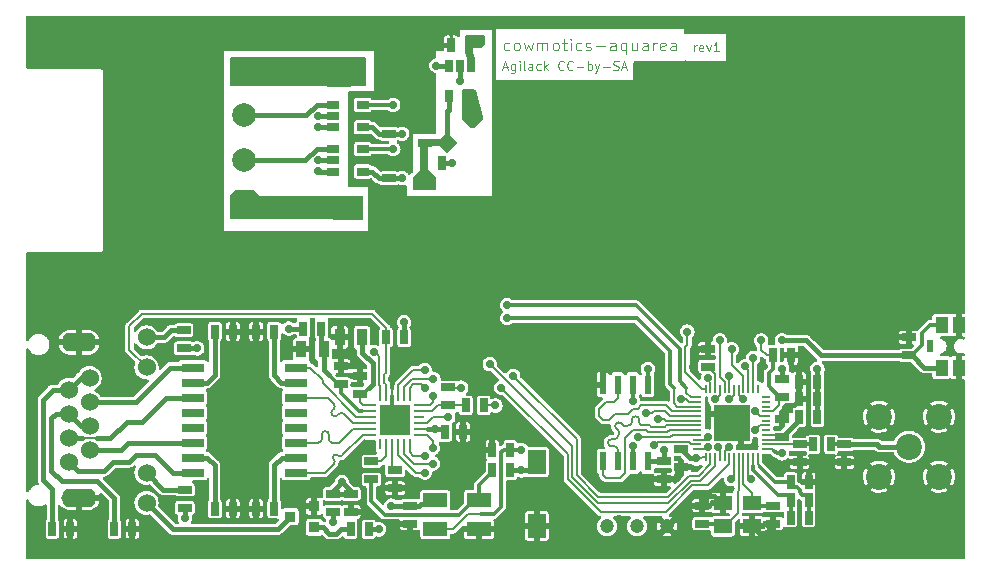
<source format=gbr>
%TF.GenerationSoftware,KiCad,Pcbnew,6.0.0*%
%TF.CreationDate,2022-01-14T21:47:44+01:00*%
%TF.ProjectId,cowmotics-aquarea,636f776d-6f74-4696-9373-2d6171756172,1*%
%TF.SameCoordinates,Original*%
%TF.FileFunction,Copper,L1,Top*%
%TF.FilePolarity,Positive*%
%FSLAX46Y46*%
G04 Gerber Fmt 4.6, Leading zero omitted, Abs format (unit mm)*
G04 Created by KiCad (PCBNEW 6.0.0) date 2022-01-14 21:47:44*
%MOMM*%
%LPD*%
G01*
G04 APERTURE LIST*
G04 Aperture macros list*
%AMRotRect*
0 Rectangle, with rotation*
0 The origin of the aperture is its center*
0 $1 length*
0 $2 width*
0 $3 Rotation angle, in degrees counterclockwise*
0 Add horizontal line*
21,1,$1,$2,0,0,$3*%
G04 Aperture macros list end*
%ADD10C,0.101600*%
%TA.AperFunction,NonConductor*%
%ADD11C,0.101600*%
%TD*%
%TA.AperFunction,SMDPad,CuDef*%
%ADD12R,1.500000X1.200000*%
%TD*%
%TA.AperFunction,SMDPad,CuDef*%
%ADD13R,0.635000X1.143000*%
%TD*%
%TA.AperFunction,SMDPad,CuDef*%
%ADD14C,1.198880*%
%TD*%
%TA.AperFunction,SMDPad,CuDef*%
%ADD15R,1.143000X0.635000*%
%TD*%
%TA.AperFunction,ComponentPad*%
%ADD16R,2.000000X2.000000*%
%TD*%
%TA.AperFunction,ComponentPad*%
%ADD17C,2.000000*%
%TD*%
%TA.AperFunction,SMDPad,CuDef*%
%ADD18R,1.050000X1.400000*%
%TD*%
%TA.AperFunction,SMDPad,CuDef*%
%ADD19R,0.500000X1.100000*%
%TD*%
%TA.AperFunction,SMDPad,CuDef*%
%ADD20R,1.000760X0.701040*%
%TD*%
%TA.AperFunction,SMDPad,CuDef*%
%ADD21R,1.500000X2.000000*%
%TD*%
%TA.AperFunction,SMDPad,CuDef*%
%ADD22R,0.900000X0.279400*%
%TD*%
%TA.AperFunction,SMDPad,CuDef*%
%ADD23R,0.279400X0.900000*%
%TD*%
%TA.AperFunction,SMDPad,CuDef*%
%ADD24R,2.600000X2.600000*%
%TD*%
%TA.AperFunction,SMDPad,CuDef*%
%ADD25RotRect,1.300000X1.300000X315.000000*%
%TD*%
%TA.AperFunction,ComponentPad*%
%ADD26C,2.199640*%
%TD*%
%TA.AperFunction,SMDPad,CuDef*%
%ADD27R,0.914400X0.914400*%
%TD*%
%TA.AperFunction,SMDPad,CuDef*%
%ADD28R,0.550000X1.600000*%
%TD*%
%TA.AperFunction,SMDPad,CuDef*%
%ADD29R,2.500000X2.000000*%
%TD*%
%TA.AperFunction,SMDPad,CuDef*%
%ADD30R,2.000000X2.500000*%
%TD*%
%TA.AperFunction,SMDPad,CuDef*%
%ADD31R,0.889000X1.397000*%
%TD*%
%TA.AperFunction,SMDPad,CuDef*%
%ADD32R,0.750000X0.250000*%
%TD*%
%TA.AperFunction,SMDPad,CuDef*%
%ADD33R,0.250000X0.750000*%
%TD*%
%TA.AperFunction,SMDPad,CuDef*%
%ADD34R,1.500000X1.500000*%
%TD*%
%TA.AperFunction,SMDPad,CuDef*%
%ADD35R,0.701040X1.000760*%
%TD*%
%TA.AperFunction,SMDPad,CuDef*%
%ADD36R,2.000000X1.198880*%
%TD*%
%TA.AperFunction,SMDPad,CuDef*%
%ADD37R,1.899920X0.800100*%
%TD*%
%TA.AperFunction,ComponentPad*%
%ADD38C,1.524000*%
%TD*%
%TA.AperFunction,ComponentPad*%
%ADD39O,3.000000X1.600000*%
%TD*%
%TA.AperFunction,ViaPad*%
%ADD40C,0.711200*%
%TD*%
%TA.AperFunction,Conductor*%
%ADD41C,0.406400*%
%TD*%
%TA.AperFunction,Conductor*%
%ADD42C,0.203200*%
%TD*%
%TA.AperFunction,Conductor*%
%ADD43C,0.304800*%
%TD*%
G04 APERTURE END LIST*
D10*
D11*
X149163000Y-86387000D02*
X149525857Y-86387000D01*
X149090428Y-86604714D02*
X149344428Y-85842714D01*
X149598428Y-86604714D01*
X150179000Y-86096714D02*
X150179000Y-86713571D01*
X150142714Y-86786142D01*
X150106428Y-86822428D01*
X150033857Y-86858714D01*
X149925000Y-86858714D01*
X149852428Y-86822428D01*
X150179000Y-86568428D02*
X150106428Y-86604714D01*
X149961285Y-86604714D01*
X149888714Y-86568428D01*
X149852428Y-86532142D01*
X149816142Y-86459571D01*
X149816142Y-86241857D01*
X149852428Y-86169285D01*
X149888714Y-86133000D01*
X149961285Y-86096714D01*
X150106428Y-86096714D01*
X150179000Y-86133000D01*
X150541857Y-86604714D02*
X150541857Y-86096714D01*
X150541857Y-85842714D02*
X150505571Y-85879000D01*
X150541857Y-85915285D01*
X150578142Y-85879000D01*
X150541857Y-85842714D01*
X150541857Y-85915285D01*
X151013571Y-86604714D02*
X150941000Y-86568428D01*
X150904714Y-86495857D01*
X150904714Y-85842714D01*
X151630428Y-86604714D02*
X151630428Y-86205571D01*
X151594142Y-86133000D01*
X151521571Y-86096714D01*
X151376428Y-86096714D01*
X151303857Y-86133000D01*
X151630428Y-86568428D02*
X151557857Y-86604714D01*
X151376428Y-86604714D01*
X151303857Y-86568428D01*
X151267571Y-86495857D01*
X151267571Y-86423285D01*
X151303857Y-86350714D01*
X151376428Y-86314428D01*
X151557857Y-86314428D01*
X151630428Y-86278142D01*
X152319857Y-86568428D02*
X152247285Y-86604714D01*
X152102142Y-86604714D01*
X152029571Y-86568428D01*
X151993285Y-86532142D01*
X151957000Y-86459571D01*
X151957000Y-86241857D01*
X151993285Y-86169285D01*
X152029571Y-86133000D01*
X152102142Y-86096714D01*
X152247285Y-86096714D01*
X152319857Y-86133000D01*
X152646428Y-86604714D02*
X152646428Y-85842714D01*
X152719000Y-86314428D02*
X152936714Y-86604714D01*
X152936714Y-86096714D02*
X152646428Y-86387000D01*
X154279285Y-86532142D02*
X154243000Y-86568428D01*
X154134142Y-86604714D01*
X154061571Y-86604714D01*
X153952714Y-86568428D01*
X153880142Y-86495857D01*
X153843857Y-86423285D01*
X153807571Y-86278142D01*
X153807571Y-86169285D01*
X153843857Y-86024142D01*
X153880142Y-85951571D01*
X153952714Y-85879000D01*
X154061571Y-85842714D01*
X154134142Y-85842714D01*
X154243000Y-85879000D01*
X154279285Y-85915285D01*
X155041285Y-86532142D02*
X155005000Y-86568428D01*
X154896142Y-86604714D01*
X154823571Y-86604714D01*
X154714714Y-86568428D01*
X154642142Y-86495857D01*
X154605857Y-86423285D01*
X154569571Y-86278142D01*
X154569571Y-86169285D01*
X154605857Y-86024142D01*
X154642142Y-85951571D01*
X154714714Y-85879000D01*
X154823571Y-85842714D01*
X154896142Y-85842714D01*
X155005000Y-85879000D01*
X155041285Y-85915285D01*
X155367857Y-86314428D02*
X155948428Y-86314428D01*
X156311285Y-86604714D02*
X156311285Y-85842714D01*
X156311285Y-86133000D02*
X156383857Y-86096714D01*
X156529000Y-86096714D01*
X156601571Y-86133000D01*
X156637857Y-86169285D01*
X156674142Y-86241857D01*
X156674142Y-86459571D01*
X156637857Y-86532142D01*
X156601571Y-86568428D01*
X156529000Y-86604714D01*
X156383857Y-86604714D01*
X156311285Y-86568428D01*
X156928142Y-86096714D02*
X157109571Y-86604714D01*
X157291000Y-86096714D02*
X157109571Y-86604714D01*
X157037000Y-86786142D01*
X157000714Y-86822428D01*
X156928142Y-86858714D01*
X157581285Y-86314428D02*
X158161857Y-86314428D01*
X158488428Y-86568428D02*
X158597285Y-86604714D01*
X158778714Y-86604714D01*
X158851285Y-86568428D01*
X158887571Y-86532142D01*
X158923857Y-86459571D01*
X158923857Y-86387000D01*
X158887571Y-86314428D01*
X158851285Y-86278142D01*
X158778714Y-86241857D01*
X158633571Y-86205571D01*
X158561000Y-86169285D01*
X158524714Y-86133000D01*
X158488428Y-86060428D01*
X158488428Y-85987857D01*
X158524714Y-85915285D01*
X158561000Y-85879000D01*
X158633571Y-85842714D01*
X158815000Y-85842714D01*
X158923857Y-85879000D01*
X159214142Y-86387000D02*
X159577000Y-86387000D01*
X159141571Y-86604714D02*
X159395571Y-85842714D01*
X159649571Y-86604714D01*
D10*
D11*
X165305857Y-85034714D02*
X165305857Y-84526714D01*
X165305857Y-84671857D02*
X165342142Y-84599285D01*
X165378428Y-84563000D01*
X165451000Y-84526714D01*
X165523571Y-84526714D01*
X166067857Y-84998428D02*
X165995285Y-85034714D01*
X165850142Y-85034714D01*
X165777571Y-84998428D01*
X165741285Y-84925857D01*
X165741285Y-84635571D01*
X165777571Y-84563000D01*
X165850142Y-84526714D01*
X165995285Y-84526714D01*
X166067857Y-84563000D01*
X166104142Y-84635571D01*
X166104142Y-84708142D01*
X165741285Y-84780714D01*
X166358142Y-84526714D02*
X166539571Y-85034714D01*
X166721000Y-84526714D01*
X167410428Y-85034714D02*
X166975000Y-85034714D01*
X167192714Y-85034714D02*
X167192714Y-84272714D01*
X167120142Y-84381571D01*
X167047571Y-84454142D01*
X166975000Y-84490428D01*
D10*
D11*
X149666666Y-84904761D02*
X149571428Y-84952380D01*
X149380952Y-84952380D01*
X149285714Y-84904761D01*
X149238095Y-84857142D01*
X149190476Y-84761904D01*
X149190476Y-84476190D01*
X149238095Y-84380952D01*
X149285714Y-84333333D01*
X149380952Y-84285714D01*
X149571428Y-84285714D01*
X149666666Y-84333333D01*
X150238095Y-84952380D02*
X150142857Y-84904761D01*
X150095238Y-84857142D01*
X150047619Y-84761904D01*
X150047619Y-84476190D01*
X150095238Y-84380952D01*
X150142857Y-84333333D01*
X150238095Y-84285714D01*
X150380952Y-84285714D01*
X150476190Y-84333333D01*
X150523809Y-84380952D01*
X150571428Y-84476190D01*
X150571428Y-84761904D01*
X150523809Y-84857142D01*
X150476190Y-84904761D01*
X150380952Y-84952380D01*
X150238095Y-84952380D01*
X150904761Y-84285714D02*
X151095238Y-84952380D01*
X151285714Y-84476190D01*
X151476190Y-84952380D01*
X151666666Y-84285714D01*
X152047619Y-84952380D02*
X152047619Y-84285714D01*
X152047619Y-84380952D02*
X152095238Y-84333333D01*
X152190476Y-84285714D01*
X152333333Y-84285714D01*
X152428571Y-84333333D01*
X152476190Y-84428571D01*
X152476190Y-84952380D01*
X152476190Y-84428571D02*
X152523809Y-84333333D01*
X152619047Y-84285714D01*
X152761904Y-84285714D01*
X152857142Y-84333333D01*
X152904761Y-84428571D01*
X152904761Y-84952380D01*
X153523809Y-84952380D02*
X153428571Y-84904761D01*
X153380952Y-84857142D01*
X153333333Y-84761904D01*
X153333333Y-84476190D01*
X153380952Y-84380952D01*
X153428571Y-84333333D01*
X153523809Y-84285714D01*
X153666666Y-84285714D01*
X153761904Y-84333333D01*
X153809523Y-84380952D01*
X153857142Y-84476190D01*
X153857142Y-84761904D01*
X153809523Y-84857142D01*
X153761904Y-84904761D01*
X153666666Y-84952380D01*
X153523809Y-84952380D01*
X154142857Y-84285714D02*
X154523809Y-84285714D01*
X154285714Y-83952380D02*
X154285714Y-84809523D01*
X154333333Y-84904761D01*
X154428571Y-84952380D01*
X154523809Y-84952380D01*
X154857142Y-84952380D02*
X154857142Y-84285714D01*
X154857142Y-83952380D02*
X154809523Y-84000000D01*
X154857142Y-84047619D01*
X154904761Y-84000000D01*
X154857142Y-83952380D01*
X154857142Y-84047619D01*
X155761904Y-84904761D02*
X155666666Y-84952380D01*
X155476190Y-84952380D01*
X155380952Y-84904761D01*
X155333333Y-84857142D01*
X155285714Y-84761904D01*
X155285714Y-84476190D01*
X155333333Y-84380952D01*
X155380952Y-84333333D01*
X155476190Y-84285714D01*
X155666666Y-84285714D01*
X155761904Y-84333333D01*
X156142857Y-84904761D02*
X156238095Y-84952380D01*
X156428571Y-84952380D01*
X156523809Y-84904761D01*
X156571428Y-84809523D01*
X156571428Y-84761904D01*
X156523809Y-84666666D01*
X156428571Y-84619047D01*
X156285714Y-84619047D01*
X156190476Y-84571428D01*
X156142857Y-84476190D01*
X156142857Y-84428571D01*
X156190476Y-84333333D01*
X156285714Y-84285714D01*
X156428571Y-84285714D01*
X156523809Y-84333333D01*
X157000000Y-84571428D02*
X157761904Y-84571428D01*
X158666666Y-84952380D02*
X158666666Y-84428571D01*
X158619047Y-84333333D01*
X158523809Y-84285714D01*
X158333333Y-84285714D01*
X158238095Y-84333333D01*
X158666666Y-84904761D02*
X158571428Y-84952380D01*
X158333333Y-84952380D01*
X158238095Y-84904761D01*
X158190476Y-84809523D01*
X158190476Y-84714285D01*
X158238095Y-84619047D01*
X158333333Y-84571428D01*
X158571428Y-84571428D01*
X158666666Y-84523809D01*
X159571428Y-84285714D02*
X159571428Y-85285714D01*
X159571428Y-84904761D02*
X159476190Y-84952380D01*
X159285714Y-84952380D01*
X159190476Y-84904761D01*
X159142857Y-84857142D01*
X159095238Y-84761904D01*
X159095238Y-84476190D01*
X159142857Y-84380952D01*
X159190476Y-84333333D01*
X159285714Y-84285714D01*
X159476190Y-84285714D01*
X159571428Y-84333333D01*
X160476190Y-84285714D02*
X160476190Y-84952380D01*
X160047619Y-84285714D02*
X160047619Y-84809523D01*
X160095238Y-84904761D01*
X160190476Y-84952380D01*
X160333333Y-84952380D01*
X160428571Y-84904761D01*
X160476190Y-84857142D01*
X161380952Y-84952380D02*
X161380952Y-84428571D01*
X161333333Y-84333333D01*
X161238095Y-84285714D01*
X161047619Y-84285714D01*
X160952380Y-84333333D01*
X161380952Y-84904761D02*
X161285714Y-84952380D01*
X161047619Y-84952380D01*
X160952380Y-84904761D01*
X160904761Y-84809523D01*
X160904761Y-84714285D01*
X160952380Y-84619047D01*
X161047619Y-84571428D01*
X161285714Y-84571428D01*
X161380952Y-84523809D01*
X161857142Y-84952380D02*
X161857142Y-84285714D01*
X161857142Y-84476190D02*
X161904761Y-84380952D01*
X161952380Y-84333333D01*
X162047619Y-84285714D01*
X162142857Y-84285714D01*
X162857142Y-84904761D02*
X162761904Y-84952380D01*
X162571428Y-84952380D01*
X162476190Y-84904761D01*
X162428571Y-84809523D01*
X162428571Y-84428571D01*
X162476190Y-84333333D01*
X162571428Y-84285714D01*
X162761904Y-84285714D01*
X162857142Y-84333333D01*
X162904761Y-84428571D01*
X162904761Y-84523809D01*
X162428571Y-84619047D01*
X163761904Y-84952380D02*
X163761904Y-84428571D01*
X163714285Y-84333333D01*
X163619047Y-84285714D01*
X163428571Y-84285714D01*
X163333333Y-84333333D01*
X163761904Y-84904761D02*
X163666666Y-84952380D01*
X163428571Y-84952380D01*
X163333333Y-84904761D01*
X163285714Y-84809523D01*
X163285714Y-84714285D01*
X163333333Y-84619047D01*
X163428571Y-84571428D01*
X163666666Y-84571428D01*
X163761904Y-84523809D01*
D12*
%TO.P,X2,1,1*%
%TO.N,Net-(C12-Pad1)*%
X167750000Y-125250000D03*
%TO.P,X2,2,2*%
%TO.N,GND*%
X170250000Y-125250000D03*
%TO.P,X2,3,3*%
%TO.N,Net-(C11-Pad1)*%
X170250000Y-123250000D03*
%TO.P,X2,4,4*%
%TO.N,GND*%
X167750000Y-123250000D03*
%TD*%
D13*
%TO.P,C22,1*%
%TO.N,Net-(C22-Pad1)*%
X171988000Y-110750000D03*
%TO.P,C22,2*%
%TO.N,GND*%
X173512000Y-110750000D03*
%TD*%
D14*
%TO.P,TP3,1,1*%
%TO.N,U0_RX*%
X157960000Y-125250000D03*
%TD*%
D13*
%TO.P,C2,1*%
%TO.N,Net-(C2-Pad1)*%
X129762000Y-108750000D03*
%TO.P,C2,2*%
%TO.N,GND*%
X128238000Y-108750000D03*
%TD*%
%TO.P,C19,1*%
%TO.N,+3.3V*%
X175762000Y-114500000D03*
%TO.P,C19,2*%
%TO.N,GND*%
X174238000Y-114500000D03*
%TD*%
D15*
%TO.P,R11,1*%
%TO.N,+3.3V*%
X134750000Y-124012000D03*
%TO.P,R11,2*%
%TO.N,ETH_RST*%
X134750000Y-122488000D03*
%TD*%
D16*
%TO.P,J2,1,1*%
%TO.N,+5V*%
X127250000Y-86630000D03*
D17*
%TO.P,J2,2*%
%TO.N,/Aquarea Interface/AQ_TX*%
X127250000Y-90440000D03*
%TO.P,J2,3*%
%TO.N,/Aquarea Interface/AQ_RX*%
X127250000Y-94250000D03*
%TO.P,J2,4*%
%TO.N,+12V*%
X127250000Y-98060000D03*
%TO.P,J2,5*%
%TO.N,GND*%
X127250000Y-101870000D03*
%TD*%
D15*
%TO.P,C8,1*%
%TO.N,+3.3V*%
X141250000Y-123488000D03*
%TO.P,C8,2*%
%TO.N,GND*%
X141250000Y-125012000D03*
%TD*%
%TO.P,C20,1*%
%TO.N,+VMEM*%
X162750000Y-119738000D03*
%TO.P,C20,2*%
%TO.N,GND*%
X162750000Y-121262000D03*
%TD*%
D18*
%TO.P,SW1,1,1*%
%TO.N,BUTTON*%
X186275000Y-108200000D03*
X186275000Y-111800000D03*
%TO.P,SW1,2,2*%
%TO.N,GND*%
X187725000Y-111800000D03*
X187725000Y-108200000D03*
D19*
%TO.P,SW1,SHLD*%
%TO.N,N/C*%
X185300000Y-110000000D03*
%TD*%
D13*
%TO.P,L3,1,1*%
%TO.N,Net-(C16-Pad1)*%
X175388000Y-118300000D03*
%TO.P,L3,2,2*%
%TO.N,Net-(A1-Pad1)*%
X176912000Y-118300000D03*
%TD*%
%TO.P,R3,1*%
%TO.N,Net-(J1-Pad4)*%
X116238000Y-125450000D03*
%TO.P,R3,2*%
%TO.N,GND*%
X117762000Y-125450000D03*
%TD*%
D15*
%TO.P,R5,1*%
%TO.N,Net-(J1-Pad12)*%
X122100000Y-108638000D03*
%TO.P,R5,2*%
%TO.N,+3.3V*%
X122100000Y-110162000D03*
%TD*%
D13*
%TO.P,C31,1*%
%TO.N,+3.3V*%
X142488000Y-94500000D03*
%TO.P,C31,2*%
%TO.N,GND*%
X144012000Y-94500000D03*
%TD*%
D20*
%TO.P,U5,1,VCCA*%
%TO.N,+3.3V*%
X137270000Y-95202500D03*
%TO.P,U5,2*%
%TO.N,GND*%
X137270000Y-94250000D03*
%TO.P,U5,3,A*%
%TO.N,U2_TXD*%
X137270000Y-93297500D03*
%TO.P,U5,4,B*%
%TO.N,/Aquarea Interface/AQ_RX*%
X134730000Y-93297500D03*
%TO.P,U5,5,DIR*%
%TO.N,+3.3V*%
X134730000Y-94250000D03*
%TO.P,U5,6,VCCB*%
%TO.N,+5V*%
X134730000Y-95202500D03*
%TD*%
D13*
%TO.P,R2,1*%
%TO.N,Net-(R2-Pad1)*%
X124738000Y-123750000D03*
%TO.P,R2,2*%
%TO.N,GND*%
X126262000Y-123750000D03*
%TD*%
D15*
%TO.P,C12,1*%
%TO.N,Net-(C12-Pad1)*%
X166000000Y-125012000D03*
%TO.P,C12,2*%
%TO.N,GND*%
X166000000Y-123488000D03*
%TD*%
%TO.P,R19,1*%
%TO.N,GND*%
X166510000Y-110188000D03*
%TO.P,R19,2*%
%TO.N,BOOT2*%
X166510000Y-111712000D03*
%TD*%
D21*
%TO.P,SW2,1,1*%
%TO.N,BOOT0*%
X152000000Y-119800000D03*
%TO.P,SW2,2,2*%
%TO.N,GND*%
X152000000Y-125200000D03*
%TD*%
D20*
%TO.P,U4,1,VCCA*%
%TO.N,+3.3V*%
X137270000Y-91452500D03*
%TO.P,U4,2*%
%TO.N,GND*%
X137270000Y-90500000D03*
%TO.P,U4,3,A*%
%TO.N,U2_RXD*%
X137270000Y-89547500D03*
%TO.P,U4,4,B*%
%TO.N,/Aquarea Interface/AQ_TX*%
X134730000Y-89547500D03*
%TO.P,U4,5,DIR*%
%TO.N,GND*%
X134730000Y-90500000D03*
%TO.P,U4,6,VCCB*%
%TO.N,+5V*%
X134730000Y-91452500D03*
%TD*%
D13*
%TO.P,R16,1*%
%TO.N,Net-(C15-Pad1)*%
X173488000Y-124500000D03*
%TO.P,R16,2*%
%TO.N,Net-(C14-Pad1)*%
X175012000Y-124500000D03*
%TD*%
D22*
%TO.P,U1,1*%
%TO.N,Net-(C3-Pad1)*%
X137950000Y-115000000D03*
%TO.P,U1,2*%
%TO.N,Net-(C5-Pad1)*%
X137950000Y-115500000D03*
%TO.P,U1,3,RX-*%
%TO.N,Net-(T1-Pad8)*%
X137950000Y-116000000D03*
%TO.P,U1,4,RX+*%
%TO.N,Net-(T1-Pad6)*%
X137950000Y-116500000D03*
%TO.P,U1,5,TX-*%
%TO.N,Net-(T1-Pad3)*%
X137950000Y-117000000D03*
%TO.P,U1,6,TX+*%
%TO.N,Net-(T1-Pad1)*%
X137950000Y-117500000D03*
D23*
%TO.P,U1,7,XO*%
%TO.N,unconnected-(U1-Pad7)*%
X138750000Y-118300000D03*
%TO.P,U1,8,XI*%
%TO.N,Net-(R8-Pad2)*%
X139250000Y-118300000D03*
%TO.P,U1,9,REXT*%
%TO.N,Net-(R7-Pad1)*%
X139750000Y-118300000D03*
%TO.P,U1,10,MDIO*%
%TO.N,ETH_MDIO*%
X140250000Y-118300000D03*
%TO.P,U1,11,MDC*%
%TO.N,ETH_MDC*%
X140750000Y-118300000D03*
%TO.P,U1,12,RXD1*%
%TO.N,ETH_RXD1*%
X141250000Y-118300000D03*
D22*
%TO.P,U1,13,RXD0*%
%TO.N,ETH_RXD0*%
X142050000Y-117500000D03*
%TO.P,U1,14*%
%TO.N,+3.3V*%
X142050000Y-117000000D03*
%TO.P,U1,15,CRSDV*%
%TO.N,ETH_CRSDV*%
X142050000Y-116500000D03*
%TO.P,U1,16,REFCLK*%
%TO.N,unconnected-(U1-Pad16)*%
X142050000Y-116000000D03*
%TO.P,U1,17,RXER*%
%TO.N,ETH_RXER*%
X142050000Y-115500000D03*
%TO.P,U1,18,INTR*%
%TO.N,ETH_IRQ*%
X142050000Y-115000000D03*
D23*
%TO.P,U1,19,TXEN*%
%TO.N,ETH_TXEN*%
X141250000Y-114200000D03*
%TO.P,U1,20,TXD0*%
%TO.N,ETH_TXD0*%
X140750000Y-114200000D03*
%TO.P,U1,21,TXD1*%
%TO.N,ETH_TXD1*%
X140250000Y-114200000D03*
%TO.P,U1,22*%
%TO.N,GND*%
X139750000Y-114200000D03*
%TO.P,U1,23,LED0*%
%TO.N,ETH_LED*%
X139250000Y-114200000D03*
%TO.P,U1,24,RST*%
%TO.N,ETH_RST*%
X138750000Y-114200000D03*
D24*
%TO.P,U1,PAD*%
%TO.N,GND*%
X140000000Y-116250000D03*
%TD*%
D13*
%TO.P,C15,1*%
%TO.N,Net-(C15-Pad1)*%
X173488000Y-123000000D03*
%TO.P,C15,2*%
%TO.N,Net-(C14-Pad1)*%
X175012000Y-123000000D03*
%TD*%
D25*
%TO.P,L4,1,1*%
%TO.N,/Aquarea Interface/U6_SW*%
X146560000Y-90690000D03*
%TO.P,L4,2,2*%
%TO.N,+3.3V*%
X144440000Y-92810000D03*
%TD*%
D13*
%TO.P,L1,1,1*%
%TO.N,+3.3V*%
X132238000Y-108500000D03*
%TO.P,L1,2,2*%
%TO.N,Net-(C5-Pad1)*%
X133762000Y-108500000D03*
%TD*%
D14*
%TO.P,TP7,1,1*%
%TO.N,GND*%
X163040000Y-125250000D03*
%TD*%
D13*
%TO.P,R18,1*%
%TO.N,ETH_RXER*%
X145988000Y-115000000D03*
%TO.P,R18,2*%
%TO.N,Net-(R18-Pad2)*%
X147512000Y-115000000D03*
%TD*%
D26*
%TO.P,A1,0*%
%TO.N,GND*%
X180960000Y-115960000D03*
X186040000Y-121040000D03*
X180960000Y-121040000D03*
X186040000Y-115960000D03*
%TO.P,A1,1*%
%TO.N,Net-(A1-Pad1)*%
X183500000Y-118500000D03*
%TD*%
D27*
%TO.P,Q1,1,B*%
%TO.N,Net-(Q1-Pad1)*%
X133156000Y-125319000D03*
%TO.P,Q1,2,E*%
%TO.N,GND*%
X133156000Y-123541000D03*
%TO.P,Q1,3,C*%
%TO.N,Net-(J1-Pad9)*%
X131124000Y-124430000D03*
%TD*%
D15*
%TO.P,C5,1*%
%TO.N,Net-(C5-Pad1)*%
X135400000Y-113212000D03*
%TO.P,C5,2*%
%TO.N,GND*%
X135400000Y-111688000D03*
%TD*%
%TO.P,C27,1*%
%TO.N,+3.3V*%
X139500000Y-95762000D03*
%TO.P,C27,2*%
%TO.N,GND*%
X139500000Y-94238000D03*
%TD*%
D28*
%TO.P,U3,1,CS*%
%TO.N,FL_SCS*%
X161405000Y-113250000D03*
%TO.P,U3,2,IO1_DO*%
%TO.N,FL_D1*%
X160135000Y-113250000D03*
%TO.P,U3,3,IO2_WP*%
%TO.N,FL_D2*%
X158865000Y-113250000D03*
%TO.P,U3,4*%
%TO.N,GND*%
X157595000Y-113250000D03*
%TO.P,U3,5,IO0_DI*%
%TO.N,FL_D0*%
X157595000Y-119750000D03*
%TO.P,U3,6,CLK*%
%TO.N,FL_SCK*%
X158865000Y-119750000D03*
%TO.P,U3,7,IO3_HOLD*%
%TO.N,FL_D3*%
X160135000Y-119750000D03*
%TO.P,U3,8*%
%TO.N,+VMEM*%
X161405000Y-119750000D03*
%TD*%
D13*
%TO.P,C18,1*%
%TO.N,+3.3V*%
X175762000Y-113000000D03*
%TO.P,C18,2*%
%TO.N,GND*%
X174238000Y-113000000D03*
%TD*%
D29*
%TO.P,C28,1*%
%TO.N,+12V*%
X136000000Y-98250000D03*
%TO.P,C28,2*%
%TO.N,GND*%
X136000000Y-102250000D03*
%TD*%
D15*
%TO.P,C3,1*%
%TO.N,Net-(C3-Pad1)*%
X137000000Y-114012000D03*
%TO.P,C3,2*%
%TO.N,GND*%
X137000000Y-112488000D03*
%TD*%
D13*
%TO.P,R1,1*%
%TO.N,Net-(R1-Pad1)*%
X124738000Y-108750000D03*
%TO.P,R1,2*%
%TO.N,GND*%
X126262000Y-108750000D03*
%TD*%
D15*
%TO.P,R8,1*%
%TO.N,CLK_50M*%
X138000000Y-121262000D03*
%TO.P,R8,2*%
%TO.N,Net-(R8-Pad2)*%
X138000000Y-119738000D03*
%TD*%
D13*
%TO.P,C29,1*%
%TO.N,+5V*%
X146262000Y-84500000D03*
%TO.P,C29,2*%
%TO.N,GND*%
X144738000Y-84500000D03*
%TD*%
%TO.P,C14,1*%
%TO.N,Net-(C14-Pad1)*%
X173488000Y-121500000D03*
%TO.P,C14,2*%
%TO.N,GND*%
X175012000Y-121500000D03*
%TD*%
D15*
%TO.P,R7,1*%
%TO.N,Net-(R7-Pad1)*%
X140000000Y-120488000D03*
%TO.P,R7,2*%
%TO.N,GND*%
X140000000Y-122012000D03*
%TD*%
D30*
%TO.P,C25,1*%
%TO.N,+5V*%
X135250000Y-86750000D03*
%TO.P,C25,2*%
%TO.N,GND*%
X139250000Y-86750000D03*
%TD*%
D13*
%TO.P,C1,1*%
%TO.N,Net-(C1-Pad1)*%
X129762000Y-123750000D03*
%TO.P,C1,2*%
%TO.N,GND*%
X128238000Y-123750000D03*
%TD*%
D31*
%TO.P,C6,1*%
%TO.N,Net-(C5-Pad1)*%
X133952500Y-110250000D03*
%TO.P,C6,2*%
%TO.N,GND*%
X132047500Y-110250000D03*
%TD*%
D13*
%TO.P,C9,1*%
%TO.N,+3.3V*%
X144238000Y-117250000D03*
%TO.P,C9,2*%
%TO.N,GND*%
X145762000Y-117250000D03*
%TD*%
D15*
%TO.P,C26,1*%
%TO.N,+3.3V*%
X139500000Y-92012000D03*
%TO.P,C26,2*%
%TO.N,GND*%
X139500000Y-90488000D03*
%TD*%
%TO.P,C11,1*%
%TO.N,Net-(C11-Pad1)*%
X172000000Y-123488000D03*
%TO.P,C11,2*%
%TO.N,GND*%
X172000000Y-125012000D03*
%TD*%
%TO.P,R9,1*%
%TO.N,+3.3V*%
X144500000Y-113488000D03*
%TO.P,R9,2*%
%TO.N,ETH_RXER*%
X144500000Y-115012000D03*
%TD*%
D13*
%TO.P,R12,1*%
%TO.N,RJ45_LED*%
X137762000Y-125500000D03*
%TO.P,R12,2*%
%TO.N,Net-(Q1-Pad1)*%
X136238000Y-125500000D03*
%TD*%
D15*
%TO.P,C23,1*%
%TO.N,BUTTON*%
X183500000Y-110762000D03*
%TO.P,C23,2*%
%TO.N,GND*%
X183500000Y-109238000D03*
%TD*%
D32*
%TO.P,U2,1*%
%TO.N,+3.3V*%
X171400000Y-118700000D03*
%TO.P,U2,2,LNA_IN*%
%TO.N,Net-(C16-Pad1)*%
X171400000Y-118300000D03*
%TO.P,U2,3*%
%TO.N,Net-(C13-Pad1)*%
X171400000Y-117900000D03*
%TO.P,U2,4*%
X171400000Y-117500000D03*
%TO.P,U2,5,SENSOR_VP*%
%TO.N,unconnected-(U2-Pad5)*%
X171400000Y-117100000D03*
%TO.P,U2,6,SENSOR_CP*%
%TO.N,RJ45_LED*%
X171400000Y-116700000D03*
%TO.P,U2,7,SENSOR_CN*%
%TO.N,unconnected-(U2-Pad7)*%
X171400000Y-116300000D03*
%TO.P,U2,8,SENSOR_VN*%
%TO.N,BUTTON*%
X171400000Y-115900000D03*
%TO.P,U2,9,PU*%
%TO.N,Net-(C22-Pad1)*%
X171400000Y-115500000D03*
%TO.P,U2,10,VDET1*%
%TO.N,unconnected-(U2-Pad10)*%
X171400000Y-115100000D03*
%TO.P,U2,11,VDET2*%
%TO.N,unconnected-(U2-Pad11)*%
X171400000Y-114700000D03*
%TO.P,U2,12,XI_32K*%
%TO.N,unconnected-(U2-Pad12)*%
X171400000Y-114300000D03*
D33*
%TO.P,U2,13,XO_32K*%
%TO.N,unconnected-(U2-Pad13)*%
X170700000Y-113600000D03*
%TO.P,U2,14,GPIO25*%
%TO.N,ETH_RXD0*%
X170300000Y-113600000D03*
%TO.P,U2,15,GPIO26*%
%TO.N,ETH_RXD1*%
X169900000Y-113600000D03*
%TO.P,U2,16,GPIO27*%
%TO.N,ETH_CRSDV*%
X169500000Y-113600000D03*
%TO.P,U2,17,MTMS*%
%TO.N,Net-(TP11-Pad1)*%
X169100000Y-113600000D03*
%TO.P,U2,18,MTDI*%
%TO.N,Net-(TP10-Pad1)*%
X168700000Y-113600000D03*
%TO.P,U2,19,VRTC*%
%TO.N,+3.3V*%
X168300000Y-113600000D03*
%TO.P,U2,20,MTCK*%
%TO.N,Net-(R18-Pad2)*%
X167900000Y-113600000D03*
%TO.P,U2,21,MTDO*%
%TO.N,Net-(TP8-Pad1)*%
X167500000Y-113600000D03*
%TO.P,U2,22,GPIO2*%
%TO.N,BOOT2*%
X167100000Y-113600000D03*
%TO.P,U2,23,GPIO0*%
%TO.N,BOOT0*%
X166700000Y-113600000D03*
%TO.P,U2,24,GPIO4*%
%TO.N,ETH_IRQ*%
X166300000Y-113600000D03*
D32*
%TO.P,U2,25,GPIO16*%
%TO.N,U2_RXD*%
X165600000Y-114300000D03*
%TO.P,U2,26,VDD_SDIO*%
%TO.N,+VMEM*%
X165600000Y-114700000D03*
%TO.P,U2,27,GPIO17*%
%TO.N,U2_TXD*%
X165600000Y-115100000D03*
%TO.P,U2,28,SD_DAT2*%
%TO.N,FL_D2*%
X165600000Y-115500000D03*
%TO.P,U2,29,SD_DAT3*%
%TO.N,FL_D3*%
X165600000Y-115900000D03*
%TO.P,U2,30,SD_CMD*%
%TO.N,FL_SCS*%
X165600000Y-116300000D03*
%TO.P,U2,31,SD_CLK*%
%TO.N,FL_SCK*%
X165600000Y-116700000D03*
%TO.P,U2,32,SD_DAT0*%
%TO.N,FL_D0*%
X165600000Y-117100000D03*
%TO.P,U2,33,SD_DAT1*%
%TO.N,FL_D1*%
X165600000Y-117500000D03*
%TO.P,U2,34,GPIO5*%
%TO.N,ETH_MDC*%
X165600000Y-117900000D03*
%TO.P,U2,35,GPIO18*%
%TO.N,CLK50_EN*%
X165600000Y-118300000D03*
%TO.P,U2,36,GPIO23*%
%TO.N,ETH_MDIO*%
X165600000Y-118700000D03*
D33*
%TO.P,U2,37,VCPU*%
%TO.N,+3.3V*%
X166300000Y-119400000D03*
%TO.P,U2,38,GPIO19*%
%TO.N,ETH_TXD0*%
X166700000Y-119400000D03*
%TO.P,U2,39,GPIO22*%
%TO.N,ETH_TXD1*%
X167100000Y-119400000D03*
%TO.P,U2,40,U0_RX*%
%TO.N,U0_RX*%
X167500000Y-119400000D03*
%TO.P,U2,41,U0_TX*%
%TO.N,U0_TX*%
X167900000Y-119400000D03*
%TO.P,U2,42,GPIO21*%
%TO.N,ETH_TXEN*%
X168300000Y-119400000D03*
%TO.P,U2,43*%
%TO.N,+3.3V*%
X168700000Y-119400000D03*
%TO.P,U2,44,XO*%
%TO.N,Net-(C12-Pad1)*%
X169100000Y-119400000D03*
%TO.P,U2,45,XI*%
%TO.N,Net-(C11-Pad1)*%
X169500000Y-119400000D03*
%TO.P,U2,46*%
%TO.N,+3.3V*%
X169900000Y-119400000D03*
%TO.P,U2,47,CAP2*%
%TO.N,Net-(C15-Pad1)*%
X170300000Y-119400000D03*
%TO.P,U2,48,CAP1*%
%TO.N,Net-(C14-Pad1)*%
X170700000Y-119400000D03*
D34*
%TO.P,U2,PAD*%
%TO.N,GND*%
X169250000Y-117250000D03*
X169250000Y-115750000D03*
X167750000Y-115750000D03*
X167750000Y-117250000D03*
%TD*%
D31*
%TO.P,C4,1*%
%TO.N,Net-(C3-Pad1)*%
X137202500Y-109250000D03*
%TO.P,C4,2*%
%TO.N,GND*%
X135297500Y-109250000D03*
%TD*%
D13*
%TO.P,R17,1*%
%TO.N,CLK_50M*%
X148238000Y-120500000D03*
%TO.P,R17,2*%
%TO.N,BOOT0*%
X149762000Y-120500000D03*
%TD*%
%TO.P,R13,1*%
%TO.N,GND*%
X148238000Y-118750000D03*
%TO.P,R13,2*%
%TO.N,CLK50_EN*%
X149762000Y-118750000D03*
%TD*%
D15*
%TO.P,C13,1*%
%TO.N,Net-(C13-Pad1)*%
X172750000Y-117702000D03*
%TO.P,C13,2*%
%TO.N,GND*%
X172750000Y-116178000D03*
%TD*%
D35*
%TO.P,U6,1,VIN*%
%TO.N,+5V*%
X146452500Y-86230000D03*
%TO.P,U6,2*%
%TO.N,GND*%
X145500000Y-86230000D03*
%TO.P,U6,3,EN*%
%TO.N,+5V*%
X144547500Y-86230000D03*
%TO.P,U6,4,FB*%
%TO.N,+3.3V*%
X144547500Y-88770000D03*
%TO.P,U6,5,SW*%
%TO.N,/Aquarea Interface/U6_SW*%
X146452500Y-88770000D03*
%TD*%
D13*
%TO.P,R4,1*%
%TO.N,Net-(J1-Pad7)*%
X110988000Y-125450000D03*
%TO.P,R4,2*%
%TO.N,GND*%
X112512000Y-125450000D03*
%TD*%
%TO.P,R10,1*%
%TO.N,+3.3V*%
X140762000Y-109250000D03*
%TO.P,R10,2*%
%TO.N,ETH_LED*%
X139238000Y-109250000D03*
%TD*%
D15*
%TO.P,C21,1*%
%TO.N,+3.3V*%
X164250000Y-118738000D03*
%TO.P,C21,2*%
%TO.N,GND*%
X164250000Y-120262000D03*
%TD*%
D36*
%TO.P,X1,1,En*%
%TO.N,CLK50_EN*%
X143400000Y-125500000D03*
%TO.P,X1,2*%
%TO.N,GND*%
X147100000Y-125500000D03*
%TO.P,X1,3,Out*%
%TO.N,CLK_50M*%
X147100000Y-123000000D03*
%TO.P,X1,4*%
%TO.N,+3.3V*%
X143400000Y-123000000D03*
%TD*%
D37*
%TO.P,T1,1,TD+*%
%TO.N,Net-(T1-Pad1)*%
X131628960Y-120695000D03*
%TO.P,T1,2,CTD*%
%TO.N,Net-(C1-Pad1)*%
X131628960Y-119425000D03*
%TO.P,T1,3,TD-*%
%TO.N,Net-(T1-Pad3)*%
X131628960Y-118155000D03*
%TO.P,T1,4*%
%TO.N,unconnected-(T1-Pad4)*%
X131628960Y-116885000D03*
%TO.P,T1,5*%
%TO.N,unconnected-(T1-Pad5)*%
X131628960Y-115615000D03*
%TO.P,T1,6,RD+*%
%TO.N,Net-(T1-Pad6)*%
X131628960Y-114345000D03*
%TO.P,T1,7,CRD*%
%TO.N,Net-(C2-Pad1)*%
X131628960Y-113075000D03*
%TO.P,T1,8,RD-*%
%TO.N,Net-(T1-Pad8)*%
X131628960Y-111805000D03*
%TO.P,T1,9,RX-*%
%TO.N,Net-(J1-Pad6)*%
X122871040Y-111805000D03*
%TO.P,T1,10,CRX*%
%TO.N,Net-(R1-Pad1)*%
X122871040Y-113075000D03*
%TO.P,T1,11,RX+*%
%TO.N,Net-(J1-Pad3)*%
X122871040Y-114345000D03*
%TO.P,T1,12*%
%TO.N,unconnected-(T1-Pad12)*%
X122871040Y-115615000D03*
%TO.P,T1,13*%
%TO.N,unconnected-(T1-Pad13)*%
X122871040Y-116885000D03*
%TO.P,T1,14,TX-*%
%TO.N,Net-(J1-Pad2)*%
X122871040Y-118155000D03*
%TO.P,T1,15,CTX*%
%TO.N,Net-(R2-Pad1)*%
X122871040Y-119425000D03*
%TO.P,T1,16,TX+*%
%TO.N,Net-(J1-Pad1)*%
X122871040Y-120695000D03*
%TD*%
D15*
%TO.P,R6,1*%
%TO.N,Net-(J1-Pad10)*%
X122200000Y-122138000D03*
%TO.P,R6,2*%
%TO.N,+3.3V*%
X122200000Y-123662000D03*
%TD*%
%TO.P,C17,1*%
%TO.N,Net-(A1-Pad1)*%
X178050000Y-118298000D03*
%TO.P,C17,2*%
%TO.N,GND*%
X178050000Y-119822000D03*
%TD*%
D13*
%TO.P,L2,1,1*%
%TO.N,+3.3V*%
X175762000Y-116000000D03*
%TO.P,L2,2,2*%
%TO.N,Net-(C13-Pad1)*%
X174238000Y-116000000D03*
%TD*%
D15*
%TO.P,C30,1*%
%TO.N,+3.3V*%
X142500000Y-92762000D03*
%TO.P,C30,2*%
%TO.N,GND*%
X142500000Y-91238000D03*
%TD*%
%TO.P,C7,1*%
%TO.N,ETH_RST*%
X136250000Y-122488000D03*
%TO.P,C7,2*%
%TO.N,GND*%
X136250000Y-124012000D03*
%TD*%
D14*
%TO.P,TP4,1,1*%
%TO.N,U0_TX*%
X160500000Y-125250000D03*
%TD*%
D38*
%TO.P,J1,1*%
%TO.N,Net-(J1-Pad1)*%
X112360000Y-119820000D03*
%TO.P,J1,2*%
%TO.N,Net-(J1-Pad2)*%
X114140000Y-118800000D03*
%TO.P,J1,3*%
%TO.N,Net-(J1-Pad3)*%
X112360000Y-117780000D03*
%TO.P,J1,4*%
%TO.N,Net-(J1-Pad4)*%
X114140000Y-116760000D03*
%TO.P,J1,5*%
X112360000Y-115740000D03*
%TO.P,J1,6*%
%TO.N,Net-(J1-Pad6)*%
X114140000Y-114720000D03*
%TO.P,J1,7*%
%TO.N,Net-(J1-Pad7)*%
X112360000Y-113700000D03*
%TO.P,J1,8*%
X114140000Y-112680000D03*
%TO.P,J1,9*%
%TO.N,Net-(J1-Pad9)*%
X118960000Y-123250000D03*
%TO.P,J1,10*%
%TO.N,Net-(J1-Pad10)*%
X118960000Y-120710000D03*
%TO.P,J1,11*%
%TO.N,ETH_LED*%
X118960000Y-111790000D03*
%TO.P,J1,12*%
%TO.N,Net-(J1-Pad12)*%
X118960000Y-109250000D03*
D39*
%TO.P,J1,SHLD*%
%TO.N,GND*%
X113250000Y-109660000D03*
X113250000Y-122840000D03*
%TD*%
D15*
%TO.P,C16,1*%
%TO.N,Net-(C16-Pad1)*%
X174250000Y-118298000D03*
%TO.P,C16,2*%
%TO.N,GND*%
X174250000Y-119822000D03*
%TD*%
%TO.P,R15,1*%
%TO.N,+3.3V*%
X172770000Y-112738000D03*
%TO.P,R15,2*%
%TO.N,Net-(C22-Pad1)*%
X172770000Y-114262000D03*
%TD*%
D40*
%TO.N,ETH_RST*%
X135500000Y-121500000D03*
X138250000Y-110500000D03*
%TO.N,GND*%
X174240000Y-111900000D03*
X124500000Y-127250000D03*
X116500000Y-101000000D03*
X133150000Y-122500000D03*
X169250000Y-115750000D03*
X114500000Y-127250000D03*
X141150000Y-122010000D03*
X128500000Y-127250000D03*
X187750000Y-97000000D03*
X144500000Y-105000000D03*
X182500000Y-82750000D03*
X134500000Y-105000000D03*
X116500000Y-99000000D03*
X160500000Y-82750000D03*
X136500000Y-127250000D03*
X140000000Y-116250000D03*
X132500000Y-105000000D03*
X154500000Y-127250000D03*
X187750000Y-125000000D03*
X141250000Y-125900000D03*
X144500000Y-82750000D03*
X118500000Y-105000000D03*
X148500000Y-82750000D03*
X158500000Y-82750000D03*
X112500000Y-105000000D03*
X120500000Y-127250000D03*
X148500000Y-105000000D03*
X175850000Y-121500000D03*
X146500000Y-105000000D03*
X159500000Y-121820000D03*
X187750000Y-123000000D03*
X180500000Y-82750000D03*
X166500000Y-82750000D03*
X165250000Y-111750000D03*
X133500000Y-90500000D03*
X135400000Y-107950000D03*
X140750000Y-85850000D03*
X136500000Y-82750000D03*
X116500000Y-93000000D03*
X135400000Y-110750000D03*
X118500000Y-127250000D03*
X128500000Y-105000000D03*
X131000000Y-110250000D03*
X156500000Y-127250000D03*
X187750000Y-107000000D03*
X130500000Y-105000000D03*
X109250000Y-111000000D03*
X120500000Y-82750000D03*
X134500000Y-127250000D03*
X137000000Y-111550000D03*
X118650000Y-125450000D03*
X187750000Y-87000000D03*
X116500000Y-89000000D03*
X167750000Y-115750000D03*
X126500000Y-82750000D03*
X124500000Y-82750000D03*
X112500000Y-127250000D03*
X176500000Y-127250000D03*
X138300000Y-94250000D03*
X162500000Y-82750000D03*
X187750000Y-105000000D03*
X138500000Y-105000000D03*
X150700000Y-121800000D03*
X176950000Y-119820000D03*
X178500000Y-127250000D03*
X116500000Y-97000000D03*
X171010000Y-111700000D03*
X184500000Y-82750000D03*
X172500000Y-127250000D03*
X109250000Y-117000000D03*
X187750000Y-117000000D03*
X144850000Y-94500000D03*
X116500000Y-91000000D03*
X138500000Y-82750000D03*
X146600000Y-117250000D03*
X187750000Y-89000000D03*
X178050000Y-117300000D03*
X142500000Y-82750000D03*
X176150000Y-119400000D03*
X150500000Y-82750000D03*
X118500000Y-82750000D03*
X116500000Y-105000000D03*
X132500000Y-82750000D03*
X109250000Y-121000000D03*
X157600000Y-111900000D03*
X126500000Y-105000000D03*
X166500000Y-127250000D03*
X170500000Y-127250000D03*
X187750000Y-93000000D03*
X164500000Y-127250000D03*
X142500000Y-105000000D03*
X175350000Y-119820000D03*
X169250000Y-117250000D03*
X182500000Y-127250000D03*
X174250000Y-117300000D03*
X187750000Y-121000000D03*
X140500000Y-105000000D03*
X140500000Y-127250000D03*
X130500000Y-82750000D03*
X124500000Y-105000000D03*
X134500000Y-82750000D03*
X130500000Y-127250000D03*
X122500000Y-82750000D03*
X112500000Y-82750000D03*
X172500000Y-82750000D03*
X109250000Y-115000000D03*
X186500000Y-82750000D03*
X170500000Y-82750000D03*
X168500000Y-127250000D03*
X109250000Y-113000000D03*
X116500000Y-103000000D03*
X146500000Y-82750000D03*
X187750000Y-119000000D03*
X178500000Y-82750000D03*
X154500000Y-82750000D03*
X113450000Y-125450000D03*
X109250000Y-119000000D03*
X163900000Y-121120000D03*
X166350000Y-122660000D03*
X139750000Y-112750000D03*
X144500000Y-127250000D03*
X180500000Y-127250000D03*
X162500000Y-127250000D03*
X140750000Y-86750000D03*
X126500000Y-127250000D03*
X174500000Y-82750000D03*
X163040000Y-125250000D03*
X142500000Y-127250000D03*
X187750000Y-85000000D03*
X116500000Y-127250000D03*
X176150000Y-117150000D03*
X176500000Y-82750000D03*
X186500000Y-127250000D03*
X184500000Y-127250000D03*
X156610000Y-117250000D03*
X116500000Y-95000000D03*
X156500000Y-82750000D03*
X120500000Y-105000000D03*
X146500000Y-127250000D03*
X132500000Y-127250000D03*
X171650000Y-125850000D03*
X122500000Y-105000000D03*
X187750000Y-115000000D03*
X143900000Y-84500000D03*
X110500000Y-82750000D03*
X138500000Y-127250000D03*
X145500000Y-87500000D03*
X187750000Y-95000000D03*
X167750000Y-117250000D03*
X152500000Y-82750000D03*
X114500000Y-82750000D03*
X142500000Y-90400000D03*
X116500000Y-85000000D03*
X122500000Y-127250000D03*
X159000000Y-124630000D03*
X158500000Y-127250000D03*
X183500000Y-108400000D03*
X114500000Y-105000000D03*
X187750000Y-103000000D03*
X110500000Y-105000000D03*
X168500000Y-82750000D03*
X187750000Y-113000000D03*
X140500000Y-82750000D03*
X164500000Y-82750000D03*
X116500000Y-87000000D03*
X109250000Y-107000000D03*
X187750000Y-101000000D03*
X162750000Y-122100000D03*
X128500000Y-82750000D03*
X137400000Y-124010000D03*
X187750000Y-99000000D03*
X127250000Y-108750000D03*
X136500000Y-105000000D03*
X138300000Y-90500000D03*
X187750000Y-91000000D03*
X140750000Y-87650000D03*
X127250000Y-123750000D03*
X152500000Y-127250000D03*
X116500000Y-82750000D03*
X174500000Y-127250000D03*
X109250000Y-125000000D03*
X150500000Y-127250000D03*
X173120000Y-115240000D03*
X148500000Y-127250000D03*
X160500000Y-127250000D03*
X110500000Y-127250000D03*
%TO.N,ETH_RXD1*%
X169600000Y-111700000D03*
X142510000Y-119250000D03*
%TO.N,ETH_RXD0*%
X170300000Y-111000000D03*
X143210000Y-118600000D03*
%TO.N,ETH_CRSDV*%
X168500000Y-110250000D03*
X144500000Y-116000000D03*
%TO.N,ETH_IRQ*%
X164750000Y-108750000D03*
X143250000Y-114250000D03*
%TO.N,ETH_TXEN*%
X142500000Y-113500000D03*
X149000000Y-113500000D03*
%TO.N,ETH_TXD0*%
X150000000Y-112500000D03*
X143250000Y-112750000D03*
%TO.N,ETH_TXD1*%
X142500000Y-112000000D03*
X148020000Y-111500000D03*
%TO.N,ETH_MDIO*%
X142510000Y-120690000D03*
X166480000Y-118510000D03*
%TO.N,ETH_MDC*%
X166482029Y-117646900D03*
X143210000Y-119930000D03*
%TO.N,+3.3V*%
X168450000Y-121250000D03*
X142490000Y-95760000D03*
X140760000Y-107950000D03*
X139690000Y-123480000D03*
X143080000Y-96350000D03*
X170130000Y-121250000D03*
X134750000Y-124900000D03*
X172770000Y-111900000D03*
X123250000Y-110170000D03*
X175760000Y-111900000D03*
X141900000Y-96350000D03*
X140600000Y-92010000D03*
X133500000Y-94250000D03*
X165500000Y-119500000D03*
X168300000Y-112500000D03*
X143350000Y-117000000D03*
X172750000Y-119060000D03*
X131000000Y-108500000D03*
X145600000Y-113500000D03*
X122200000Y-124550000D03*
X140600000Y-95760000D03*
%TO.N,RJ45_LED*%
X138650000Y-125500000D03*
X170510000Y-117100000D03*
%TO.N,Net-(C22-Pad1)*%
X171000000Y-109500000D03*
%TO.N,Net-(R18-Pad2)*%
X167500000Y-109500000D03*
X148500000Y-115010000D03*
%TO.N,Net-(TP8-Pad1)*%
X167100000Y-114494898D03*
%TO.N,Net-(TP10-Pad1)*%
X168300000Y-114490000D03*
%TO.N,BUTTON*%
X170510000Y-115510000D03*
X172750000Y-109500000D03*
%TO.N,U2_RXD*%
X149500000Y-106500000D03*
X139850000Y-89550000D03*
%TO.N,+VMEM*%
X164250000Y-114500000D03*
X162750000Y-118820000D03*
%TO.N,U2_TXD*%
X149500000Y-107600000D03*
X139850000Y-93290000D03*
%TO.N,FL_D3*%
X160130000Y-118450000D03*
X161250000Y-115660000D03*
%TO.N,FL_SCS*%
X161400000Y-111900000D03*
X162250000Y-116150000D03*
%TO.N,FL_D1*%
X160130000Y-114600000D03*
X160600699Y-117709100D03*
%TO.N,U0_RX*%
X157960000Y-125250000D03*
X167350000Y-118510000D03*
%TO.N,U0_TX*%
X160500000Y-125250000D03*
X168250000Y-118510000D03*
%TO.N,BOOT0*%
X150700000Y-120500000D03*
X166500000Y-112690000D03*
%TO.N,Net-(TP11-Pad1)*%
X169500000Y-114490000D03*
%TO.N,CLK50_EN*%
X150700000Y-118750000D03*
X161950000Y-118370000D03*
%TO.N,+5V*%
X133500000Y-91450000D03*
X133500000Y-95200000D03*
X147250000Y-84000000D03*
X137000000Y-86750000D03*
X143500000Y-86230000D03*
X137000000Y-85850000D03*
X137000000Y-87650000D03*
%TD*%
D41*
%TO.N,Net-(J1-Pad1)*%
X118080000Y-119230000D02*
X119710000Y-119230000D01*
X117500000Y-119810000D02*
X118080000Y-119230000D01*
X116100000Y-119810000D02*
X117500000Y-119810000D01*
X112360000Y-119820000D02*
X113121999Y-120581999D01*
X119710000Y-119230000D02*
X121175000Y-120695000D01*
X121175000Y-120695000D02*
X122871040Y-120695000D01*
X115328001Y-120581999D02*
X116100000Y-119810000D01*
X113121999Y-120581999D02*
X115328001Y-120581999D01*
%TO.N,Net-(J1-Pad2)*%
X116780000Y-118800000D02*
X117425000Y-118155000D01*
X114140000Y-118800000D02*
X116780000Y-118800000D01*
X117425000Y-118155000D02*
X122871040Y-118155000D01*
%TO.N,Net-(J1-Pad3)*%
X117300000Y-116370000D02*
X118560000Y-116370000D01*
X115890000Y-117780000D02*
X117300000Y-116370000D01*
X118560000Y-116370000D02*
X120585000Y-114345000D01*
X120585000Y-114345000D02*
X122871040Y-114345000D01*
D42*
X113500000Y-117780000D02*
X114800000Y-117780000D01*
D41*
X114800000Y-117780000D02*
X115890000Y-117780000D01*
X112360000Y-117780000D02*
X113500000Y-117780000D01*
%TO.N,Net-(J1-Pad4)*%
X116238000Y-125450000D02*
X116238000Y-122858000D01*
X111282370Y-115740000D02*
X110910000Y-116112370D01*
X110910000Y-120550000D02*
X111760000Y-121400000D01*
X116238000Y-122858000D02*
X114780000Y-121400000D01*
X114140000Y-116760000D02*
X113380000Y-116760000D01*
X111760000Y-121400000D02*
X114780000Y-121400000D01*
X113380000Y-116760000D02*
X112360000Y-115740000D01*
X112360000Y-115740000D02*
X111282370Y-115740000D01*
X110910000Y-116112370D02*
X110910000Y-120550000D01*
%TO.N,Net-(J1-Pad6)*%
X122871040Y-111805000D02*
X120975000Y-111805000D01*
X114140000Y-114720000D02*
X118060000Y-114720000D01*
X120975000Y-111805000D02*
X118060000Y-114720000D01*
%TO.N,Net-(J1-Pad9)*%
X131120000Y-124430000D02*
X130050000Y-125500000D01*
X131124000Y-124430000D02*
X131120000Y-124430000D01*
X121210000Y-125500000D02*
X118960000Y-123250000D01*
X130050000Y-125500000D02*
X121210000Y-125500000D01*
%TO.N,Net-(J1-Pad10)*%
X120388000Y-122138000D02*
X118960000Y-120710000D01*
X122200000Y-122138000D02*
X120388000Y-122138000D01*
D42*
%TO.N,ETH_RST*%
X138750000Y-113400000D02*
X138750000Y-114200000D01*
X138610000Y-113260000D02*
X138750000Y-113400000D01*
D41*
X136250000Y-122488000D02*
X136250000Y-122250000D01*
X134750000Y-122488000D02*
X134750000Y-122250000D01*
X134750000Y-122250000D02*
X135500000Y-121500000D01*
X136250000Y-122250000D02*
X135500000Y-121500000D01*
X134750000Y-122488000D02*
X136250000Y-122488000D01*
D42*
X138250000Y-110500000D02*
X138610000Y-110860000D01*
X138610000Y-110860000D02*
X138610000Y-113260000D01*
%TO.N,ETH_LED*%
X139093289Y-112366711D02*
X139093289Y-113073289D01*
X139093289Y-113073289D02*
X139250000Y-113230000D01*
X118560000Y-107250000D02*
X117510000Y-108300000D01*
X138050000Y-107250000D02*
X118560000Y-107250000D01*
X139238000Y-109250000D02*
X139238000Y-112222000D01*
X117510000Y-110340000D02*
X118960000Y-111790000D01*
X139238000Y-109250000D02*
X139238000Y-108438000D01*
X139238000Y-108438000D02*
X138050000Y-107250000D01*
X117510000Y-108300000D02*
X117510000Y-110340000D01*
X139238000Y-112222000D02*
X139093289Y-112366711D01*
X139250000Y-113230000D02*
X139250000Y-114200000D01*
D41*
%TO.N,GND*%
X177450000Y-117150000D02*
X177600000Y-117300000D01*
X180500000Y-127250000D02*
X182500000Y-127250000D01*
X136500000Y-127250000D02*
X134500000Y-127250000D01*
X187750000Y-99000000D02*
X187750000Y-97000000D01*
X174880000Y-117300000D02*
X175030000Y-117150000D01*
X134500000Y-105000000D02*
X136500000Y-105000000D01*
X152000000Y-125200000D02*
X152000000Y-126750000D01*
X177600000Y-117300000D02*
X178050000Y-117300000D01*
X176952000Y-119822000D02*
X176950000Y-119820000D01*
X187750000Y-91000000D02*
X187750000Y-89000000D01*
X171650000Y-125850000D02*
X171650000Y-125362000D01*
X160058000Y-121262000D02*
X159500000Y-121820000D01*
X166350000Y-123138000D02*
X166000000Y-123488000D01*
X174250000Y-117300000D02*
X174880000Y-117300000D01*
X147100000Y-127250000D02*
X148500000Y-127250000D01*
X146600000Y-117250000D02*
X147250000Y-117900000D01*
X137000000Y-112488000D02*
X137000000Y-111550000D01*
X156610000Y-112350000D02*
X157060000Y-111900000D01*
X150500000Y-82750000D02*
X152500000Y-82750000D01*
X114500000Y-127250000D02*
X112500000Y-127250000D01*
X116500000Y-99000000D02*
X116500000Y-97000000D01*
X139488000Y-94250000D02*
X139500000Y-94238000D01*
X187750000Y-108062500D02*
X187612500Y-108200000D01*
X148500000Y-82750000D02*
X146500000Y-82750000D01*
X132500000Y-82750000D02*
X130500000Y-82750000D01*
X147100000Y-125500000D02*
X147100000Y-127250000D01*
X165250000Y-110640000D02*
X165702000Y-110188000D01*
X162750000Y-121262000D02*
X163378000Y-121262000D01*
X162750000Y-121262000D02*
X160058000Y-121262000D01*
X145762000Y-117250000D02*
X146600000Y-117250000D01*
X152500000Y-127250000D02*
X154500000Y-127250000D01*
X133156000Y-123541000D02*
X133156000Y-122506000D01*
X176150000Y-117150000D02*
X177450000Y-117150000D01*
X145500000Y-86230000D02*
X145500000Y-87500000D01*
X124500000Y-127250000D02*
X122500000Y-127250000D01*
X163900000Y-121120000D02*
X163900000Y-120612000D01*
X182500000Y-82750000D02*
X184500000Y-82750000D01*
X135400000Y-109147500D02*
X135400000Y-107950000D01*
X174500000Y-82750000D02*
X176500000Y-82750000D01*
X134730000Y-90500000D02*
X133500000Y-90500000D01*
X112512000Y-125450000D02*
X113450000Y-125450000D01*
X158500000Y-82750000D02*
X160500000Y-82750000D01*
D43*
X139750000Y-114200000D02*
X139750000Y-116000000D01*
D41*
X157060000Y-111900000D02*
X157600000Y-111900000D01*
X178050000Y-119822000D02*
X176952000Y-119822000D01*
X176950000Y-119820000D02*
X176570000Y-119820000D01*
X114500000Y-105000000D02*
X116500000Y-105000000D01*
X173425389Y-114934611D02*
X173803389Y-114934611D01*
X156500000Y-127250000D02*
X158500000Y-127250000D01*
X187750000Y-87000000D02*
X187750000Y-85000000D01*
X187750000Y-103000000D02*
X187750000Y-101000000D01*
X130500000Y-105000000D02*
X132500000Y-105000000D01*
X140750000Y-86750000D02*
X140750000Y-85850000D01*
X128500000Y-82750000D02*
X126500000Y-82750000D01*
X173512000Y-111562000D02*
X173850000Y-111900000D01*
X124500000Y-82750000D02*
X122500000Y-82750000D01*
X168500000Y-127250000D02*
X170500000Y-127250000D01*
X109250000Y-121000000D02*
X109250000Y-119000000D01*
X183500000Y-109238000D02*
X183500000Y-108400000D01*
X135400000Y-111688000D02*
X135400000Y-110750000D01*
X128238000Y-123750000D02*
X127250000Y-123750000D01*
X162500000Y-82750000D02*
X164500000Y-82750000D01*
X170850000Y-125850000D02*
X170250000Y-125250000D01*
X159500000Y-121820000D02*
X157700000Y-121820000D01*
X167750000Y-123250000D02*
X167600000Y-123250000D01*
X157595000Y-111905000D02*
X157600000Y-111900000D01*
X141250000Y-125012000D02*
X141250000Y-125900000D01*
X144738000Y-84500000D02*
X143900000Y-84500000D01*
X187210000Y-122460000D02*
X187210000Y-122210000D01*
X140750000Y-86750000D02*
X140750000Y-87650000D01*
X122500000Y-105000000D02*
X124500000Y-105000000D01*
X136500000Y-82750000D02*
X134500000Y-82750000D01*
X147250000Y-117900000D02*
X147250000Y-118320000D01*
X175030000Y-117150000D02*
X176150000Y-117150000D01*
X165250000Y-111750000D02*
X165250000Y-110640000D01*
X128500000Y-127250000D02*
X126500000Y-127250000D01*
X132047500Y-110250000D02*
X131000000Y-110250000D01*
X167010000Y-122660000D02*
X166350000Y-122660000D01*
X162750000Y-121262000D02*
X162750000Y-122100000D01*
X142500000Y-91238000D02*
X142500000Y-90400000D01*
D43*
X139750000Y-113130000D02*
X139750000Y-113540000D01*
D41*
X163520000Y-121120000D02*
X163900000Y-121120000D01*
X174238000Y-114500000D02*
X174238000Y-113000000D01*
X133156000Y-122506000D02*
X133150000Y-122500000D01*
D43*
X110500000Y-105000000D02*
X112500000Y-105000000D01*
D41*
X120500000Y-127250000D02*
X118500000Y-127250000D01*
X139750000Y-112750000D02*
X139750000Y-113130000D01*
D42*
X139750000Y-113540000D02*
X139750000Y-114200000D01*
D41*
X144500000Y-82750000D02*
X142500000Y-82750000D01*
X154500000Y-82750000D02*
X156500000Y-82750000D01*
X109250000Y-117000000D02*
X109250000Y-115000000D01*
X126262000Y-123750000D02*
X127250000Y-123750000D01*
X167600000Y-123250000D02*
X167010000Y-122660000D01*
X173120000Y-115860000D02*
X173120000Y-115240000D01*
X187750000Y-121000000D02*
X187750000Y-119000000D01*
X144500000Y-127250000D02*
X142500000Y-127250000D01*
X157595000Y-113250000D02*
X157595000Y-111905000D01*
X156610000Y-120730000D02*
X156610000Y-117250000D01*
X175012000Y-121500000D02*
X175850000Y-121500000D01*
X187210000Y-122210000D02*
X186040000Y-121040000D01*
X138500000Y-105000000D02*
X140500000Y-105000000D01*
X139250000Y-86750000D02*
X140750000Y-86750000D01*
X116500000Y-82750000D02*
X114500000Y-82750000D01*
X148500000Y-127250000D02*
X150500000Y-127250000D01*
X172802000Y-116178000D02*
X173120000Y-115860000D01*
X165702000Y-110188000D02*
X166510000Y-110188000D01*
X136250000Y-124012000D02*
X137398000Y-124012000D01*
X116500000Y-95000000D02*
X116500000Y-93000000D01*
X173803389Y-114934611D02*
X174238000Y-114500000D01*
X175348000Y-119822000D02*
X175350000Y-119820000D01*
X135297500Y-109250000D02*
X135400000Y-109147500D01*
X166500000Y-82750000D02*
X168500000Y-82750000D01*
X126500000Y-105000000D02*
X128500000Y-105000000D01*
D43*
X146500000Y-105000000D02*
X148500000Y-105000000D01*
D41*
X127250000Y-101870000D02*
X135620000Y-101870000D01*
X187750000Y-107000000D02*
X187750000Y-108062500D01*
X187750000Y-111937500D02*
X187612500Y-111800000D01*
X120500000Y-82750000D02*
X118500000Y-82750000D01*
X140000000Y-122012000D02*
X141148000Y-122012000D01*
X137270000Y-94250000D02*
X138300000Y-94250000D01*
X117762000Y-125450000D02*
X118650000Y-125450000D01*
X109250000Y-113000000D02*
X109250000Y-111000000D01*
D43*
X142500000Y-105000000D02*
X144500000Y-105000000D01*
D41*
X187750000Y-113000000D02*
X187750000Y-111937500D01*
D43*
X137270000Y-90500000D02*
X138300000Y-90500000D01*
D41*
X174240000Y-111900000D02*
X174238000Y-111902000D01*
X176500000Y-127250000D02*
X178500000Y-127250000D01*
X156610000Y-117250000D02*
X156610000Y-112350000D01*
X137398000Y-124012000D02*
X137400000Y-124010000D01*
X172750000Y-116178000D02*
X172802000Y-116178000D01*
X127250000Y-108750000D02*
X128238000Y-108750000D01*
X187750000Y-117000000D02*
X187750000Y-115000000D01*
X172500000Y-127250000D02*
X174500000Y-127250000D01*
X173850000Y-111900000D02*
X174240000Y-111900000D01*
X118500000Y-105000000D02*
X120500000Y-105000000D01*
X127250000Y-108750000D02*
X126262000Y-108750000D01*
X147680000Y-118750000D02*
X148238000Y-118750000D01*
X140500000Y-127250000D02*
X138500000Y-127250000D01*
X112500000Y-82750000D02*
X110500000Y-82750000D01*
X184500000Y-127250000D02*
X186500000Y-127250000D01*
X116500000Y-87000000D02*
X116500000Y-85000000D01*
X135620000Y-101870000D02*
X136000000Y-102250000D01*
X176570000Y-119820000D02*
X176150000Y-119400000D01*
X187750000Y-95000000D02*
X187750000Y-93000000D01*
X147250000Y-118320000D02*
X147680000Y-118750000D01*
X116500000Y-103000000D02*
X116500000Y-101000000D01*
X170500000Y-82750000D02*
X172500000Y-82750000D01*
X140500000Y-82750000D02*
X138500000Y-82750000D01*
X173512000Y-110750000D02*
X173512000Y-111562000D01*
X160500000Y-127250000D02*
X162500000Y-127250000D01*
X164500000Y-127250000D02*
X166500000Y-127250000D01*
X139488000Y-90500000D02*
X139500000Y-90488000D01*
X152000000Y-126750000D02*
X152500000Y-127250000D01*
D43*
X139750000Y-116000000D02*
X140000000Y-116250000D01*
D41*
X174238000Y-111902000D02*
X174238000Y-113000000D01*
X166350000Y-123138000D02*
X166350000Y-122660000D01*
X175350000Y-119820000D02*
X175730000Y-119820000D01*
X138300000Y-94250000D02*
X139488000Y-94250000D01*
X163900000Y-120612000D02*
X164250000Y-120262000D01*
X132500000Y-127250000D02*
X130500000Y-127250000D01*
X147100000Y-127250000D02*
X146500000Y-127250000D01*
X171650000Y-125850000D02*
X170850000Y-125850000D01*
X163378000Y-121262000D02*
X163520000Y-121120000D01*
X174250000Y-119822000D02*
X175348000Y-119822000D01*
X144012000Y-94500000D02*
X144850000Y-94500000D01*
X138300000Y-90500000D02*
X139488000Y-90500000D01*
X178500000Y-82750000D02*
X180500000Y-82750000D01*
X175730000Y-119820000D02*
X176150000Y-119400000D01*
X171650000Y-125362000D02*
X172000000Y-125012000D01*
X173120000Y-115240000D02*
X173425389Y-114934611D01*
D42*
X141148000Y-122012000D02*
X141150000Y-122010000D01*
D41*
X157700000Y-121820000D02*
X156610000Y-120730000D01*
X116500000Y-91000000D02*
X116500000Y-89000000D01*
X187750000Y-123000000D02*
X187210000Y-122460000D01*
D42*
%TO.N,Net-(T1-Pad1)*%
X134065000Y-120695000D02*
X131628960Y-120695000D01*
X135166446Y-119240000D02*
X135154159Y-119227713D01*
X134800605Y-119581266D02*
X134812891Y-119593552D01*
X134812893Y-119947106D02*
X134065000Y-120695000D01*
X134812891Y-119947106D02*
X134812893Y-119947106D01*
X137260000Y-117500000D02*
X135520000Y-119240000D01*
X134800605Y-119581265D02*
X134800605Y-119581266D01*
X137950000Y-117500000D02*
X137260000Y-117500000D01*
X134800605Y-119581265D02*
G75*
G02*
X134800605Y-119227713I176776J176776D01*
G01*
X134812891Y-119947106D02*
G75*
G03*
X134812891Y-119593552I-176778J176777D01*
G01*
X134800605Y-119227713D02*
G75*
G02*
X135154159Y-119227713I176777J-176778D01*
G01*
X135166446Y-119240000D02*
G75*
G03*
X135520000Y-119240000I176777J176778D01*
G01*
%TO.N,Net-(T1-Pad3)*%
X136440000Y-117000000D02*
X135285000Y-118155000D01*
X133495000Y-118155000D02*
X133445000Y-118155000D01*
X137950000Y-117000000D02*
X136440000Y-117000000D01*
X135285000Y-118155000D02*
X134695000Y-118155000D01*
X133445000Y-118155000D02*
X131628960Y-118155000D01*
X133795000Y-117472204D02*
X133795000Y-117855000D01*
X134395000Y-117855000D02*
X134395000Y-117472204D01*
X134095000Y-117172204D02*
G75*
G02*
X134395000Y-117472204I0J-300000D01*
G01*
X133495000Y-118155000D02*
G75*
G03*
X133795000Y-117855000I0J300000D01*
G01*
X134395000Y-117855000D02*
G75*
G03*
X134695000Y-118155000I300000J0D01*
G01*
X133795000Y-117472204D02*
G75*
G02*
X134095000Y-117172204I300000J0D01*
G01*
%TO.N,Net-(T1-Pad6)*%
X134285000Y-114345000D02*
X131628960Y-114345000D01*
X134811471Y-114871471D02*
X134285000Y-114345000D01*
X135235734Y-115719999D02*
X135111505Y-115844229D01*
X134687240Y-115419964D02*
X134687240Y-115419963D01*
X135235735Y-115719999D02*
X135235734Y-115719999D01*
X134687240Y-115419963D02*
X134811470Y-115295734D01*
X136440000Y-116500000D02*
X135660000Y-115720000D01*
X134811470Y-114871470D02*
X134811471Y-114871471D01*
X137950000Y-116500000D02*
X136440000Y-116500000D01*
X135235735Y-115719999D02*
G75*
G02*
X135660000Y-115720000I212132J-212128D01*
G01*
X134687242Y-115844228D02*
G75*
G03*
X135111504Y-115844228I212131J212131D01*
G01*
X134687240Y-115419964D02*
G75*
G03*
X134687241Y-115844229I212128J-212132D01*
G01*
X134811469Y-114871471D02*
G75*
G02*
X134811469Y-115295733I-212131J-212131D01*
G01*
%TO.N,Net-(T1-Pad8)*%
X137950000Y-116000000D02*
X136730000Y-116000000D01*
X133870000Y-112850000D02*
X132825000Y-111805000D01*
X133870000Y-113140000D02*
X133870000Y-112850000D01*
X132825000Y-111805000D02*
X131628960Y-111805000D01*
X136730000Y-116000000D02*
X133870000Y-113140000D01*
D41*
%TO.N,Net-(R1-Pad1)*%
X124738000Y-112452000D02*
X124738000Y-108750000D01*
X124115000Y-113075000D02*
X124738000Y-112452000D01*
X122871040Y-113075000D02*
X124115000Y-113075000D01*
%TO.N,Net-(R2-Pad1)*%
X124738000Y-120058000D02*
X124738000Y-123750000D01*
X122871040Y-119425000D02*
X124105000Y-119425000D01*
X124105000Y-119425000D02*
X124738000Y-120058000D01*
%TO.N,Net-(C1-Pad1)*%
X130395000Y-119425000D02*
X129762000Y-120058000D01*
X131628960Y-119425000D02*
X130395000Y-119425000D01*
X129762000Y-120058000D02*
X129762000Y-123750000D01*
%TO.N,Net-(C2-Pad1)*%
X130385000Y-113075000D02*
X129762000Y-112452000D01*
X129762000Y-112452000D02*
X129762000Y-108750000D01*
X131628960Y-113075000D02*
X130385000Y-113075000D01*
%TO.N,Net-(C3-Pad1)*%
X138100000Y-113170000D02*
X138100000Y-111450000D01*
D42*
X137250000Y-115000000D02*
X137000000Y-114750000D01*
D41*
X138100000Y-111450000D02*
X137202500Y-110552500D01*
D42*
X137950000Y-115000000D02*
X137250000Y-115000000D01*
D43*
X137770000Y-113500000D02*
X137258000Y-114012000D01*
D42*
X137000000Y-114750000D02*
X137000000Y-114012000D01*
D41*
X137202500Y-110552500D02*
X137202500Y-109250000D01*
X137770000Y-113500000D02*
X138100000Y-113170000D01*
D43*
X137258000Y-114012000D02*
X137000000Y-114012000D01*
D41*
%TO.N,Net-(J1-Pad7)*%
X113380000Y-112680000D02*
X112360000Y-113700000D01*
X110190000Y-114520000D02*
X111010000Y-113700000D01*
X111010000Y-113700000D02*
X112360000Y-113700000D01*
X110190000Y-121290000D02*
X110190000Y-114520000D01*
X110988000Y-125450000D02*
X110988000Y-122088000D01*
X114140000Y-112680000D02*
X113380000Y-112680000D01*
X110988000Y-122088000D02*
X110190000Y-121290000D01*
%TO.N,Net-(J1-Pad12)*%
X120430000Y-109250000D02*
X121042000Y-108638000D01*
X118960000Y-109250000D02*
X120430000Y-109250000D01*
X121042000Y-108638000D02*
X122100000Y-108638000D01*
D42*
%TO.N,Net-(R8-Pad2)*%
X139250000Y-118300000D02*
X139250000Y-119300000D01*
X139250000Y-119300000D02*
X138812000Y-119738000D01*
X138812000Y-119738000D02*
X138000000Y-119738000D01*
%TO.N,Net-(R7-Pad1)*%
X139750000Y-120238000D02*
X140000000Y-120488000D01*
X139750000Y-118300000D02*
X139750000Y-120238000D01*
%TO.N,ETH_RXER*%
X145976000Y-115012000D02*
X145988000Y-115000000D01*
X144500000Y-115012000D02*
X145976000Y-115012000D01*
X142050000Y-115500000D02*
X143150000Y-115500000D01*
X143150000Y-115500000D02*
X143638000Y-115012000D01*
X143638000Y-115012000D02*
X144500000Y-115012000D01*
%TO.N,ETH_RXD1*%
X169900000Y-113600000D02*
X169900000Y-112000000D01*
X141250000Y-118300000D02*
X141250000Y-118990000D01*
X141250000Y-118990000D02*
X141510000Y-119250000D01*
X141510000Y-119250000D02*
X142510000Y-119250000D01*
X169900000Y-112000000D02*
X169600000Y-111700000D01*
%TO.N,ETH_RXD0*%
X142050000Y-117500000D02*
X142700000Y-117500000D01*
X142700000Y-117500000D02*
X143210000Y-118010000D01*
X170300000Y-113600000D02*
X170300000Y-111000000D01*
X143210000Y-118010000D02*
X143210000Y-118600000D01*
%TO.N,ETH_CRSDV*%
X169500000Y-112550000D02*
X169500000Y-113600000D01*
X168500000Y-110250000D02*
X168500000Y-111550000D01*
X142050000Y-116500000D02*
X142700000Y-116500000D01*
X142700000Y-116500000D02*
X143200000Y-116000000D01*
X168500000Y-111550000D02*
X169500000Y-112550000D01*
X143200000Y-116000000D02*
X144500000Y-116000000D01*
%TO.N,ETH_IRQ*%
X143250000Y-114700000D02*
X143250000Y-114250000D01*
X164750000Y-109870000D02*
X164590000Y-110030000D01*
X164750000Y-108750000D02*
X164750000Y-109870000D01*
X164590000Y-112200000D02*
X165990000Y-113600000D01*
X142050000Y-115000000D02*
X142950000Y-115000000D01*
X142950000Y-115000000D02*
X143250000Y-114700000D01*
X165990000Y-113600000D02*
X166300000Y-113600000D01*
X164590000Y-110030000D02*
X164590000Y-112200000D01*
%TO.N,ETH_TXEN*%
X141560000Y-113200000D02*
X142200000Y-113200000D01*
X149000000Y-113500000D02*
X154630000Y-119130000D01*
X142200000Y-113200000D02*
X142500000Y-113500000D01*
X141250000Y-113510000D02*
X141560000Y-113200000D01*
X141250000Y-114200000D02*
X141250000Y-113510000D01*
X154630000Y-121230000D02*
X157420000Y-124020000D01*
X165150000Y-121780000D02*
X166500000Y-121780000D01*
X154630000Y-119130000D02*
X154630000Y-121230000D01*
X162910000Y-124020000D02*
X165150000Y-121780000D01*
X168300000Y-119980000D02*
X168300000Y-119400000D01*
X166500000Y-121780000D02*
X168300000Y-119980000D01*
X157420000Y-124020000D02*
X162910000Y-124020000D01*
%TO.N,ETH_TXD0*%
X157190000Y-122750000D02*
X163140000Y-122750000D01*
X164910000Y-120980000D02*
X165727022Y-120980000D01*
X163140000Y-122750000D02*
X164910000Y-120980000D01*
X141410000Y-112750000D02*
X143250000Y-112750000D01*
X140750000Y-114200000D02*
X140750000Y-113410000D01*
X150000000Y-112500000D02*
X155370000Y-117870000D01*
X166700000Y-120007022D02*
X166700000Y-119400000D01*
X155370000Y-120930000D02*
X157190000Y-122750000D01*
X165727022Y-120980000D02*
X166700000Y-120007022D01*
X155370000Y-117870000D02*
X155370000Y-120930000D01*
X140750000Y-113410000D02*
X141410000Y-112750000D01*
%TO.N,ETH_TXD1*%
X163110000Y-123300000D02*
X165020000Y-121390000D01*
X155000000Y-121080000D02*
X157220000Y-123300000D01*
X165020000Y-121390000D02*
X165840000Y-121390000D01*
X148020000Y-111500000D02*
X155000000Y-118480000D01*
X167100000Y-120130000D02*
X167100000Y-119400000D01*
X141560000Y-112000000D02*
X140250000Y-113310000D01*
X140250000Y-113310000D02*
X140250000Y-114200000D01*
X142500000Y-112000000D02*
X141560000Y-112000000D01*
X155000000Y-118480000D02*
X155000000Y-121080000D01*
X165840000Y-121390000D02*
X167100000Y-120130000D01*
X157220000Y-123300000D02*
X163110000Y-123300000D01*
%TO.N,ETH_MDIO*%
X165600000Y-118700000D02*
X166290000Y-118700000D01*
X140250000Y-119200000D02*
X141740000Y-120690000D01*
X140250000Y-118300000D02*
X140250000Y-119200000D01*
X166290000Y-118700000D02*
X166480000Y-118510000D01*
X141740000Y-120690000D02*
X142510000Y-120690000D01*
%TO.N,ETH_MDC*%
X165600000Y-117900000D02*
X166228929Y-117900000D01*
X140750000Y-119090000D02*
X141080000Y-119420000D01*
X166228929Y-117900000D02*
X166482029Y-117646900D01*
X140750000Y-118300000D02*
X140750000Y-119090000D01*
X141080000Y-119420000D02*
X141590000Y-119930000D01*
X141590000Y-119930000D02*
X143210000Y-119930000D01*
D41*
%TO.N,+3.3V*%
X139698000Y-123488000D02*
X141250000Y-123488000D01*
X138082500Y-91452500D02*
X137270000Y-91452500D01*
X140598000Y-92012000D02*
X140600000Y-92010000D01*
X143010000Y-123390000D02*
X143400000Y-123000000D01*
X139502000Y-95760000D02*
X139500000Y-95762000D01*
X140600000Y-95760000D02*
X139502000Y-95760000D01*
X143988000Y-117000000D02*
X144238000Y-117250000D01*
D43*
X172340000Y-119060000D02*
X172750000Y-119060000D01*
D41*
X175762000Y-111902000D02*
X175762000Y-113000000D01*
X143350000Y-117000000D02*
X143988000Y-117000000D01*
X142488000Y-94500000D02*
X142488000Y-95758000D01*
X142062000Y-123488000D02*
X142160000Y-123390000D01*
X134750000Y-124012000D02*
X134750000Y-124900000D01*
D42*
X169880000Y-121000000D02*
X170130000Y-121250000D01*
D41*
X139690000Y-123480000D02*
X139698000Y-123488000D01*
D42*
X144512000Y-113500000D02*
X145600000Y-113500000D01*
D43*
X172120000Y-118840000D02*
X172340000Y-119060000D01*
D41*
X144440000Y-90070000D02*
X144547500Y-89962500D01*
X175762000Y-116000000D02*
X175762000Y-114500000D01*
D42*
X165910000Y-119500000D02*
X165500000Y-119500000D01*
D41*
X122200000Y-123662000D02*
X122200000Y-124550000D01*
X140762000Y-107952000D02*
X140760000Y-107950000D01*
X175762000Y-114500000D02*
X175762000Y-113000000D01*
X140762000Y-109250000D02*
X140762000Y-107952000D01*
X144440000Y-92810000D02*
X142548000Y-92810000D01*
D42*
X171980000Y-118700000D02*
X171400000Y-118700000D01*
X172120000Y-118840000D02*
X171980000Y-118700000D01*
D41*
X142490000Y-95760000D02*
X143080000Y-96350000D01*
D42*
X168300000Y-113600000D02*
X168300000Y-112500000D01*
D41*
X172770000Y-112738000D02*
X172770000Y-111900000D01*
D42*
X168700000Y-119400000D02*
X168700000Y-121000000D01*
D41*
X138642000Y-92012000D02*
X138082500Y-91452500D01*
X175760000Y-111900000D02*
X175762000Y-111902000D01*
X122100000Y-110162000D02*
X123242000Y-110162000D01*
X141250000Y-123488000D02*
X142062000Y-123488000D01*
X142160000Y-123390000D02*
X143010000Y-123390000D01*
X142490000Y-95760000D02*
X141900000Y-96350000D01*
X165500000Y-119500000D02*
X165012000Y-119500000D01*
X134730000Y-94250000D02*
X133500000Y-94250000D01*
X139500000Y-92012000D02*
X140598000Y-92012000D01*
X165012000Y-119500000D02*
X164250000Y-118738000D01*
X138072500Y-95202500D02*
X137270000Y-95202500D01*
X144547500Y-89962500D02*
X144547500Y-88770000D01*
D42*
X169900000Y-119978200D02*
X169880000Y-119998200D01*
D41*
X139500000Y-95762000D02*
X138632000Y-95762000D01*
X142488000Y-95758000D02*
X142490000Y-95760000D01*
D42*
X168700000Y-121000000D02*
X168450000Y-121250000D01*
D41*
X144440000Y-92810000D02*
X144440000Y-90070000D01*
X142548000Y-92810000D02*
X142500000Y-92762000D01*
X139500000Y-92012000D02*
X138642000Y-92012000D01*
X142488000Y-92774000D02*
X142500000Y-92762000D01*
X142830000Y-117000000D02*
X143350000Y-117000000D01*
D42*
X142050000Y-117000000D02*
X142830000Y-117000000D01*
X166010000Y-119400000D02*
X166300000Y-119400000D01*
D41*
X132238000Y-108500000D02*
X131000000Y-108500000D01*
D42*
X165910000Y-119500000D02*
X166010000Y-119400000D01*
X144500000Y-113488000D02*
X144512000Y-113500000D01*
D41*
X123242000Y-110162000D02*
X123250000Y-110170000D01*
D42*
X169900000Y-119400000D02*
X169900000Y-119978200D01*
X169880000Y-119998200D02*
X169880000Y-121000000D01*
D41*
X142488000Y-94500000D02*
X142488000Y-92774000D01*
X138632000Y-95762000D02*
X138072500Y-95202500D01*
%TO.N,Net-(C5-Pad1)*%
X133952500Y-112012500D02*
X133952500Y-110250000D01*
D43*
X134390000Y-112450000D02*
X135152000Y-113212000D01*
X135152000Y-113212000D02*
X135400000Y-113212000D01*
X137200000Y-115500000D02*
X136950000Y-115500000D01*
D42*
X137950000Y-115500000D02*
X137200000Y-115500000D01*
D43*
X136950000Y-115500000D02*
X135400000Y-113950000D01*
D41*
X133762000Y-110059500D02*
X133952500Y-110250000D01*
X134390000Y-112450000D02*
X133952500Y-112012500D01*
D43*
X135400000Y-113950000D02*
X135400000Y-113212000D01*
D41*
X133762000Y-108500000D02*
X133762000Y-110059500D01*
D43*
%TO.N,CLK_50M*%
X147100000Y-123000000D02*
X147100000Y-121750000D01*
X138000000Y-123080000D02*
X139170000Y-124250000D01*
X147100000Y-121750000D02*
X148238000Y-120612000D01*
X138000000Y-121262000D02*
X138000000Y-123080000D01*
X148238000Y-120612000D02*
X148238000Y-120500000D01*
X146700000Y-123000000D02*
X147100000Y-123000000D01*
X145450000Y-124250000D02*
X146700000Y-123000000D01*
X139170000Y-124250000D02*
X145450000Y-124250000D01*
D41*
%TO.N,Net-(Q1-Pad1)*%
X134450000Y-125880000D02*
X133889000Y-125319000D01*
X135040000Y-125880000D02*
X134450000Y-125880000D01*
X136238000Y-125500000D02*
X135420000Y-125500000D01*
X133889000Y-125319000D02*
X133156000Y-125319000D01*
X135420000Y-125500000D02*
X135040000Y-125880000D01*
D42*
%TO.N,RJ45_LED*%
X170910000Y-116700000D02*
X171400000Y-116700000D01*
X170510000Y-117100000D02*
X170910000Y-116700000D01*
D41*
X137762000Y-125500000D02*
X138650000Y-125500000D01*
D43*
%TO.N,Net-(C16-Pad1)*%
X174250000Y-118298000D02*
X175386000Y-118298000D01*
D42*
X174248000Y-118300000D02*
X174250000Y-118298000D01*
X171400000Y-118300000D02*
X174248000Y-118300000D01*
D43*
X175386000Y-118298000D02*
X175388000Y-118300000D01*
D42*
%TO.N,Net-(C13-Pad1)*%
X172552000Y-117900000D02*
X172750000Y-117702000D01*
D41*
X174238000Y-116214000D02*
X174238000Y-116000000D01*
D42*
X171400000Y-117500000D02*
X172548000Y-117500000D01*
X171400000Y-117900000D02*
X172552000Y-117900000D01*
D41*
X172750000Y-117702000D02*
X174238000Y-116214000D01*
D42*
X172548000Y-117500000D02*
X172750000Y-117702000D01*
D43*
%TO.N,Net-(C22-Pad1)*%
X171988000Y-110750000D02*
X171988000Y-111882000D01*
X171620000Y-113360000D02*
X172522000Y-114262000D01*
D42*
X171000000Y-110280000D02*
X171000000Y-109500000D01*
D43*
X171620000Y-112250000D02*
X171620000Y-113360000D01*
D42*
X171400000Y-115500000D02*
X171970000Y-115500000D01*
X172520000Y-114512000D02*
X172770000Y-114262000D01*
D43*
X171988000Y-111882000D02*
X171620000Y-112250000D01*
D42*
X171970000Y-115500000D02*
X172520000Y-114950000D01*
X171470000Y-110750000D02*
X171000000Y-110280000D01*
X171988000Y-110750000D02*
X171470000Y-110750000D01*
D43*
X172522000Y-114262000D02*
X172770000Y-114262000D01*
D42*
X172520000Y-114950000D02*
X172520000Y-114512000D01*
%TO.N,Net-(R18-Pad2)*%
X167900000Y-113030000D02*
X167900000Y-113600000D01*
X167500000Y-112630000D02*
X167900000Y-113030000D01*
X147522000Y-115010000D02*
X147512000Y-115000000D01*
X148500000Y-115010000D02*
X147522000Y-115010000D01*
X167500000Y-109500000D02*
X167500000Y-112630000D01*
%TO.N,Net-(TP8-Pad1)*%
X167500000Y-113600000D02*
X167500000Y-114094898D01*
X167500000Y-114094898D02*
X167100000Y-114494898D01*
%TO.N,Net-(TP10-Pad1)*%
X168700000Y-114090000D02*
X168300000Y-114490000D01*
X168700000Y-113600000D02*
X168700000Y-114090000D01*
%TO.N,BOOT2*%
X167130000Y-112332000D02*
X166510000Y-111712000D01*
X167100000Y-113030000D02*
X167130000Y-113000000D01*
X167130000Y-113000000D02*
X167130000Y-112332000D01*
X167100000Y-113600000D02*
X167100000Y-113030000D01*
D41*
%TO.N,BUTTON*%
X183752000Y-110762000D02*
X183500000Y-110762000D01*
X184790000Y-111800000D02*
X183752000Y-110762000D01*
X183500000Y-110762000D02*
X176042000Y-110762000D01*
X174780000Y-109500000D02*
X172750000Y-109500000D01*
D43*
X184580000Y-109930000D02*
X183748000Y-110762000D01*
X183748000Y-110762000D02*
X183500000Y-110762000D01*
D41*
X176042000Y-110762000D02*
X174780000Y-109500000D01*
D42*
X170900000Y-115900000D02*
X170510000Y-115510000D01*
D41*
X186275000Y-111800000D02*
X184790000Y-111800000D01*
D42*
X171400000Y-115900000D02*
X170900000Y-115900000D01*
D43*
X186275000Y-108200000D02*
X185290000Y-108200000D01*
X185290000Y-108200000D02*
X184580000Y-108910000D01*
X184580000Y-108910000D02*
X184580000Y-109930000D01*
%TO.N,U2_RXD*%
X164100000Y-112940000D02*
X164660000Y-113500000D01*
X160380000Y-106500000D02*
X164100000Y-110220000D01*
X139847500Y-89547500D02*
X139850000Y-89550000D01*
D42*
X164660000Y-113930000D02*
X164660000Y-113500000D01*
D43*
X137270000Y-89547500D02*
X139847500Y-89547500D01*
X164100000Y-110220000D02*
X164100000Y-112940000D01*
D42*
X165600000Y-114300000D02*
X165030000Y-114300000D01*
D43*
X149500000Y-106500000D02*
X160380000Y-106500000D01*
D42*
X165030000Y-114300000D02*
X164660000Y-113930000D01*
D41*
%TO.N,+VMEM*%
X162750000Y-119738000D02*
X162750000Y-118820000D01*
D42*
X164860000Y-114700000D02*
X165600000Y-114700000D01*
X164660000Y-114500000D02*
X164860000Y-114700000D01*
X164250000Y-114500000D02*
X164660000Y-114500000D01*
D41*
X162750000Y-119738000D02*
X161417000Y-119738000D01*
X161417000Y-119738000D02*
X161405000Y-119750000D01*
D43*
%TO.N,U2_TXD*%
X149500000Y-107600000D02*
X160470000Y-107600000D01*
D42*
X163600000Y-114820000D02*
X163600000Y-113500000D01*
X165600000Y-115100000D02*
X165030000Y-115100000D01*
D43*
X137270000Y-93297500D02*
X139842500Y-93297500D01*
D42*
X165000000Y-115130000D02*
X163910000Y-115130000D01*
D43*
X139842500Y-93297500D02*
X139850000Y-93290000D01*
D42*
X165030000Y-115100000D02*
X165000000Y-115130000D01*
X163910000Y-115130000D02*
X163600000Y-114820000D01*
D43*
X163280000Y-110410000D02*
X163280000Y-113180000D01*
X160470000Y-107600000D02*
X163280000Y-110410000D01*
X163280000Y-113180000D02*
X163600000Y-113500000D01*
D42*
%TO.N,FL_D2*%
X159690000Y-115770000D02*
X158590000Y-115770000D01*
X157310000Y-115280000D02*
X157870000Y-114720000D01*
X158865000Y-114415000D02*
X158865000Y-113250000D01*
X160570000Y-115300000D02*
X160160000Y-115300000D01*
X158150000Y-116210000D02*
X157620000Y-116210000D01*
X162970000Y-115010000D02*
X160860000Y-115010000D01*
X157620000Y-116210000D02*
X157310000Y-115900000D01*
X157870000Y-114720000D02*
X158560000Y-114720000D01*
X157310000Y-115900000D02*
X157310000Y-115280000D01*
X160860000Y-115010000D02*
X160570000Y-115300000D01*
X163460000Y-115500000D02*
X162970000Y-115010000D01*
X160160000Y-115300000D02*
X159690000Y-115770000D01*
X165600000Y-115500000D02*
X163460000Y-115500000D01*
X158560000Y-114720000D02*
X158865000Y-114415000D01*
X158590000Y-115770000D02*
X158150000Y-116210000D01*
D43*
%TO.N,FL_D3*%
X160135000Y-118455000D02*
X160130000Y-118450000D01*
D42*
X163280000Y-115900000D02*
X162870000Y-115490000D01*
X161770000Y-115660000D02*
X161250000Y-115660000D01*
X165600000Y-115900000D02*
X163280000Y-115900000D01*
X161940000Y-115490000D02*
X161770000Y-115660000D01*
X162870000Y-115490000D02*
X161940000Y-115490000D01*
D43*
X160135000Y-119750000D02*
X160135000Y-118455000D01*
D42*
%TO.N,FL_SCS*%
X165600000Y-116300000D02*
X162910000Y-116300000D01*
D43*
X161400000Y-113245000D02*
X161405000Y-113250000D01*
D42*
X162760000Y-116150000D02*
X162250000Y-116150000D01*
X162910000Y-116300000D02*
X162760000Y-116150000D01*
D43*
X161400000Y-111900000D02*
X161400000Y-113245000D01*
D42*
%TO.N,FL_SCK*%
X160060000Y-116221635D02*
X160060000Y-116400000D01*
X162830000Y-116840000D02*
X161700000Y-116840000D01*
X159760000Y-116700000D02*
X159754820Y-116700000D01*
X159315734Y-116700000D02*
X159315735Y-116700000D01*
X160660000Y-116400000D02*
X160660000Y-116221635D01*
X162970000Y-116700000D02*
X162830000Y-116840000D01*
X161560000Y-116700000D02*
X160960000Y-116700000D01*
X165600000Y-116700000D02*
X162970000Y-116700000D01*
X161700000Y-116840000D02*
X161560000Y-116700000D01*
X158865000Y-118775000D02*
X158865000Y-118825000D01*
X158714694Y-116947487D02*
X158891470Y-117124263D01*
X158565000Y-117875000D02*
X158315000Y-117875000D01*
X159315735Y-116700000D02*
X159138958Y-116523223D01*
X159754820Y-116700000D02*
X159740000Y-116700000D01*
X158891470Y-117548527D02*
X158891471Y-117548528D01*
X158891471Y-117548528D02*
X158865000Y-117575000D01*
X158865000Y-118825000D02*
X158865000Y-119750000D01*
X158315000Y-118475000D02*
X158565000Y-118475000D01*
X158565000Y-117875000D02*
G75*
G03*
X158865000Y-117575000I0J300000D01*
G01*
X160060000Y-116221635D02*
G75*
G02*
X160360000Y-115921635I300000J0D01*
G01*
X158714695Y-116523224D02*
G75*
G02*
X159138957Y-116523224I212131J-212131D01*
G01*
X158865000Y-118775000D02*
G75*
G03*
X158565000Y-118475000I-300000J0D01*
G01*
X158315000Y-118475000D02*
G75*
G02*
X158015000Y-118175000I0J300000D01*
G01*
X158015000Y-118175000D02*
G75*
G02*
X158315000Y-117875000I300000J0D01*
G01*
X160360000Y-115921635D02*
G75*
G02*
X160660000Y-116221635I0J-300000D01*
G01*
X159315734Y-116700000D02*
G75*
G03*
X159740000Y-116700000I212133J212134D01*
G01*
X158891469Y-117548526D02*
G75*
G03*
X158891469Y-117124264I-212131J212131D01*
G01*
X159760000Y-116700000D02*
G75*
G03*
X160060000Y-116400000I0J300000D01*
G01*
X160660000Y-116400000D02*
G75*
G03*
X160960000Y-116700000I300000J0D01*
G01*
X158714695Y-116947486D02*
G75*
G02*
X158714695Y-116523224I212131J212131D01*
G01*
%TO.N,FL_D0*%
X159500000Y-120740000D02*
X159070000Y-121170000D01*
X160160011Y-117099989D02*
X159500000Y-117760000D01*
X163240000Y-117100000D02*
X163060000Y-117280000D01*
X159070000Y-121170000D02*
X157900000Y-121170000D01*
X161450000Y-117280000D02*
X161269989Y-117099989D01*
X163060000Y-117280000D02*
X161450000Y-117280000D01*
X161269989Y-117099989D02*
X160160011Y-117099989D01*
X159500000Y-117760000D02*
X159500000Y-120740000D01*
X157900000Y-121170000D02*
X157595000Y-120865000D01*
X157595000Y-120865000D02*
X157595000Y-119750000D01*
X165600000Y-117100000D02*
X163240000Y-117100000D01*
D43*
%TO.N,FL_D1*%
X160130000Y-113255000D02*
X160135000Y-113250000D01*
D42*
X163510000Y-117500000D02*
X163300900Y-117709100D01*
X165600000Y-117500000D02*
X163510000Y-117500000D01*
D43*
X160130000Y-114600000D02*
X160130000Y-113255000D01*
D42*
X163300900Y-117709100D02*
X160600699Y-117709100D01*
D43*
%TO.N,Net-(C12-Pad1)*%
X167512000Y-125012000D02*
X167750000Y-125250000D01*
D42*
X169000000Y-122300000D02*
X169000000Y-124150000D01*
D43*
X166000000Y-125012000D02*
X167512000Y-125012000D01*
D42*
X169000000Y-124150000D02*
X167900000Y-125250000D01*
X169100000Y-122200000D02*
X169000000Y-122300000D01*
X167900000Y-125250000D02*
X167750000Y-125250000D01*
X169100000Y-119400000D02*
X169100000Y-122200000D01*
%TO.N,Net-(C11-Pad1)*%
X170250000Y-122450000D02*
X170250000Y-123250000D01*
X169500000Y-119400000D02*
X169500000Y-121700000D01*
D43*
X172000000Y-123488000D02*
X170488000Y-123488000D01*
X170488000Y-123488000D02*
X170250000Y-123250000D01*
D42*
X169500000Y-121700000D02*
X170250000Y-122450000D01*
D43*
%TO.N,Net-(C15-Pad1)*%
X173488000Y-122818000D02*
X173488000Y-123000000D01*
X173250000Y-122580000D02*
X173488000Y-122818000D01*
X170300000Y-120460000D02*
X172420000Y-122580000D01*
X172420000Y-122580000D02*
X173250000Y-122580000D01*
X173488000Y-123000000D02*
X173488000Y-124500000D01*
D42*
X170300000Y-120150000D02*
X170300000Y-119400000D01*
D43*
X170300000Y-120150000D02*
X170300000Y-120460000D01*
%TO.N,Net-(C14-Pad1)*%
X174250000Y-122160000D02*
X174250000Y-122370000D01*
D42*
X170700000Y-120007022D02*
X170896489Y-120203511D01*
D43*
X172192978Y-121500000D02*
X173488000Y-121500000D01*
X174750000Y-122590000D02*
X175012000Y-122852000D01*
X175012000Y-123000000D02*
X175012000Y-124500000D01*
D42*
X170700000Y-119400000D02*
X170700000Y-120007022D01*
D43*
X174000000Y-121910000D02*
X174250000Y-122160000D01*
X173488000Y-121738000D02*
X173660000Y-121910000D01*
X174470000Y-122590000D02*
X174750000Y-122590000D01*
X173660000Y-121910000D02*
X174000000Y-121910000D01*
X175012000Y-122852000D02*
X175012000Y-123000000D01*
X173488000Y-121500000D02*
X173488000Y-121738000D01*
X170896489Y-120203511D02*
X172192978Y-121500000D01*
X174250000Y-122370000D02*
X174470000Y-122590000D01*
D41*
%TO.N,Net-(A1-Pad1)*%
X178050000Y-118298000D02*
X180788000Y-118298000D01*
D43*
X176912000Y-118300000D02*
X178048000Y-118300000D01*
D41*
X180990000Y-118500000D02*
X183500000Y-118500000D01*
D43*
X178048000Y-118300000D02*
X178050000Y-118298000D01*
D41*
X180788000Y-118298000D02*
X180990000Y-118500000D01*
D42*
%TO.N,U0_RX*%
X167350000Y-118510000D02*
X167500000Y-118660000D01*
X167500000Y-118660000D02*
X167500000Y-119400000D01*
%TO.N,U0_TX*%
X167900000Y-118830000D02*
X167900000Y-119400000D01*
X168250000Y-118510000D02*
X168220000Y-118510000D01*
X168220000Y-118510000D02*
X167900000Y-118830000D01*
D41*
%TO.N,BOOT0*%
X151300000Y-120500000D02*
X152000000Y-119800000D01*
X150700000Y-120500000D02*
X151300000Y-120500000D01*
D42*
X166700000Y-113050000D02*
X166660000Y-113010000D01*
X166700000Y-113600000D02*
X166700000Y-113050000D01*
D41*
X149762000Y-120500000D02*
X150700000Y-120500000D01*
D42*
%TO.N,Net-(TP11-Pad1)*%
X169100000Y-114090000D02*
X169500000Y-114490000D01*
X169100000Y-113600000D02*
X169100000Y-114090000D01*
%TO.N,CLK50_EN*%
X165070000Y-118300000D02*
X164850000Y-118080000D01*
X147240000Y-124240000D02*
X146190000Y-124240000D01*
D43*
X149230000Y-118750000D02*
X149000000Y-118980000D01*
D42*
X165600000Y-118300000D02*
X165070000Y-118300000D01*
D43*
X149000000Y-118980000D02*
X149000000Y-123580000D01*
D42*
X162240000Y-118080000D02*
X161950000Y-118370000D01*
D43*
X149762000Y-118750000D02*
X150700000Y-118750000D01*
X148340000Y-124240000D02*
X147240000Y-124240000D01*
D42*
X164850000Y-118080000D02*
X162240000Y-118080000D01*
X146190000Y-124240000D02*
X144930000Y-125500000D01*
D43*
X149000000Y-123580000D02*
X148340000Y-124240000D01*
D42*
X144930000Y-125500000D02*
X143400000Y-125500000D01*
D43*
X149762000Y-118750000D02*
X149230000Y-118750000D01*
D41*
%TO.N,+5V*%
X144547500Y-86230000D02*
X143500000Y-86230000D01*
D43*
X147250000Y-84000000D02*
X146750000Y-84500000D01*
X146452500Y-86230000D02*
X146452500Y-85522500D01*
X146260000Y-84502000D02*
X146262000Y-84500000D01*
D41*
X134730000Y-95202500D02*
X133502500Y-95202500D01*
X133502500Y-95202500D02*
X133500000Y-95200000D01*
X133440000Y-86630000D02*
X133560000Y-86750000D01*
X137000000Y-86750000D02*
X137000000Y-87650000D01*
D43*
X146260000Y-85330000D02*
X146260000Y-84502000D01*
D41*
X137000000Y-86750000D02*
X137000000Y-85850000D01*
X134730000Y-91452500D02*
X133502500Y-91452500D01*
X127250000Y-86630000D02*
X133440000Y-86630000D01*
X135250000Y-86750000D02*
X137000000Y-86750000D01*
X133502500Y-91452500D02*
X133500000Y-91450000D01*
X133560000Y-86750000D02*
X135250000Y-86750000D01*
D43*
X146452500Y-85522500D02*
X146260000Y-85330000D01*
X146750000Y-84500000D02*
X146262000Y-84500000D01*
D41*
%TO.N,/Aquarea Interface/AQ_TX*%
X133352500Y-89547500D02*
X134730000Y-89547500D01*
X132460000Y-90440000D02*
X133352500Y-89547500D01*
X127250000Y-90440000D02*
X132460000Y-90440000D01*
%TO.N,/Aquarea Interface/AQ_RX*%
X133352500Y-93297500D02*
X134730000Y-93297500D01*
X127250000Y-94250000D02*
X132400000Y-94250000D01*
X132400000Y-94250000D02*
X133352500Y-93297500D01*
%TO.N,+12V*%
X135810000Y-98060000D02*
X136000000Y-98250000D01*
X127250000Y-98060000D02*
X135810000Y-98060000D01*
%TO.N,/Aquarea Interface/U6_SW*%
X146452500Y-89572500D02*
X146452500Y-88770000D01*
X146560000Y-90690000D02*
X146560000Y-89680000D01*
X146560000Y-89680000D02*
X146452500Y-89572500D01*
%TD*%
%TA.AperFunction,Conductor*%
%TO.N,/Aquarea Interface/U6_SW*%
G36*
X146773402Y-88270002D02*
G01*
X146819895Y-88323658D01*
X146826319Y-88340989D01*
X147479322Y-90598515D01*
X147479036Y-90669511D01*
X147447379Y-90722621D01*
X146649095Y-91520905D01*
X146586783Y-91554931D01*
X146515968Y-91549866D01*
X146470905Y-91520905D01*
X145676905Y-90726905D01*
X145642879Y-90664593D01*
X145640000Y-90637810D01*
X145640000Y-88376000D01*
X145660002Y-88307879D01*
X145713658Y-88261386D01*
X145766000Y-88250000D01*
X146705281Y-88250000D01*
X146773402Y-88270002D01*
G37*
%TD.AperFunction*%
%TD*%
%TA.AperFunction,Conductor*%
%TO.N,+12V*%
G36*
X128015931Y-96770002D02*
G01*
X128036905Y-96786905D01*
X128500000Y-97250000D01*
X137124000Y-97250000D01*
X137192121Y-97270002D01*
X137238614Y-97323658D01*
X137250000Y-97376000D01*
X137250000Y-99124000D01*
X137229998Y-99192121D01*
X137176342Y-99238614D01*
X137124000Y-99250000D01*
X126126000Y-99250000D01*
X126057879Y-99229998D01*
X126011386Y-99176342D01*
X126000000Y-99124000D01*
X126000000Y-97302190D01*
X126020002Y-97234069D01*
X126036905Y-97213095D01*
X126463095Y-96786905D01*
X126525407Y-96752879D01*
X126552190Y-96750000D01*
X127947810Y-96750000D01*
X128015931Y-96770002D01*
G37*
%TD.AperFunction*%
%TD*%
%TA.AperFunction,Conductor*%
%TO.N,+3.3V*%
G36*
X144932121Y-92460002D02*
G01*
X144978614Y-92513658D01*
X144990000Y-92566000D01*
X144990000Y-92954000D01*
X144969998Y-93022121D01*
X144916342Y-93068614D01*
X144864000Y-93080000D01*
X142820000Y-93080000D01*
X142820000Y-95080000D01*
X143433095Y-95693095D01*
X143467121Y-95755407D01*
X143470000Y-95782190D01*
X143470000Y-96624000D01*
X143449998Y-96692121D01*
X143396342Y-96738614D01*
X143344000Y-96750000D01*
X141626000Y-96750000D01*
X141557879Y-96729998D01*
X141511386Y-96676342D01*
X141500000Y-96624000D01*
X141500000Y-95782190D01*
X141520002Y-95714069D01*
X141536905Y-95693095D01*
X142150000Y-95080000D01*
X142150000Y-92566000D01*
X142170002Y-92497879D01*
X142223658Y-92451386D01*
X142276000Y-92440000D01*
X144864000Y-92440000D01*
X144932121Y-92460002D01*
G37*
%TD.AperFunction*%
%TD*%
%TA.AperFunction,Conductor*%
%TO.N,+5V*%
G36*
X147562121Y-83650002D02*
G01*
X147608614Y-83703658D01*
X147620000Y-83756000D01*
X147620000Y-84327810D01*
X147599998Y-84395931D01*
X147583095Y-84416905D01*
X147286905Y-84713095D01*
X147224593Y-84747121D01*
X147197810Y-84750000D01*
X146580000Y-84750000D01*
X146580000Y-85070000D01*
X146583484Y-85079997D01*
X146583484Y-85079998D01*
X146802982Y-85709861D01*
X146810000Y-85751325D01*
X146810000Y-86604000D01*
X146789998Y-86672121D01*
X146736342Y-86718614D01*
X146684000Y-86730000D01*
X146231020Y-86730000D01*
X146162899Y-86709998D01*
X146116406Y-86656342D01*
X146105020Y-86604000D01*
X146105019Y-85710743D01*
X146105019Y-85704554D01*
X146090254Y-85630319D01*
X146080047Y-85615043D01*
X146062357Y-85574723D01*
X145943652Y-85085062D01*
X145940108Y-85054502D01*
X145949131Y-83755125D01*
X145969606Y-83687145D01*
X146023583Y-83641026D01*
X146075128Y-83630000D01*
X147494000Y-83630000D01*
X147562121Y-83650002D01*
G37*
%TD.AperFunction*%
%TD*%
%TA.AperFunction,Conductor*%
%TO.N,GND*%
G36*
X188246000Y-107120000D02*
G01*
X188225998Y-107188121D01*
X188172342Y-107234614D01*
X188120000Y-107246000D01*
X187997115Y-107246000D01*
X187981876Y-107250475D01*
X187980671Y-107251865D01*
X187979000Y-107259548D01*
X187979000Y-109135884D01*
X187983475Y-109151123D01*
X187995462Y-109161510D01*
X188008210Y-109155504D01*
X188027624Y-109153999D01*
X188120000Y-109153999D01*
X188188121Y-109174001D01*
X188234614Y-109227657D01*
X188246000Y-109279999D01*
X188246000Y-109300440D01*
X188225998Y-109368561D01*
X188172342Y-109415054D01*
X188102068Y-109425158D01*
X188071785Y-109416850D01*
X188065434Y-109414219D01*
X188065430Y-109414218D01*
X188057806Y-109411060D01*
X188049626Y-109409983D01*
X188049622Y-109409982D01*
X188011177Y-109404921D01*
X187966544Y-109385176D01*
X187939728Y-109395179D01*
X187930736Y-109395500D01*
X187860381Y-109395500D01*
X187856294Y-109396038D01*
X187856295Y-109396038D01*
X187750378Y-109409982D01*
X187750374Y-109409983D01*
X187742194Y-109411060D01*
X187734570Y-109414218D01*
X187734566Y-109414219D01*
X187602773Y-109468809D01*
X187595142Y-109471970D01*
X187588591Y-109476997D01*
X187588589Y-109476998D01*
X187516102Y-109532620D01*
X187468866Y-109568866D01*
X187461243Y-109578800D01*
X187377516Y-109687915D01*
X187371970Y-109695142D01*
X187368810Y-109702772D01*
X187368809Y-109702773D01*
X187314219Y-109834566D01*
X187314218Y-109834570D01*
X187311060Y-109842194D01*
X187290284Y-110000000D01*
X187311060Y-110157806D01*
X187314218Y-110165430D01*
X187314219Y-110165434D01*
X187368809Y-110297227D01*
X187371970Y-110304858D01*
X187376997Y-110311409D01*
X187376998Y-110311411D01*
X187437475Y-110390225D01*
X187468866Y-110431134D01*
X187475416Y-110436160D01*
X187587434Y-110522115D01*
X187595142Y-110528030D01*
X187602772Y-110531190D01*
X187602773Y-110531191D01*
X187734566Y-110585781D01*
X187734570Y-110585782D01*
X187742194Y-110588940D01*
X187750374Y-110590017D01*
X187750378Y-110590018D01*
X187846399Y-110602659D01*
X187860381Y-110604500D01*
X187939619Y-110604500D01*
X187939619Y-110605268D01*
X187971460Y-110612390D01*
X187992133Y-110599104D01*
X188011184Y-110595078D01*
X188011906Y-110594983D01*
X188057806Y-110588940D01*
X188065430Y-110585782D01*
X188065434Y-110585781D01*
X188071785Y-110583150D01*
X188142375Y-110575563D01*
X188205861Y-110607344D01*
X188242087Y-110668403D01*
X188246000Y-110699560D01*
X188246000Y-110720000D01*
X188225998Y-110788121D01*
X188172342Y-110834614D01*
X188120000Y-110846000D01*
X188027631Y-110846000D01*
X188001418Y-110838303D01*
X187987621Y-110848506D01*
X187981968Y-110850369D01*
X187980671Y-110851865D01*
X187979000Y-110859548D01*
X187979000Y-112735884D01*
X187983475Y-112751123D01*
X187984865Y-112752328D01*
X187992548Y-112753999D01*
X188120000Y-112753999D01*
X188188121Y-112774001D01*
X188234614Y-112827657D01*
X188246000Y-112879999D01*
X188246000Y-127874000D01*
X188225998Y-127942121D01*
X188172342Y-127988614D01*
X188120000Y-128000000D01*
X108880000Y-128000000D01*
X108811879Y-127979998D01*
X108765386Y-127926342D01*
X108754000Y-127874000D01*
X108754000Y-123072307D01*
X108774002Y-123004186D01*
X108827658Y-122957693D01*
X108897932Y-122947589D01*
X108962512Y-122977083D01*
X108995107Y-123021058D01*
X109029010Y-123097205D01*
X109032365Y-123104741D01*
X109036245Y-123110082D01*
X109036246Y-123110083D01*
X109061930Y-123145434D01*
X109144123Y-123258562D01*
X109149033Y-123262983D01*
X109149034Y-123262984D01*
X109275346Y-123376715D01*
X109285420Y-123385786D01*
X109382281Y-123441709D01*
X109442184Y-123476294D01*
X109450080Y-123480853D01*
X109630908Y-123539608D01*
X109637469Y-123540298D01*
X109637471Y-123540298D01*
X109690932Y-123545917D01*
X109772599Y-123554500D01*
X109867401Y-123554500D01*
X109949068Y-123545917D01*
X110002529Y-123540298D01*
X110002531Y-123540298D01*
X110009092Y-123539608D01*
X110189920Y-123480853D01*
X110197817Y-123476294D01*
X110289824Y-123423173D01*
X110341301Y-123393453D01*
X110410295Y-123376715D01*
X110477387Y-123399935D01*
X110521274Y-123455742D01*
X110530300Y-123502572D01*
X110530300Y-124602964D01*
X110510298Y-124671085D01*
X110495675Y-124689230D01*
X110487016Y-124695016D01*
X110430766Y-124779199D01*
X110416000Y-124853433D01*
X110416001Y-126046566D01*
X110422302Y-126078247D01*
X110428306Y-126108431D01*
X110430766Y-126120801D01*
X110437661Y-126131120D01*
X110437662Y-126131122D01*
X110457889Y-126161393D01*
X110487016Y-126204984D01*
X110497332Y-126211877D01*
X110551901Y-126248339D01*
X110571199Y-126261234D01*
X110645433Y-126276000D01*
X110987944Y-126276000D01*
X111330566Y-126275999D01*
X111366318Y-126268888D01*
X111392626Y-126263656D01*
X111392628Y-126263655D01*
X111404801Y-126261234D01*
X111415121Y-126254339D01*
X111415122Y-126254338D01*
X111478668Y-126211877D01*
X111488984Y-126204984D01*
X111545234Y-126120801D01*
X111560000Y-126046567D01*
X111560000Y-126040328D01*
X111940501Y-126040328D01*
X111941709Y-126052588D01*
X111952815Y-126108431D01*
X111962133Y-126130927D01*
X112004483Y-126194308D01*
X112021692Y-126211517D01*
X112085075Y-126253868D01*
X112107566Y-126263184D01*
X112163415Y-126274293D01*
X112175670Y-126275500D01*
X112239885Y-126275500D01*
X112255124Y-126271025D01*
X112256329Y-126269635D01*
X112258000Y-126261952D01*
X112258000Y-126257384D01*
X112766000Y-126257384D01*
X112770475Y-126272623D01*
X112771865Y-126273828D01*
X112779548Y-126275499D01*
X112848328Y-126275499D01*
X112860588Y-126274291D01*
X112916431Y-126263185D01*
X112938927Y-126253867D01*
X113002308Y-126211517D01*
X113019517Y-126194308D01*
X113061868Y-126130925D01*
X113071184Y-126108434D01*
X113082293Y-126052585D01*
X113083500Y-126040330D01*
X113083500Y-125722115D01*
X113079025Y-125706876D01*
X113077635Y-125705671D01*
X113069952Y-125704000D01*
X112784115Y-125704000D01*
X112768876Y-125708475D01*
X112767671Y-125709865D01*
X112766000Y-125717548D01*
X112766000Y-126257384D01*
X112258000Y-126257384D01*
X112258000Y-125722115D01*
X112253525Y-125706876D01*
X112252135Y-125705671D01*
X112244452Y-125704000D01*
X111958616Y-125704000D01*
X111943377Y-125708475D01*
X111942172Y-125709865D01*
X111940501Y-125717548D01*
X111940501Y-126040328D01*
X111560000Y-126040328D01*
X111559999Y-125177885D01*
X111940500Y-125177885D01*
X111944975Y-125193124D01*
X111946365Y-125194329D01*
X111954048Y-125196000D01*
X112239885Y-125196000D01*
X112255124Y-125191525D01*
X112256329Y-125190135D01*
X112258000Y-125182452D01*
X112258000Y-125177885D01*
X112766000Y-125177885D01*
X112770475Y-125193124D01*
X112771865Y-125194329D01*
X112779548Y-125196000D01*
X113065384Y-125196000D01*
X113080623Y-125191525D01*
X113081828Y-125190135D01*
X113083499Y-125182452D01*
X113083499Y-124859672D01*
X113082291Y-124847412D01*
X113071185Y-124791569D01*
X113061867Y-124769073D01*
X113019517Y-124705692D01*
X113002308Y-124688483D01*
X112938925Y-124646132D01*
X112916434Y-124636816D01*
X112860585Y-124625707D01*
X112848330Y-124624500D01*
X112784115Y-124624500D01*
X112768876Y-124628975D01*
X112767671Y-124630365D01*
X112766000Y-124638048D01*
X112766000Y-125177885D01*
X112258000Y-125177885D01*
X112258000Y-124642616D01*
X112253525Y-124627377D01*
X112252135Y-124626172D01*
X112244452Y-124624501D01*
X112175672Y-124624501D01*
X112163412Y-124625709D01*
X112107569Y-124636815D01*
X112085073Y-124646133D01*
X112021692Y-124688483D01*
X112004483Y-124705692D01*
X111962132Y-124769075D01*
X111952816Y-124791566D01*
X111941707Y-124847415D01*
X111940500Y-124859670D01*
X111940500Y-125177885D01*
X111559999Y-125177885D01*
X111559999Y-124853434D01*
X111552888Y-124817682D01*
X111547656Y-124791374D01*
X111547655Y-124791372D01*
X111545234Y-124779199D01*
X111534076Y-124762499D01*
X111500194Y-124711793D01*
X111488984Y-124695016D01*
X111481481Y-124690003D01*
X111448579Y-124629744D01*
X111445700Y-124602964D01*
X111445700Y-123506480D01*
X111465702Y-123438359D01*
X111519358Y-123391866D01*
X111589632Y-123381762D01*
X111654212Y-123411256D01*
X111669897Y-123427528D01*
X111789443Y-123576213D01*
X111798021Y-123584973D01*
X111946926Y-123709920D01*
X111957037Y-123716844D01*
X112127381Y-123810490D01*
X112138645Y-123815318D01*
X112323931Y-123874094D01*
X112335920Y-123876642D01*
X112487164Y-123893607D01*
X112494188Y-123894000D01*
X112977885Y-123894000D01*
X112993124Y-123889525D01*
X112994329Y-123888135D01*
X112996000Y-123880452D01*
X112996000Y-123875885D01*
X113504000Y-123875885D01*
X113508475Y-123891124D01*
X113509865Y-123892329D01*
X113517548Y-123894000D01*
X113998932Y-123894000D01*
X114005080Y-123893699D01*
X114149581Y-123879531D01*
X114161616Y-123877148D01*
X114347692Y-123820968D01*
X114359033Y-123816294D01*
X114530651Y-123725043D01*
X114540876Y-123718249D01*
X114691511Y-123595394D01*
X114700199Y-123586766D01*
X114824109Y-123436986D01*
X114830965Y-123426820D01*
X114923416Y-123255836D01*
X114928166Y-123244536D01*
X114969408Y-123111307D01*
X114969614Y-123097205D01*
X114962858Y-123094000D01*
X113522115Y-123094000D01*
X113506876Y-123098475D01*
X113505671Y-123099865D01*
X113504000Y-123107548D01*
X113504000Y-123875885D01*
X112996000Y-123875885D01*
X112996000Y-122712000D01*
X113016002Y-122643879D01*
X113069658Y-122597386D01*
X113122000Y-122586000D01*
X114955877Y-122586000D01*
X114969408Y-122582027D01*
X114970529Y-122574231D01*
X114969787Y-122571712D01*
X114969741Y-122500715D01*
X115008086Y-122440964D01*
X115072647Y-122411429D01*
X115142928Y-122421487D01*
X115179755Y-122447040D01*
X115743395Y-123010680D01*
X115777421Y-123072992D01*
X115780300Y-123099775D01*
X115780300Y-124602964D01*
X115760298Y-124671085D01*
X115745675Y-124689230D01*
X115737016Y-124695016D01*
X115680766Y-124779199D01*
X115666000Y-124853433D01*
X115666001Y-126046566D01*
X115672302Y-126078247D01*
X115678306Y-126108431D01*
X115680766Y-126120801D01*
X115687661Y-126131120D01*
X115687662Y-126131122D01*
X115707889Y-126161393D01*
X115737016Y-126204984D01*
X115747332Y-126211877D01*
X115801901Y-126248339D01*
X115821199Y-126261234D01*
X115895433Y-126276000D01*
X116237944Y-126276000D01*
X116580566Y-126275999D01*
X116616318Y-126268888D01*
X116642626Y-126263656D01*
X116642628Y-126263655D01*
X116654801Y-126261234D01*
X116665121Y-126254339D01*
X116665122Y-126254338D01*
X116728668Y-126211877D01*
X116738984Y-126204984D01*
X116795234Y-126120801D01*
X116810000Y-126046567D01*
X116810000Y-126040328D01*
X117190501Y-126040328D01*
X117191709Y-126052588D01*
X117202815Y-126108431D01*
X117212133Y-126130927D01*
X117254483Y-126194308D01*
X117271692Y-126211517D01*
X117335075Y-126253868D01*
X117357566Y-126263184D01*
X117413415Y-126274293D01*
X117425670Y-126275500D01*
X117489885Y-126275500D01*
X117505124Y-126271025D01*
X117506329Y-126269635D01*
X117508000Y-126261952D01*
X117508000Y-126257384D01*
X118016000Y-126257384D01*
X118020475Y-126272623D01*
X118021865Y-126273828D01*
X118029548Y-126275499D01*
X118098328Y-126275499D01*
X118110588Y-126274291D01*
X118166431Y-126263185D01*
X118188927Y-126253867D01*
X118252308Y-126211517D01*
X118269517Y-126194308D01*
X118311868Y-126130925D01*
X118321184Y-126108434D01*
X118332293Y-126052585D01*
X118333500Y-126040330D01*
X118333500Y-125722115D01*
X118329025Y-125706876D01*
X118327635Y-125705671D01*
X118319952Y-125704000D01*
X118034115Y-125704000D01*
X118018876Y-125708475D01*
X118017671Y-125709865D01*
X118016000Y-125717548D01*
X118016000Y-126257384D01*
X117508000Y-126257384D01*
X117508000Y-125722115D01*
X117503525Y-125706876D01*
X117502135Y-125705671D01*
X117494452Y-125704000D01*
X117208616Y-125704000D01*
X117193377Y-125708475D01*
X117192172Y-125709865D01*
X117190501Y-125717548D01*
X117190501Y-126040328D01*
X116810000Y-126040328D01*
X116809999Y-125177885D01*
X117190500Y-125177885D01*
X117194975Y-125193124D01*
X117196365Y-125194329D01*
X117204048Y-125196000D01*
X117489885Y-125196000D01*
X117505124Y-125191525D01*
X117506329Y-125190135D01*
X117508000Y-125182452D01*
X117508000Y-125177885D01*
X118016000Y-125177885D01*
X118020475Y-125193124D01*
X118021865Y-125194329D01*
X118029548Y-125196000D01*
X118315384Y-125196000D01*
X118330623Y-125191525D01*
X118331828Y-125190135D01*
X118333499Y-125182452D01*
X118333499Y-124859672D01*
X118332291Y-124847412D01*
X118321185Y-124791569D01*
X118311867Y-124769073D01*
X118269517Y-124705692D01*
X118252308Y-124688483D01*
X118188925Y-124646132D01*
X118166434Y-124636816D01*
X118110585Y-124625707D01*
X118098330Y-124624500D01*
X118034115Y-124624500D01*
X118018876Y-124628975D01*
X118017671Y-124630365D01*
X118016000Y-124638048D01*
X118016000Y-125177885D01*
X117508000Y-125177885D01*
X117508000Y-124642616D01*
X117503525Y-124627377D01*
X117502135Y-124626172D01*
X117494452Y-124624501D01*
X117425672Y-124624501D01*
X117413412Y-124625709D01*
X117357569Y-124636815D01*
X117335073Y-124646133D01*
X117271692Y-124688483D01*
X117254483Y-124705692D01*
X117212132Y-124769075D01*
X117202816Y-124791566D01*
X117191707Y-124847415D01*
X117190500Y-124859670D01*
X117190500Y-125177885D01*
X116809999Y-125177885D01*
X116809999Y-124853434D01*
X116802888Y-124817682D01*
X116797656Y-124791374D01*
X116797655Y-124791372D01*
X116795234Y-124779199D01*
X116784076Y-124762499D01*
X116750194Y-124711793D01*
X116738984Y-124695016D01*
X116731481Y-124690003D01*
X116698579Y-124629744D01*
X116695700Y-124602964D01*
X116695700Y-122892640D01*
X116696573Y-122877830D01*
X116699206Y-122855585D01*
X116700641Y-122843460D01*
X116698949Y-122834193D01*
X116689927Y-122784791D01*
X116689277Y-122780888D01*
X116681808Y-122731210D01*
X116680408Y-122721898D01*
X116677233Y-122715287D01*
X116675915Y-122708068D01*
X116648416Y-122655133D01*
X116646661Y-122651618D01*
X116624909Y-122606319D01*
X116624906Y-122606315D01*
X116620831Y-122597828D01*
X116615922Y-122592517D01*
X116615782Y-122592309D01*
X116612469Y-122585932D01*
X116608091Y-122580805D01*
X116570218Y-122542932D01*
X116566789Y-122539366D01*
X116533801Y-122503680D01*
X116527406Y-122496762D01*
X116520970Y-122493024D01*
X116514636Y-122487350D01*
X115283599Y-121256313D01*
X115249573Y-121194001D01*
X115254638Y-121123186D01*
X115297185Y-121066350D01*
X115350059Y-121043268D01*
X115401226Y-121033924D01*
X115405127Y-121033274D01*
X115416749Y-121031526D01*
X115464103Y-121024407D01*
X115470715Y-121021232D01*
X115477932Y-121019914D01*
X115489691Y-121013806D01*
X115530872Y-120992414D01*
X115534413Y-120990645D01*
X115579679Y-120968909D01*
X115579680Y-120968908D01*
X115588173Y-120964830D01*
X115593480Y-120959924D01*
X115593690Y-120959782D01*
X115600069Y-120956469D01*
X115605195Y-120952090D01*
X115643056Y-120914229D01*
X115646622Y-120910800D01*
X115682324Y-120877798D01*
X115682326Y-120877795D01*
X115689239Y-120871405D01*
X115692978Y-120864968D01*
X115698654Y-120858631D01*
X116252680Y-120304605D01*
X116314992Y-120270579D01*
X116341775Y-120267700D01*
X117465352Y-120267700D01*
X117480162Y-120268573D01*
X117505187Y-120271535D01*
X117514540Y-120272642D01*
X117523804Y-120270950D01*
X117523807Y-120270950D01*
X117573224Y-120261925D01*
X117577126Y-120261275D01*
X117588748Y-120259527D01*
X117636102Y-120252408D01*
X117642714Y-120249233D01*
X117649931Y-120247915D01*
X117670020Y-120237480D01*
X117702871Y-120220415D01*
X117706412Y-120218646D01*
X117751678Y-120196910D01*
X117751679Y-120196909D01*
X117760172Y-120192831D01*
X117765479Y-120187925D01*
X117765689Y-120187783D01*
X117772068Y-120184470D01*
X117777194Y-120180091D01*
X117815056Y-120142229D01*
X117818596Y-120138824D01*
X117849504Y-120110253D01*
X117913099Y-120078702D01*
X117983662Y-120086542D01*
X118038784Y-120131287D01*
X118060965Y-120198730D01*
X118045445Y-120263479D01*
X118024147Y-120302221D01*
X118024145Y-120302226D01*
X118021179Y-120307621D01*
X118019318Y-120313488D01*
X118019317Y-120313490D01*
X117994320Y-120392291D01*
X117960902Y-120497635D01*
X117938682Y-120695739D01*
X117955362Y-120894386D01*
X117979511Y-120978603D01*
X118008571Y-121079943D01*
X118010310Y-121086009D01*
X118032533Y-121129251D01*
X118097834Y-121256313D01*
X118101430Y-121263311D01*
X118225253Y-121419537D01*
X118229946Y-121423531D01*
X118229947Y-121423532D01*
X118232967Y-121426102D01*
X118377063Y-121548737D01*
X118382441Y-121551743D01*
X118382443Y-121551744D01*
X118457705Y-121593806D01*
X118551076Y-121645989D01*
X118556935Y-121647893D01*
X118556938Y-121647894D01*
X118584022Y-121656694D01*
X118740665Y-121707591D01*
X118746775Y-121708320D01*
X118746777Y-121708320D01*
X118839637Y-121719392D01*
X118938609Y-121731194D01*
X118944744Y-121730722D01*
X118944746Y-121730722D01*
X119131225Y-121716373D01*
X119131229Y-121716372D01*
X119137367Y-121715900D01*
X119208139Y-121696140D01*
X119279128Y-121697086D01*
X119331118Y-121728403D01*
X119685526Y-122082812D01*
X120039864Y-122437150D01*
X120049718Y-122448240D01*
X120065311Y-122468020D01*
X120065315Y-122468023D01*
X120071144Y-122475418D01*
X120078892Y-122480773D01*
X120078893Y-122480774D01*
X120120210Y-122509330D01*
X120123431Y-122511632D01*
X120163826Y-122541468D01*
X120163830Y-122541470D01*
X120171409Y-122547068D01*
X120178329Y-122549498D01*
X120184365Y-122553670D01*
X120193345Y-122556510D01*
X120193347Y-122556511D01*
X120220569Y-122565120D01*
X120239747Y-122571185D01*
X120241236Y-122571656D01*
X120244991Y-122572909D01*
X120292379Y-122589551D01*
X120292381Y-122589551D01*
X120301267Y-122592672D01*
X120308489Y-122592956D01*
X120308742Y-122593005D01*
X120315591Y-122595171D01*
X120322312Y-122595700D01*
X120375864Y-122595700D01*
X120380810Y-122595797D01*
X120438793Y-122598075D01*
X120445988Y-122596167D01*
X120454478Y-122595700D01*
X121352964Y-122595700D01*
X121421085Y-122615702D01*
X121439230Y-122630325D01*
X121445016Y-122638984D01*
X121529199Y-122695234D01*
X121603433Y-122710000D01*
X122199903Y-122710000D01*
X122796566Y-122709999D01*
X122842289Y-122700905D01*
X122858626Y-122697656D01*
X122858628Y-122697655D01*
X122870801Y-122695234D01*
X122881121Y-122688339D01*
X122881122Y-122688338D01*
X122944668Y-122645877D01*
X122954984Y-122638984D01*
X122987197Y-122590774D01*
X123004339Y-122565120D01*
X123011234Y-122554801D01*
X123026000Y-122480567D01*
X123025999Y-121795434D01*
X123017758Y-121754000D01*
X123013656Y-121733374D01*
X123013655Y-121733372D01*
X123011234Y-121721199D01*
X123002629Y-121708320D01*
X122961877Y-121647332D01*
X122954984Y-121637016D01*
X122870801Y-121580766D01*
X122873180Y-121577205D01*
X122836185Y-121547369D01*
X122813792Y-121479996D01*
X122831377Y-121411212D01*
X122883358Y-121362854D01*
X122939711Y-121349549D01*
X123846066Y-121349549D01*
X123888018Y-121341205D01*
X123908126Y-121337206D01*
X123908128Y-121337205D01*
X123920301Y-121334784D01*
X123930621Y-121327889D01*
X123930622Y-121327888D01*
X123994168Y-121285427D01*
X124004484Y-121278534D01*
X124049535Y-121211111D01*
X124104012Y-121165583D01*
X124174455Y-121156736D01*
X124238499Y-121187377D01*
X124275811Y-121247779D01*
X124280300Y-121281113D01*
X124280300Y-122902964D01*
X124260298Y-122971085D01*
X124245675Y-122989230D01*
X124237016Y-122995016D01*
X124180766Y-123079199D01*
X124166000Y-123153433D01*
X124166001Y-124346566D01*
X124171785Y-124375648D01*
X124178306Y-124408431D01*
X124180766Y-124420801D01*
X124187661Y-124431120D01*
X124187662Y-124431122D01*
X124222837Y-124483764D01*
X124237016Y-124504984D01*
X124321199Y-124561234D01*
X124395433Y-124576000D01*
X124737944Y-124576000D01*
X125080566Y-124575999D01*
X125116318Y-124568888D01*
X125142626Y-124563656D01*
X125142628Y-124563655D01*
X125154801Y-124561234D01*
X125165121Y-124554339D01*
X125165122Y-124554338D01*
X125228668Y-124511877D01*
X125238984Y-124504984D01*
X125295234Y-124420801D01*
X125310000Y-124346567D01*
X125310000Y-124340328D01*
X125690501Y-124340328D01*
X125691709Y-124352588D01*
X125702815Y-124408431D01*
X125712133Y-124430927D01*
X125754483Y-124494308D01*
X125771692Y-124511517D01*
X125835075Y-124553868D01*
X125857566Y-124563184D01*
X125913415Y-124574293D01*
X125925670Y-124575500D01*
X125989885Y-124575500D01*
X126005124Y-124571025D01*
X126006329Y-124569635D01*
X126008000Y-124561952D01*
X126008000Y-124557384D01*
X126516000Y-124557384D01*
X126520475Y-124572623D01*
X126521865Y-124573828D01*
X126529548Y-124575499D01*
X126598328Y-124575499D01*
X126610588Y-124574291D01*
X126666431Y-124563185D01*
X126688927Y-124553867D01*
X126752308Y-124511517D01*
X126769517Y-124494308D01*
X126811868Y-124430925D01*
X126821184Y-124408434D01*
X126832293Y-124352585D01*
X126833500Y-124340330D01*
X126833500Y-124340328D01*
X127666501Y-124340328D01*
X127667709Y-124352588D01*
X127678815Y-124408431D01*
X127688133Y-124430927D01*
X127730483Y-124494308D01*
X127747692Y-124511517D01*
X127811075Y-124553868D01*
X127833566Y-124563184D01*
X127889415Y-124574293D01*
X127901670Y-124575500D01*
X127965885Y-124575500D01*
X127981124Y-124571025D01*
X127982329Y-124569635D01*
X127984000Y-124561952D01*
X127984000Y-124557384D01*
X128492000Y-124557384D01*
X128496475Y-124572623D01*
X128497865Y-124573828D01*
X128505548Y-124575499D01*
X128574328Y-124575499D01*
X128586588Y-124574291D01*
X128642431Y-124563185D01*
X128664927Y-124553867D01*
X128728308Y-124511517D01*
X128745517Y-124494308D01*
X128787868Y-124430925D01*
X128797184Y-124408434D01*
X128808293Y-124352585D01*
X128809500Y-124340330D01*
X128809500Y-124022115D01*
X128805025Y-124006876D01*
X128803635Y-124005671D01*
X128795952Y-124004000D01*
X128510115Y-124004000D01*
X128494876Y-124008475D01*
X128493671Y-124009865D01*
X128492000Y-124017548D01*
X128492000Y-124557384D01*
X127984000Y-124557384D01*
X127984000Y-124022115D01*
X127979525Y-124006876D01*
X127978135Y-124005671D01*
X127970452Y-124004000D01*
X127684616Y-124004000D01*
X127669377Y-124008475D01*
X127668172Y-124009865D01*
X127666501Y-124017548D01*
X127666501Y-124340328D01*
X126833500Y-124340328D01*
X126833500Y-124022115D01*
X126829025Y-124006876D01*
X126827635Y-124005671D01*
X126819952Y-124004000D01*
X126534115Y-124004000D01*
X126518876Y-124008475D01*
X126517671Y-124009865D01*
X126516000Y-124017548D01*
X126516000Y-124557384D01*
X126008000Y-124557384D01*
X126008000Y-124022115D01*
X126003525Y-124006876D01*
X126002135Y-124005671D01*
X125994452Y-124004000D01*
X125708616Y-124004000D01*
X125693377Y-124008475D01*
X125692172Y-124009865D01*
X125690501Y-124017548D01*
X125690501Y-124340328D01*
X125310000Y-124340328D01*
X125309999Y-123477885D01*
X125690500Y-123477885D01*
X125694975Y-123493124D01*
X125696365Y-123494329D01*
X125704048Y-123496000D01*
X125989885Y-123496000D01*
X126005124Y-123491525D01*
X126006329Y-123490135D01*
X126008000Y-123482452D01*
X126008000Y-123477885D01*
X126516000Y-123477885D01*
X126520475Y-123493124D01*
X126521865Y-123494329D01*
X126529548Y-123496000D01*
X126815384Y-123496000D01*
X126830623Y-123491525D01*
X126831828Y-123490135D01*
X126833499Y-123482452D01*
X126833499Y-123477885D01*
X127666500Y-123477885D01*
X127670975Y-123493124D01*
X127672365Y-123494329D01*
X127680048Y-123496000D01*
X127965885Y-123496000D01*
X127981124Y-123491525D01*
X127982329Y-123490135D01*
X127984000Y-123482452D01*
X127984000Y-123477885D01*
X128492000Y-123477885D01*
X128496475Y-123493124D01*
X128497865Y-123494329D01*
X128505548Y-123496000D01*
X128791384Y-123496000D01*
X128806623Y-123491525D01*
X128807828Y-123490135D01*
X128809499Y-123482452D01*
X128809499Y-123159672D01*
X128808291Y-123147412D01*
X128797185Y-123091569D01*
X128787867Y-123069073D01*
X128745517Y-123005692D01*
X128728308Y-122988483D01*
X128664925Y-122946132D01*
X128642434Y-122936816D01*
X128586585Y-122925707D01*
X128574330Y-122924500D01*
X128510115Y-122924500D01*
X128494876Y-122928975D01*
X128493671Y-122930365D01*
X128492000Y-122938048D01*
X128492000Y-123477885D01*
X127984000Y-123477885D01*
X127984000Y-122942616D01*
X127979525Y-122927377D01*
X127978135Y-122926172D01*
X127970452Y-122924501D01*
X127901672Y-122924501D01*
X127889412Y-122925709D01*
X127833569Y-122936815D01*
X127811073Y-122946133D01*
X127747692Y-122988483D01*
X127730483Y-123005692D01*
X127688132Y-123069075D01*
X127678816Y-123091566D01*
X127667707Y-123147415D01*
X127666500Y-123159670D01*
X127666500Y-123477885D01*
X126833499Y-123477885D01*
X126833499Y-123159672D01*
X126832291Y-123147412D01*
X126821185Y-123091569D01*
X126811867Y-123069073D01*
X126769517Y-123005692D01*
X126752308Y-122988483D01*
X126688925Y-122946132D01*
X126666434Y-122936816D01*
X126610585Y-122925707D01*
X126598330Y-122924500D01*
X126534115Y-122924500D01*
X126518876Y-122928975D01*
X126517671Y-122930365D01*
X126516000Y-122938048D01*
X126516000Y-123477885D01*
X126008000Y-123477885D01*
X126008000Y-122942616D01*
X126003525Y-122927377D01*
X126002135Y-122926172D01*
X125994452Y-122924501D01*
X125925672Y-122924501D01*
X125913412Y-122925709D01*
X125857569Y-122936815D01*
X125835073Y-122946133D01*
X125771692Y-122988483D01*
X125754483Y-123005692D01*
X125712132Y-123069075D01*
X125702816Y-123091566D01*
X125691707Y-123147415D01*
X125690500Y-123159670D01*
X125690500Y-123477885D01*
X125309999Y-123477885D01*
X125309999Y-123153434D01*
X125301377Y-123110083D01*
X125297656Y-123091374D01*
X125297655Y-123091372D01*
X125295234Y-123079199D01*
X125285727Y-123064970D01*
X125247249Y-123007386D01*
X125238984Y-122995016D01*
X125231481Y-122990003D01*
X125198579Y-122929744D01*
X125195700Y-122902964D01*
X125195700Y-120092640D01*
X125196573Y-120077830D01*
X125198683Y-120060000D01*
X125200641Y-120043460D01*
X125198092Y-120029500D01*
X125189927Y-119984791D01*
X125189277Y-119980888D01*
X125181808Y-119931210D01*
X125180408Y-119921898D01*
X125177233Y-119915287D01*
X125175915Y-119908068D01*
X125148416Y-119855133D01*
X125146661Y-119851618D01*
X125124909Y-119806319D01*
X125124906Y-119806315D01*
X125120831Y-119797828D01*
X125115922Y-119792518D01*
X125115782Y-119792309D01*
X125112469Y-119785932D01*
X125108091Y-119780806D01*
X125070229Y-119742944D01*
X125066800Y-119739378D01*
X125033799Y-119703677D01*
X125033796Y-119703674D01*
X125027406Y-119696762D01*
X125020970Y-119693023D01*
X125014636Y-119687351D01*
X124453136Y-119125850D01*
X124443282Y-119114760D01*
X124427689Y-119094980D01*
X124427685Y-119094977D01*
X124421856Y-119087582D01*
X124414108Y-119082227D01*
X124414107Y-119082226D01*
X124372790Y-119053670D01*
X124369569Y-119051368D01*
X124329174Y-119021532D01*
X124329170Y-119021530D01*
X124321591Y-119015932D01*
X124314671Y-119013502D01*
X124308635Y-119009330D01*
X124299655Y-119006490D01*
X124299653Y-119006489D01*
X124263667Y-118995108D01*
X124251758Y-118991342D01*
X124248009Y-118990091D01*
X124246993Y-118989734D01*
X124228119Y-118983106D01*
X124200621Y-118973449D01*
X124200619Y-118973449D01*
X124191733Y-118970328D01*
X124184511Y-118970044D01*
X124184258Y-118969995D01*
X124177409Y-118967829D01*
X124170688Y-118967300D01*
X124155913Y-118967300D01*
X124087792Y-118947298D01*
X124051148Y-118911302D01*
X124016870Y-118860002D01*
X123995655Y-118792250D01*
X124016870Y-118719998D01*
X124053839Y-118664670D01*
X124060734Y-118654351D01*
X124075500Y-118580117D01*
X124075499Y-117729884D01*
X124065229Y-117678247D01*
X124063156Y-117667824D01*
X124063155Y-117667822D01*
X124060734Y-117655649D01*
X124051196Y-117641374D01*
X124016870Y-117590002D01*
X123995655Y-117522249D01*
X124016870Y-117449998D01*
X124053839Y-117394670D01*
X124060734Y-117384351D01*
X124075500Y-117310117D01*
X124075499Y-116459884D01*
X124067751Y-116420930D01*
X124063156Y-116397824D01*
X124063155Y-116397822D01*
X124060734Y-116385649D01*
X124053838Y-116375328D01*
X124016870Y-116320002D01*
X123995655Y-116252249D01*
X124016870Y-116179998D01*
X124053839Y-116124670D01*
X124060734Y-116114351D01*
X124075500Y-116040117D01*
X124075499Y-115189884D01*
X124063514Y-115129624D01*
X124063156Y-115127824D01*
X124063155Y-115127822D01*
X124060734Y-115115649D01*
X124052444Y-115103242D01*
X124016870Y-115050002D01*
X123995655Y-114982249D01*
X124016870Y-114909998D01*
X124053839Y-114854670D01*
X124060734Y-114844351D01*
X124075500Y-114770117D01*
X124075499Y-113919884D01*
X124067125Y-113877782D01*
X124063156Y-113857824D01*
X124063155Y-113857822D01*
X124060734Y-113845649D01*
X124051148Y-113831302D01*
X124016870Y-113780002D01*
X123995655Y-113712249D01*
X124016870Y-113639998D01*
X124049466Y-113591215D01*
X124103943Y-113545687D01*
X124131594Y-113537267D01*
X124188223Y-113526925D01*
X124192126Y-113526275D01*
X124203748Y-113524527D01*
X124251102Y-113517408D01*
X124257714Y-113514233D01*
X124264931Y-113512915D01*
X124273479Y-113508475D01*
X124317871Y-113485415D01*
X124321412Y-113483646D01*
X124366678Y-113461910D01*
X124366679Y-113461909D01*
X124375172Y-113457831D01*
X124380479Y-113452925D01*
X124380689Y-113452783D01*
X124387068Y-113449470D01*
X124392194Y-113445091D01*
X124430056Y-113407229D01*
X124433622Y-113403800D01*
X124469323Y-113370799D01*
X124469326Y-113370796D01*
X124476238Y-113364406D01*
X124479977Y-113357970D01*
X124485649Y-113351636D01*
X125037150Y-112800136D01*
X125048240Y-112790282D01*
X125068020Y-112774689D01*
X125068023Y-112774685D01*
X125075418Y-112768856D01*
X125080774Y-112761107D01*
X125109330Y-112719790D01*
X125111632Y-112716569D01*
X125141468Y-112676174D01*
X125141470Y-112676170D01*
X125147068Y-112668591D01*
X125149498Y-112661671D01*
X125153670Y-112655635D01*
X125157409Y-112643815D01*
X125168222Y-112609622D01*
X125171658Y-112598758D01*
X125172909Y-112595009D01*
X125189551Y-112547621D01*
X125189551Y-112547619D01*
X125192672Y-112538733D01*
X125192956Y-112531511D01*
X125193005Y-112531258D01*
X125195171Y-112524409D01*
X125195700Y-112517688D01*
X125195700Y-112464136D01*
X125195797Y-112459190D01*
X125196713Y-112435883D01*
X125198075Y-112401207D01*
X125196167Y-112394012D01*
X125195700Y-112385522D01*
X125195700Y-109597036D01*
X125215702Y-109528915D01*
X125230325Y-109510770D01*
X125238984Y-109504984D01*
X125295234Y-109420801D01*
X125310000Y-109346567D01*
X125310000Y-109340328D01*
X125690501Y-109340328D01*
X125691709Y-109352588D01*
X125702815Y-109408431D01*
X125712133Y-109430927D01*
X125754483Y-109494308D01*
X125771692Y-109511517D01*
X125835075Y-109553868D01*
X125857566Y-109563184D01*
X125913415Y-109574293D01*
X125925670Y-109575500D01*
X125989885Y-109575500D01*
X126005124Y-109571025D01*
X126006329Y-109569635D01*
X126008000Y-109561952D01*
X126008000Y-109557384D01*
X126516000Y-109557384D01*
X126520475Y-109572623D01*
X126521865Y-109573828D01*
X126529548Y-109575499D01*
X126598328Y-109575499D01*
X126610588Y-109574291D01*
X126666431Y-109563185D01*
X126688927Y-109553867D01*
X126752308Y-109511517D01*
X126769517Y-109494308D01*
X126811868Y-109430925D01*
X126821184Y-109408434D01*
X126832293Y-109352585D01*
X126833500Y-109340330D01*
X126833500Y-109340328D01*
X127666501Y-109340328D01*
X127667709Y-109352588D01*
X127678815Y-109408431D01*
X127688133Y-109430927D01*
X127730483Y-109494308D01*
X127747692Y-109511517D01*
X127811075Y-109553868D01*
X127833566Y-109563184D01*
X127889415Y-109574293D01*
X127901670Y-109575500D01*
X127965885Y-109575500D01*
X127981124Y-109571025D01*
X127982329Y-109569635D01*
X127984000Y-109561952D01*
X127984000Y-109557384D01*
X128492000Y-109557384D01*
X128496475Y-109572623D01*
X128497865Y-109573828D01*
X128505548Y-109575499D01*
X128574328Y-109575499D01*
X128586588Y-109574291D01*
X128642431Y-109563185D01*
X128664927Y-109553867D01*
X128728308Y-109511517D01*
X128745517Y-109494308D01*
X128787868Y-109430925D01*
X128797184Y-109408434D01*
X128808293Y-109352585D01*
X128809500Y-109340330D01*
X128809500Y-109022115D01*
X128805025Y-109006876D01*
X128803635Y-109005671D01*
X128795952Y-109004000D01*
X128510115Y-109004000D01*
X128494876Y-109008475D01*
X128493671Y-109009865D01*
X128492000Y-109017548D01*
X128492000Y-109557384D01*
X127984000Y-109557384D01*
X127984000Y-109022115D01*
X127979525Y-109006876D01*
X127978135Y-109005671D01*
X127970452Y-109004000D01*
X127684616Y-109004000D01*
X127669377Y-109008475D01*
X127668172Y-109009865D01*
X127666501Y-109017548D01*
X127666501Y-109340328D01*
X126833500Y-109340328D01*
X126833500Y-109022115D01*
X126829025Y-109006876D01*
X126827635Y-109005671D01*
X126819952Y-109004000D01*
X126534115Y-109004000D01*
X126518876Y-109008475D01*
X126517671Y-109009865D01*
X126516000Y-109017548D01*
X126516000Y-109557384D01*
X126008000Y-109557384D01*
X126008000Y-109022115D01*
X126003525Y-109006876D01*
X126002135Y-109005671D01*
X125994452Y-109004000D01*
X125708616Y-109004000D01*
X125693377Y-109008475D01*
X125692172Y-109009865D01*
X125690501Y-109017548D01*
X125690501Y-109340328D01*
X125310000Y-109340328D01*
X125309999Y-108477885D01*
X125690500Y-108477885D01*
X125694975Y-108493124D01*
X125696365Y-108494329D01*
X125704048Y-108496000D01*
X125989885Y-108496000D01*
X126005124Y-108491525D01*
X126006329Y-108490135D01*
X126008000Y-108482452D01*
X126008000Y-108477885D01*
X126516000Y-108477885D01*
X126520475Y-108493124D01*
X126521865Y-108494329D01*
X126529548Y-108496000D01*
X126815384Y-108496000D01*
X126830623Y-108491525D01*
X126831828Y-108490135D01*
X126833499Y-108482452D01*
X126833499Y-108477885D01*
X127666500Y-108477885D01*
X127670975Y-108493124D01*
X127672365Y-108494329D01*
X127680048Y-108496000D01*
X127965885Y-108496000D01*
X127981124Y-108491525D01*
X127982329Y-108490135D01*
X127984000Y-108482452D01*
X127984000Y-108477885D01*
X128492000Y-108477885D01*
X128496475Y-108493124D01*
X128497865Y-108494329D01*
X128505548Y-108496000D01*
X128791384Y-108496000D01*
X128806623Y-108491525D01*
X128807828Y-108490135D01*
X128809499Y-108482452D01*
X128809499Y-108159672D01*
X128808291Y-108147412D01*
X128797185Y-108091569D01*
X128787867Y-108069073D01*
X128745517Y-108005692D01*
X128728308Y-107988483D01*
X128664925Y-107946132D01*
X128642434Y-107936816D01*
X128586585Y-107925707D01*
X128574330Y-107924500D01*
X128510115Y-107924500D01*
X128494876Y-107928975D01*
X128493671Y-107930365D01*
X128492000Y-107938048D01*
X128492000Y-108477885D01*
X127984000Y-108477885D01*
X127984000Y-107942616D01*
X127979525Y-107927377D01*
X127978135Y-107926172D01*
X127970452Y-107924501D01*
X127901672Y-107924501D01*
X127889412Y-107925709D01*
X127833569Y-107936815D01*
X127811073Y-107946133D01*
X127747692Y-107988483D01*
X127730483Y-108005692D01*
X127688132Y-108069075D01*
X127678816Y-108091566D01*
X127667707Y-108147415D01*
X127666500Y-108159670D01*
X127666500Y-108477885D01*
X126833499Y-108477885D01*
X126833499Y-108159672D01*
X126832291Y-108147412D01*
X126821185Y-108091569D01*
X126811867Y-108069073D01*
X126769517Y-108005692D01*
X126752308Y-107988483D01*
X126688925Y-107946132D01*
X126666434Y-107936816D01*
X126610585Y-107925707D01*
X126598330Y-107924500D01*
X126534115Y-107924500D01*
X126518876Y-107928975D01*
X126517671Y-107930365D01*
X126516000Y-107938048D01*
X126516000Y-108477885D01*
X126008000Y-108477885D01*
X126008000Y-107942616D01*
X126003525Y-107927377D01*
X126002135Y-107926172D01*
X125994452Y-107924501D01*
X125925672Y-107924501D01*
X125913412Y-107925709D01*
X125857569Y-107936815D01*
X125835073Y-107946133D01*
X125771692Y-107988483D01*
X125754483Y-108005692D01*
X125712132Y-108069075D01*
X125702816Y-108091566D01*
X125691707Y-108147415D01*
X125690500Y-108159670D01*
X125690500Y-108477885D01*
X125309999Y-108477885D01*
X125309999Y-108153434D01*
X125300283Y-108104585D01*
X125297656Y-108091374D01*
X125297655Y-108091372D01*
X125295234Y-108079199D01*
X125287223Y-108067209D01*
X125245877Y-108005332D01*
X125238984Y-107995016D01*
X125154801Y-107938766D01*
X125080567Y-107924000D01*
X124738056Y-107924000D01*
X124395434Y-107924001D01*
X124359682Y-107931112D01*
X124333374Y-107936344D01*
X124333372Y-107936345D01*
X124321199Y-107938766D01*
X124310879Y-107945661D01*
X124310878Y-107945662D01*
X124252872Y-107984421D01*
X124237016Y-107995016D01*
X124180766Y-108079199D01*
X124166000Y-108153433D01*
X124166001Y-109346566D01*
X124170376Y-109368561D01*
X124178306Y-109408431D01*
X124180766Y-109420801D01*
X124187661Y-109431120D01*
X124187662Y-109431122D01*
X124194981Y-109442075D01*
X124237016Y-109504984D01*
X124244519Y-109509997D01*
X124277421Y-109570256D01*
X124280300Y-109597036D01*
X124280300Y-111218887D01*
X124260298Y-111287008D01*
X124206642Y-111333501D01*
X124136368Y-111343605D01*
X124071788Y-111314111D01*
X124049535Y-111288889D01*
X124046599Y-111284494D01*
X124004484Y-111221466D01*
X123943149Y-111180483D01*
X123930620Y-111172111D01*
X123920301Y-111165216D01*
X123846067Y-111150450D01*
X122871198Y-111150450D01*
X121896014Y-111150451D01*
X121860262Y-111157562D01*
X121833954Y-111162794D01*
X121833952Y-111162795D01*
X121821779Y-111165216D01*
X121811459Y-111172111D01*
X121811458Y-111172112D01*
X121786096Y-111189059D01*
X121737596Y-111221466D01*
X121730703Y-111231782D01*
X121730702Y-111231783D01*
X121690931Y-111291303D01*
X121636454Y-111336830D01*
X121586167Y-111347300D01*
X121009650Y-111347300D01*
X120994840Y-111346427D01*
X120960461Y-111342358D01*
X120951197Y-111344050D01*
X120951196Y-111344050D01*
X120901771Y-111353077D01*
X120897865Y-111353727D01*
X120848214Y-111361191D01*
X120848211Y-111361192D01*
X120838898Y-111362592D01*
X120832286Y-111365767D01*
X120825069Y-111367085D01*
X120816711Y-111371427D01*
X120816710Y-111371427D01*
X120772135Y-111394582D01*
X120768594Y-111396351D01*
X120728402Y-111415651D01*
X120714828Y-111422169D01*
X120709518Y-111427077D01*
X120709310Y-111427217D01*
X120702933Y-111430530D01*
X120697806Y-111434908D01*
X120659932Y-111472782D01*
X120656366Y-111476211D01*
X120634218Y-111496685D01*
X120613762Y-111515594D01*
X120610024Y-111522030D01*
X120604350Y-111528364D01*
X120193070Y-111939644D01*
X120130758Y-111973670D01*
X120059943Y-111968605D01*
X120003107Y-111926058D01*
X119978296Y-111859538D01*
X119978968Y-111834764D01*
X119981020Y-111818520D01*
X119981418Y-111790000D01*
X119961965Y-111591606D01*
X119960184Y-111585707D01*
X119960183Y-111585702D01*
X119906129Y-111406667D01*
X119904348Y-111400768D01*
X119845593Y-111290265D01*
X119813655Y-111230198D01*
X119813653Y-111230195D01*
X119810761Y-111224756D01*
X119806871Y-111219986D01*
X119806868Y-111219982D01*
X119688663Y-111075049D01*
X119688660Y-111075046D01*
X119684768Y-111070274D01*
X119677366Y-111064150D01*
X119575144Y-110979585D01*
X119531170Y-110943206D01*
X119355815Y-110848392D01*
X119165385Y-110789444D01*
X119159260Y-110788800D01*
X119159259Y-110788800D01*
X118973260Y-110769251D01*
X118973258Y-110769251D01*
X118967131Y-110768607D01*
X118875269Y-110776967D01*
X118774746Y-110786115D01*
X118774745Y-110786115D01*
X118768605Y-110786674D01*
X118762691Y-110788415D01*
X118762689Y-110788415D01*
X118709132Y-110804178D01*
X118602156Y-110835663D01*
X118531161Y-110835709D01*
X118477486Y-110803885D01*
X118201632Y-110528030D01*
X117903004Y-110229402D01*
X117868979Y-110167090D01*
X117866100Y-110140307D01*
X117866100Y-109865152D01*
X117886102Y-109797031D01*
X117939758Y-109750538D01*
X118010032Y-109740434D01*
X118074612Y-109769928D01*
X118098010Y-109796895D01*
X118098616Y-109797835D01*
X118101430Y-109803311D01*
X118105253Y-109808135D01*
X118105256Y-109808139D01*
X118202733Y-109931124D01*
X118225253Y-109959537D01*
X118377063Y-110088737D01*
X118382441Y-110091743D01*
X118382443Y-110091744D01*
X118468570Y-110139878D01*
X118551076Y-110185989D01*
X118556935Y-110187893D01*
X118556938Y-110187894D01*
X118596745Y-110200828D01*
X118740665Y-110247591D01*
X118746775Y-110248320D01*
X118746777Y-110248320D01*
X118814314Y-110256373D01*
X118938609Y-110271194D01*
X118944744Y-110270722D01*
X118944746Y-110270722D01*
X119131226Y-110256373D01*
X119131231Y-110256372D01*
X119137367Y-110255900D01*
X119143297Y-110254244D01*
X119143299Y-110254244D01*
X119262157Y-110221058D01*
X119329370Y-110202292D01*
X119334870Y-110199514D01*
X119501802Y-110115191D01*
X119501804Y-110115190D01*
X119507303Y-110112412D01*
X119664390Y-109989682D01*
X119670631Y-109982452D01*
X119790618Y-109843446D01*
X119790619Y-109843444D01*
X119794647Y-109838778D01*
X119805637Y-109819433D01*
X121274000Y-109819433D01*
X121274001Y-110504566D01*
X121277668Y-110523002D01*
X121284567Y-110557687D01*
X121288766Y-110578801D01*
X121295661Y-110589121D01*
X121295662Y-110589122D01*
X121323304Y-110630490D01*
X121345016Y-110662984D01*
X121429199Y-110719234D01*
X121503433Y-110734000D01*
X122099903Y-110734000D01*
X122696566Y-110733999D01*
X122732318Y-110726888D01*
X122758626Y-110721656D01*
X122758628Y-110721655D01*
X122770801Y-110719234D01*
X122781121Y-110712339D01*
X122781122Y-110712338D01*
X122802620Y-110697973D01*
X122870372Y-110676758D01*
X122932743Y-110692007D01*
X123017082Y-110737799D01*
X123017087Y-110737801D01*
X123023758Y-110741423D01*
X123166592Y-110778895D01*
X123243379Y-110780101D01*
X123306643Y-110781095D01*
X123306646Y-110781095D01*
X123314241Y-110781214D01*
X123369286Y-110768607D01*
X123450779Y-110749943D01*
X123450783Y-110749942D01*
X123458182Y-110748247D01*
X123479415Y-110737568D01*
X123583321Y-110685310D01*
X123583324Y-110685308D01*
X123590104Y-110681898D01*
X123682707Y-110602807D01*
X123696613Y-110590930D01*
X123702391Y-110585995D01*
X123788561Y-110466077D01*
X123831524Y-110359204D01*
X123840805Y-110336118D01*
X123840806Y-110336116D01*
X123843640Y-110329065D01*
X123854304Y-110254135D01*
X123863865Y-110186955D01*
X123863865Y-110186952D01*
X123864446Y-110182871D01*
X123864581Y-110170000D01*
X123864029Y-110165434D01*
X123857227Y-110109231D01*
X123846841Y-110023402D01*
X123794644Y-109885267D01*
X123780819Y-109865152D01*
X123715306Y-109769829D01*
X123715305Y-109769827D01*
X123711004Y-109763570D01*
X123701048Y-109754699D01*
X123627570Y-109689233D01*
X123600750Y-109665337D01*
X123589739Y-109659507D01*
X123476957Y-109599792D01*
X123476955Y-109599791D01*
X123470246Y-109596239D01*
X123407487Y-109580475D01*
X123334398Y-109562116D01*
X123334394Y-109562116D01*
X123327027Y-109560265D01*
X123319428Y-109560225D01*
X123319426Y-109560225D01*
X123257798Y-109559903D01*
X123179362Y-109559492D01*
X123171982Y-109561264D01*
X123171980Y-109561264D01*
X123043153Y-109592192D01*
X123043149Y-109592193D01*
X123035774Y-109593964D01*
X123029029Y-109597445D01*
X123029030Y-109597445D01*
X122943177Y-109641757D01*
X122873470Y-109655226D01*
X122815385Y-109634556D01*
X122781120Y-109611661D01*
X122770801Y-109604766D01*
X122696567Y-109590000D01*
X122100097Y-109590000D01*
X121503434Y-109590001D01*
X121472071Y-109596239D01*
X121441374Y-109602344D01*
X121441372Y-109602345D01*
X121429199Y-109604766D01*
X121418879Y-109611661D01*
X121418878Y-109611662D01*
X121373839Y-109641757D01*
X121345016Y-109661016D01*
X121288766Y-109745199D01*
X121274000Y-109819433D01*
X119805637Y-109819433D01*
X119832888Y-109771462D01*
X119883926Y-109722113D01*
X119942443Y-109707700D01*
X120395352Y-109707700D01*
X120410162Y-109708573D01*
X120435187Y-109711535D01*
X120444540Y-109712642D01*
X120453804Y-109710950D01*
X120453807Y-109710950D01*
X120503224Y-109701925D01*
X120507126Y-109701275D01*
X120518748Y-109699527D01*
X120566102Y-109692408D01*
X120572714Y-109689233D01*
X120579931Y-109687915D01*
X120590460Y-109682446D01*
X120632871Y-109660415D01*
X120636412Y-109658646D01*
X120681678Y-109636910D01*
X120681679Y-109636909D01*
X120690172Y-109632831D01*
X120695479Y-109627925D01*
X120695689Y-109627783D01*
X120702068Y-109624470D01*
X120707194Y-109620091D01*
X120745056Y-109582229D01*
X120748622Y-109578800D01*
X120784323Y-109545799D01*
X120784326Y-109545796D01*
X120791238Y-109539406D01*
X120794977Y-109532970D01*
X120800649Y-109526636D01*
X121179276Y-109148010D01*
X121241588Y-109113985D01*
X121312404Y-109119050D01*
X121344537Y-109139701D01*
X121345016Y-109138984D01*
X121429199Y-109195234D01*
X121503433Y-109210000D01*
X122099903Y-109210000D01*
X122696566Y-109209999D01*
X122734269Y-109202500D01*
X122758626Y-109197656D01*
X122758628Y-109197655D01*
X122770801Y-109195234D01*
X122781121Y-109188339D01*
X122781122Y-109188338D01*
X122844668Y-109145877D01*
X122854984Y-109138984D01*
X122911234Y-109054801D01*
X122926000Y-108980567D01*
X122925999Y-108295434D01*
X122918442Y-108257438D01*
X122913656Y-108233374D01*
X122913655Y-108233372D01*
X122911234Y-108221199D01*
X122901725Y-108206967D01*
X122861877Y-108147332D01*
X122854984Y-108137016D01*
X122770801Y-108080766D01*
X122696567Y-108066000D01*
X122100097Y-108066000D01*
X121503434Y-108066001D01*
X121467682Y-108073112D01*
X121441374Y-108078344D01*
X121441372Y-108078345D01*
X121429199Y-108080766D01*
X121418879Y-108087661D01*
X121418878Y-108087662D01*
X121413031Y-108091569D01*
X121345016Y-108137016D01*
X121340003Y-108144519D01*
X121279744Y-108177421D01*
X121252964Y-108180300D01*
X121076650Y-108180300D01*
X121061840Y-108179427D01*
X121051870Y-108178247D01*
X121027461Y-108175358D01*
X121018197Y-108177050D01*
X121018196Y-108177050D01*
X120968771Y-108186077D01*
X120964867Y-108186727D01*
X120961223Y-108187275D01*
X120915214Y-108194191D01*
X120915211Y-108194192D01*
X120905898Y-108195592D01*
X120899286Y-108198767D01*
X120892069Y-108200085D01*
X120883711Y-108204427D01*
X120883710Y-108204427D01*
X120839129Y-108227585D01*
X120835588Y-108229354D01*
X120790322Y-108251090D01*
X120790321Y-108251091D01*
X120781828Y-108255169D01*
X120776521Y-108260075D01*
X120776311Y-108260217D01*
X120769932Y-108263530D01*
X120764806Y-108267909D01*
X120726944Y-108305771D01*
X120723378Y-108309200D01*
X120687677Y-108342201D01*
X120687674Y-108342204D01*
X120680762Y-108348594D01*
X120677023Y-108355030D01*
X120671351Y-108361364D01*
X120277318Y-108755396D01*
X120215006Y-108789421D01*
X120188223Y-108792300D01*
X119943651Y-108792300D01*
X119875530Y-108772298D01*
X119832400Y-108725453D01*
X119813655Y-108690198D01*
X119813653Y-108690195D01*
X119810761Y-108684756D01*
X119806871Y-108679986D01*
X119806868Y-108679982D01*
X119688663Y-108535049D01*
X119688660Y-108535046D01*
X119684768Y-108530274D01*
X119654619Y-108505332D01*
X119582488Y-108445660D01*
X119531170Y-108403206D01*
X119355815Y-108308392D01*
X119165385Y-108249444D01*
X119159260Y-108248800D01*
X119159259Y-108248800D01*
X118973260Y-108229251D01*
X118973258Y-108229251D01*
X118967131Y-108228607D01*
X118852666Y-108239024D01*
X118774746Y-108246115D01*
X118774745Y-108246115D01*
X118768605Y-108246674D01*
X118762691Y-108248415D01*
X118762689Y-108248415D01*
X118677105Y-108273604D01*
X118577370Y-108302958D01*
X118400709Y-108395314D01*
X118395909Y-108399174D01*
X118395908Y-108399174D01*
X118393797Y-108400871D01*
X118245351Y-108520225D01*
X118117214Y-108672933D01*
X118114247Y-108678330D01*
X118114245Y-108678333D01*
X118102515Y-108699670D01*
X118052170Y-108749729D01*
X117982754Y-108764623D01*
X117916304Y-108739623D01*
X117873919Y-108682666D01*
X117866100Y-108638970D01*
X117866100Y-108499692D01*
X117886102Y-108431571D01*
X117903005Y-108410596D01*
X118670598Y-107643004D01*
X118732910Y-107608979D01*
X118759693Y-107606100D01*
X131594107Y-107606100D01*
X131662228Y-107626102D01*
X131708721Y-107679758D01*
X131718825Y-107750032D01*
X131698873Y-107802100D01*
X131680766Y-107829199D01*
X131666000Y-107903433D01*
X131666000Y-107916300D01*
X131645998Y-107984421D01*
X131592342Y-108030914D01*
X131540000Y-108042300D01*
X131451448Y-108042300D01*
X131383327Y-108022298D01*
X131367628Y-108010375D01*
X131350750Y-107995337D01*
X131337805Y-107988483D01*
X131226957Y-107929792D01*
X131226955Y-107929791D01*
X131220246Y-107926239D01*
X131154083Y-107909620D01*
X131084398Y-107892116D01*
X131084394Y-107892116D01*
X131077027Y-107890265D01*
X131069428Y-107890225D01*
X131069426Y-107890225D01*
X131007798Y-107889903D01*
X130929362Y-107889492D01*
X130921982Y-107891264D01*
X130921980Y-107891264D01*
X130793153Y-107922192D01*
X130793149Y-107922193D01*
X130785774Y-107923964D01*
X130654554Y-107991692D01*
X130648832Y-107996684D01*
X130648830Y-107996685D01*
X130549004Y-108083769D01*
X130543277Y-108088765D01*
X130534945Y-108100621D01*
X130479414Y-108144852D01*
X130408782Y-108152040D01*
X130345477Y-108119900D01*
X130319981Y-108082955D01*
X130319234Y-108079199D01*
X130311223Y-108067209D01*
X130269877Y-108005332D01*
X130262984Y-107995016D01*
X130178801Y-107938766D01*
X130104567Y-107924000D01*
X129762056Y-107924000D01*
X129419434Y-107924001D01*
X129383682Y-107931112D01*
X129357374Y-107936344D01*
X129357372Y-107936345D01*
X129345199Y-107938766D01*
X129334879Y-107945661D01*
X129334878Y-107945662D01*
X129276872Y-107984421D01*
X129261016Y-107995016D01*
X129204766Y-108079199D01*
X129190000Y-108153433D01*
X129190001Y-109346566D01*
X129194376Y-109368561D01*
X129202306Y-109408431D01*
X129204766Y-109420801D01*
X129211661Y-109431120D01*
X129211662Y-109431122D01*
X129218981Y-109442075D01*
X129261016Y-109504984D01*
X129268519Y-109509997D01*
X129301421Y-109570256D01*
X129304300Y-109597036D01*
X129304300Y-112417352D01*
X129303427Y-112432162D01*
X129302987Y-112435883D01*
X129299358Y-112466540D01*
X129301050Y-112475804D01*
X129301050Y-112475807D01*
X129310075Y-112525224D01*
X129310725Y-112529126D01*
X129311933Y-112537160D01*
X129319592Y-112588102D01*
X129322767Y-112594714D01*
X129324085Y-112601931D01*
X129328427Y-112610289D01*
X129328427Y-112610290D01*
X129351585Y-112654871D01*
X129353354Y-112658412D01*
X129373932Y-112701265D01*
X129379169Y-112712172D01*
X129384075Y-112717479D01*
X129384217Y-112717689D01*
X129387530Y-112724068D01*
X129391909Y-112729194D01*
X129429771Y-112767056D01*
X129433200Y-112770622D01*
X129466201Y-112806323D01*
X129466204Y-112806326D01*
X129472594Y-112813238D01*
X129479030Y-112816977D01*
X129485364Y-112822649D01*
X130036864Y-113374150D01*
X130046718Y-113385240D01*
X130062311Y-113405020D01*
X130062315Y-113405023D01*
X130068144Y-113412418D01*
X130075892Y-113417773D01*
X130075893Y-113417774D01*
X130117210Y-113446330D01*
X130120431Y-113448632D01*
X130160826Y-113478468D01*
X130160830Y-113478470D01*
X130168409Y-113484068D01*
X130175329Y-113486498D01*
X130181365Y-113490670D01*
X130190345Y-113493510D01*
X130190347Y-113493511D01*
X130226333Y-113504892D01*
X130237974Y-113508573D01*
X130238236Y-113508656D01*
X130241985Y-113509907D01*
X130251806Y-113513356D01*
X130289379Y-113526551D01*
X130289381Y-113526551D01*
X130298267Y-113529672D01*
X130305489Y-113529956D01*
X130305742Y-113530005D01*
X130312591Y-113532171D01*
X130319312Y-113532700D01*
X130344087Y-113532700D01*
X130412208Y-113552702D01*
X130448852Y-113588698D01*
X130483130Y-113639998D01*
X130504345Y-113707750D01*
X130483130Y-113780002D01*
X130455656Y-113821120D01*
X130439266Y-113845649D01*
X130424500Y-113919883D01*
X130424501Y-114770116D01*
X130428650Y-114790975D01*
X130436841Y-114832158D01*
X130439266Y-114844351D01*
X130446161Y-114854670D01*
X130446162Y-114854672D01*
X130483130Y-114909998D01*
X130504345Y-114977751D01*
X130483130Y-115050002D01*
X130452389Y-115096009D01*
X130439266Y-115115649D01*
X130424500Y-115189883D01*
X130424501Y-116040116D01*
X130429330Y-116064396D01*
X130436500Y-116100442D01*
X130439266Y-116114351D01*
X130446161Y-116124670D01*
X130446162Y-116124672D01*
X130483130Y-116179998D01*
X130504345Y-116247751D01*
X130483130Y-116320002D01*
X130449314Y-116370611D01*
X130439266Y-116385649D01*
X130424500Y-116459883D01*
X130424501Y-117310116D01*
X130427025Y-117322806D01*
X130436670Y-117371297D01*
X130439266Y-117384351D01*
X130446161Y-117394670D01*
X130446162Y-117394672D01*
X130483130Y-117449998D01*
X130504345Y-117517751D01*
X130483130Y-117590002D01*
X130449027Y-117641041D01*
X130439266Y-117655649D01*
X130424500Y-117729883D01*
X130424501Y-118580116D01*
X130427639Y-118595892D01*
X130436319Y-118639532D01*
X130439266Y-118654351D01*
X130446161Y-118664670D01*
X130446162Y-118664672D01*
X130483130Y-118719998D01*
X130504345Y-118787751D01*
X130483130Y-118860002D01*
X130449144Y-118910866D01*
X130394668Y-118956393D01*
X130367015Y-118964814D01*
X130321791Y-118973073D01*
X130317888Y-118973723D01*
X130276391Y-118979962D01*
X130258898Y-118982592D01*
X130252287Y-118985767D01*
X130245068Y-118987085D01*
X130192133Y-119014584D01*
X130188618Y-119016339D01*
X130143319Y-119038091D01*
X130143315Y-119038094D01*
X130134828Y-119042169D01*
X130129518Y-119047078D01*
X130129309Y-119047218D01*
X130122932Y-119050531D01*
X130117806Y-119054909D01*
X130079944Y-119092771D01*
X130076378Y-119096200D01*
X130040677Y-119129201D01*
X130040674Y-119129204D01*
X130033762Y-119135594D01*
X130030023Y-119142030D01*
X130024351Y-119148364D01*
X129462850Y-119709864D01*
X129451760Y-119719718D01*
X129431980Y-119735311D01*
X129431977Y-119735315D01*
X129424582Y-119741144D01*
X129419227Y-119748892D01*
X129419226Y-119748893D01*
X129390670Y-119790210D01*
X129388368Y-119793431D01*
X129358532Y-119833826D01*
X129358530Y-119833830D01*
X129352932Y-119841409D01*
X129350502Y-119848329D01*
X129346330Y-119854365D01*
X129343490Y-119863345D01*
X129343489Y-119863347D01*
X129340610Y-119872450D01*
X129330069Y-119905783D01*
X129328344Y-119911236D01*
X129327093Y-119914985D01*
X129326738Y-119915995D01*
X129313055Y-119954960D01*
X129307328Y-119971267D01*
X129307044Y-119978489D01*
X129306995Y-119978742D01*
X129304829Y-119985591D01*
X129304300Y-119992312D01*
X129304300Y-120045864D01*
X129304203Y-120050810D01*
X129301925Y-120108793D01*
X129303833Y-120115988D01*
X129304300Y-120124478D01*
X129304300Y-122902964D01*
X129284298Y-122971085D01*
X129269675Y-122989230D01*
X129261016Y-122995016D01*
X129204766Y-123079199D01*
X129190000Y-123153433D01*
X129190001Y-124346566D01*
X129195785Y-124375648D01*
X129202306Y-124408431D01*
X129204766Y-124420801D01*
X129211661Y-124431120D01*
X129211662Y-124431122D01*
X129246837Y-124483764D01*
X129261016Y-124504984D01*
X129345199Y-124561234D01*
X129419433Y-124576000D01*
X129467478Y-124576000D01*
X130022525Y-124575999D01*
X130090646Y-124596001D01*
X130137139Y-124649657D01*
X130147243Y-124719930D01*
X130117750Y-124784511D01*
X130111620Y-124791094D01*
X129897319Y-125005395D01*
X129835007Y-125039421D01*
X129808224Y-125042300D01*
X122842699Y-125042300D01*
X122774578Y-125022298D01*
X122728085Y-124968642D01*
X122717981Y-124898368D01*
X122732285Y-124855598D01*
X122734127Y-124852247D01*
X122738561Y-124846077D01*
X122742317Y-124836734D01*
X122790805Y-124716118D01*
X122790806Y-124716116D01*
X122793640Y-124709065D01*
X122802596Y-124646133D01*
X122813865Y-124566955D01*
X122813865Y-124566952D01*
X122814446Y-124562871D01*
X122814509Y-124556820D01*
X122814538Y-124554135D01*
X122814538Y-124554129D01*
X122814581Y-124550000D01*
X122813497Y-124541038D01*
X122806566Y-124483764D01*
X122796841Y-124403402D01*
X122788981Y-124382601D01*
X122783613Y-124311807D01*
X122817371Y-124249350D01*
X122858629Y-124221655D01*
X122870801Y-124219234D01*
X122954984Y-124162984D01*
X122996319Y-124101123D01*
X123004339Y-124089120D01*
X123011234Y-124078801D01*
X123026000Y-124004567D01*
X123025999Y-123319434D01*
X123017173Y-123275057D01*
X123013656Y-123257374D01*
X123013655Y-123257372D01*
X123011234Y-123245199D01*
X123002635Y-123232329D01*
X122961877Y-123171332D01*
X122954984Y-123161016D01*
X122870801Y-123104766D01*
X122796567Y-123090000D01*
X122200097Y-123090000D01*
X121603434Y-123090001D01*
X121567682Y-123097112D01*
X121541374Y-123102344D01*
X121541372Y-123102345D01*
X121529199Y-123104766D01*
X121518879Y-123111661D01*
X121518878Y-123111662D01*
X121484659Y-123134527D01*
X121445016Y-123161016D01*
X121388766Y-123245199D01*
X121374000Y-123319433D01*
X121374001Y-124004566D01*
X121378501Y-124027192D01*
X121385573Y-124062745D01*
X121388766Y-124078801D01*
X121395661Y-124089120D01*
X121395662Y-124089122D01*
X121407901Y-124107438D01*
X121445016Y-124162984D01*
X121529199Y-124219234D01*
X121541024Y-124221586D01*
X121596116Y-124265982D01*
X121618536Y-124333346D01*
X121610010Y-124383609D01*
X121604727Y-124397160D01*
X121603735Y-124404693D01*
X121603735Y-124404694D01*
X121588380Y-124521332D01*
X121585453Y-124543564D01*
X121601657Y-124690340D01*
X121607143Y-124705331D01*
X121648696Y-124818880D01*
X121652404Y-124829014D01*
X121656642Y-124835320D01*
X121656643Y-124835323D01*
X121663834Y-124846025D01*
X121685226Y-124913722D01*
X121666621Y-124982238D01*
X121613928Y-125029819D01*
X121559252Y-125042300D01*
X121451776Y-125042300D01*
X121383655Y-125022298D01*
X121362681Y-125005395D01*
X119980494Y-123623208D01*
X119946468Y-123560896D01*
X119950032Y-123494340D01*
X119956035Y-123476294D01*
X119965682Y-123399935D01*
X119980578Y-123282023D01*
X119980579Y-123282013D01*
X119981020Y-123278520D01*
X119981418Y-123250000D01*
X119961965Y-123051606D01*
X119960184Y-123045707D01*
X119960183Y-123045702D01*
X119906129Y-122866667D01*
X119904348Y-122860768D01*
X119825247Y-122712000D01*
X119813655Y-122690198D01*
X119813653Y-122690195D01*
X119810761Y-122684756D01*
X119806871Y-122679986D01*
X119806868Y-122679982D01*
X119688663Y-122535049D01*
X119688660Y-122535046D01*
X119684768Y-122530274D01*
X119660813Y-122510456D01*
X119574349Y-122438927D01*
X119531170Y-122403206D01*
X119355815Y-122308392D01*
X119165385Y-122249444D01*
X119159260Y-122248800D01*
X119159259Y-122248800D01*
X118973260Y-122229251D01*
X118973258Y-122229251D01*
X118967131Y-122228607D01*
X118844252Y-122239790D01*
X118774746Y-122246115D01*
X118774745Y-122246115D01*
X118768605Y-122246674D01*
X118762691Y-122248415D01*
X118762689Y-122248415D01*
X118687737Y-122270475D01*
X118577370Y-122302958D01*
X118571905Y-122305815D01*
X118561371Y-122311322D01*
X118400709Y-122395314D01*
X118395909Y-122399174D01*
X118395908Y-122399174D01*
X118384539Y-122408315D01*
X118245351Y-122520225D01*
X118117214Y-122672933D01*
X118021179Y-122847621D01*
X118019318Y-122853488D01*
X118019317Y-122853490D01*
X117995883Y-122927363D01*
X117960902Y-123037635D01*
X117938682Y-123235739D01*
X117955362Y-123434386D01*
X117975324Y-123504000D01*
X118007440Y-123616000D01*
X118010310Y-123626009D01*
X118013125Y-123631486D01*
X118098018Y-123796671D01*
X118101430Y-123803311D01*
X118225253Y-123959537D01*
X118377063Y-124088737D01*
X118382441Y-124091743D01*
X118382443Y-124091744D01*
X118410863Y-124107627D01*
X118551076Y-124185989D01*
X118556935Y-124187893D01*
X118556938Y-124187894D01*
X118600946Y-124202193D01*
X118740665Y-124247591D01*
X118746775Y-124248320D01*
X118746777Y-124248320D01*
X118814314Y-124256373D01*
X118938609Y-124271194D01*
X118944744Y-124270722D01*
X118944746Y-124270722D01*
X119131225Y-124256373D01*
X119131229Y-124256372D01*
X119137367Y-124255900D01*
X119208139Y-124236140D01*
X119279129Y-124237086D01*
X119331118Y-124268403D01*
X120861855Y-125799140D01*
X120871710Y-125810229D01*
X120893144Y-125837418D01*
X120900892Y-125842773D01*
X120942218Y-125871336D01*
X120945437Y-125873637D01*
X120985832Y-125903473D01*
X120985835Y-125903474D01*
X120993409Y-125909069D01*
X121000332Y-125911500D01*
X121006365Y-125915670D01*
X121063229Y-125933654D01*
X121066917Y-125934884D01*
X121123267Y-125954672D01*
X121130491Y-125954956D01*
X121130740Y-125955004D01*
X121137591Y-125957171D01*
X121144312Y-125957700D01*
X121197864Y-125957700D01*
X121202810Y-125957797D01*
X121260793Y-125960075D01*
X121267988Y-125958167D01*
X121276480Y-125957700D01*
X130015352Y-125957700D01*
X130030162Y-125958573D01*
X130055187Y-125961535D01*
X130064540Y-125962642D01*
X130073804Y-125960950D01*
X130073807Y-125960950D01*
X130123224Y-125951925D01*
X130127126Y-125951275D01*
X130139809Y-125949368D01*
X130186102Y-125942408D01*
X130192714Y-125939233D01*
X130199931Y-125937915D01*
X130252871Y-125910415D01*
X130256412Y-125908646D01*
X130301678Y-125886910D01*
X130301679Y-125886909D01*
X130310172Y-125882831D01*
X130315479Y-125877925D01*
X130315689Y-125877783D01*
X130322068Y-125874470D01*
X130327194Y-125870091D01*
X130365055Y-125832230D01*
X130368621Y-125828801D01*
X130404323Y-125795799D01*
X130404325Y-125795796D01*
X130411238Y-125789406D01*
X130414977Y-125782969D01*
X130420653Y-125776632D01*
X131018680Y-125178605D01*
X131080992Y-125144579D01*
X131107775Y-125141700D01*
X131547886Y-125141699D01*
X131606266Y-125141699D01*
X131642018Y-125134588D01*
X131668326Y-125129356D01*
X131668328Y-125129355D01*
X131680501Y-125126934D01*
X131690821Y-125120039D01*
X131690822Y-125120038D01*
X131754368Y-125077577D01*
X131764684Y-125070684D01*
X131820934Y-124986501D01*
X131835700Y-124912267D01*
X131835700Y-124836733D01*
X132444300Y-124836733D01*
X132444301Y-125801266D01*
X132450111Y-125830476D01*
X132455864Y-125859400D01*
X132459066Y-125875501D01*
X132465961Y-125885821D01*
X132465962Y-125885822D01*
X132487804Y-125918510D01*
X132515316Y-125959684D01*
X132599499Y-126015934D01*
X132673733Y-126030700D01*
X133155922Y-126030700D01*
X133638266Y-126030699D01*
X133677940Y-126022808D01*
X133700326Y-126018356D01*
X133700328Y-126018355D01*
X133712501Y-126015934D01*
X133722821Y-126009039D01*
X133722822Y-126009038D01*
X133762088Y-125982801D01*
X133829841Y-125961586D01*
X133898308Y-125980369D01*
X133921184Y-125998470D01*
X134101864Y-126179150D01*
X134111718Y-126190240D01*
X134127311Y-126210020D01*
X134127315Y-126210023D01*
X134133144Y-126217418D01*
X134140892Y-126222773D01*
X134140893Y-126222774D01*
X134182210Y-126251330D01*
X134185431Y-126253632D01*
X134225826Y-126283468D01*
X134225830Y-126283470D01*
X134233409Y-126289068D01*
X134240329Y-126291498D01*
X134246365Y-126295670D01*
X134255345Y-126298510D01*
X134255347Y-126298511D01*
X134289857Y-126309425D01*
X134303233Y-126313655D01*
X134303236Y-126313656D01*
X134306985Y-126314907D01*
X134316806Y-126318356D01*
X134354379Y-126331551D01*
X134354381Y-126331551D01*
X134363267Y-126334672D01*
X134370489Y-126334956D01*
X134370742Y-126335005D01*
X134377591Y-126337171D01*
X134384312Y-126337700D01*
X134437864Y-126337700D01*
X134442810Y-126337797D01*
X134500793Y-126340075D01*
X134507988Y-126338167D01*
X134516480Y-126337700D01*
X135005352Y-126337700D01*
X135020162Y-126338573D01*
X135045187Y-126341535D01*
X135054540Y-126342642D01*
X135063804Y-126340950D01*
X135063807Y-126340950D01*
X135113224Y-126331925D01*
X135117126Y-126331275D01*
X135128748Y-126329527D01*
X135176102Y-126322408D01*
X135182714Y-126319233D01*
X135189931Y-126317915D01*
X135227286Y-126298511D01*
X135242871Y-126290415D01*
X135246412Y-126288646D01*
X135291678Y-126266910D01*
X135291679Y-126266909D01*
X135300172Y-126262831D01*
X135305479Y-126257925D01*
X135305689Y-126257783D01*
X135312068Y-126254470D01*
X135317194Y-126250091D01*
X135355056Y-126212229D01*
X135358622Y-126208800D01*
X135394324Y-126175798D01*
X135394326Y-126175795D01*
X135401238Y-126169406D01*
X135404977Y-126162970D01*
X135410654Y-126156632D01*
X135466916Y-126100370D01*
X135529228Y-126066344D01*
X135600043Y-126071409D01*
X135656879Y-126113956D01*
X135671984Y-126147832D01*
X135673597Y-126147164D01*
X135678344Y-126158626D01*
X135680766Y-126170801D01*
X135687661Y-126181120D01*
X135687662Y-126181122D01*
X135711915Y-126217418D01*
X135737016Y-126254984D01*
X135821199Y-126311234D01*
X135895433Y-126326000D01*
X136237944Y-126326000D01*
X136580566Y-126325999D01*
X136618993Y-126318356D01*
X136642626Y-126313656D01*
X136642628Y-126313655D01*
X136654801Y-126311234D01*
X136665121Y-126304339D01*
X136665122Y-126304338D01*
X136728668Y-126261877D01*
X136738984Y-126254984D01*
X136795234Y-126170801D01*
X136810000Y-126096567D01*
X136809999Y-124903434D01*
X136809999Y-124903433D01*
X137190000Y-124903433D01*
X137190001Y-126096566D01*
X137194328Y-126118320D01*
X137201948Y-126156632D01*
X137204766Y-126170801D01*
X137211661Y-126181120D01*
X137211662Y-126181122D01*
X137235915Y-126217418D01*
X137261016Y-126254984D01*
X137345199Y-126311234D01*
X137419433Y-126326000D01*
X137761944Y-126326000D01*
X138104566Y-126325999D01*
X138142993Y-126318356D01*
X138166626Y-126313656D01*
X138166628Y-126313655D01*
X138178801Y-126311234D01*
X138189121Y-126304339D01*
X138189122Y-126304338D01*
X138252668Y-126261877D01*
X138262984Y-126254984D01*
X138319234Y-126170801D01*
X138321654Y-126158633D01*
X138322182Y-126157359D01*
X138366730Y-126102078D01*
X138434094Y-126079658D01*
X138470561Y-126083702D01*
X138566592Y-126108895D01*
X138643379Y-126110101D01*
X138706643Y-126111095D01*
X138706646Y-126111095D01*
X138714241Y-126111214D01*
X138778193Y-126096567D01*
X138850779Y-126079943D01*
X138850783Y-126079942D01*
X138858182Y-126078247D01*
X138878574Y-126067991D01*
X138983321Y-126015310D01*
X138983324Y-126015308D01*
X138990104Y-126011898D01*
X139102391Y-125915995D01*
X139188561Y-125796077D01*
X139243640Y-125659065D01*
X139256425Y-125569234D01*
X139263865Y-125516955D01*
X139263865Y-125516952D01*
X139264446Y-125512871D01*
X139264581Y-125500000D01*
X139246841Y-125353402D01*
X139244924Y-125348328D01*
X140424501Y-125348328D01*
X140425709Y-125360588D01*
X140436815Y-125416431D01*
X140446133Y-125438927D01*
X140488483Y-125502308D01*
X140505692Y-125519517D01*
X140569075Y-125561868D01*
X140591566Y-125571184D01*
X140647415Y-125582293D01*
X140659670Y-125583500D01*
X140977885Y-125583500D01*
X140993124Y-125579025D01*
X140994329Y-125577635D01*
X140996000Y-125569952D01*
X140996000Y-125284115D01*
X140991525Y-125268876D01*
X140990135Y-125267671D01*
X140982452Y-125266000D01*
X140442616Y-125266000D01*
X140427377Y-125270475D01*
X140426172Y-125271865D01*
X140424501Y-125279548D01*
X140424501Y-125348328D01*
X139244924Y-125348328D01*
X139194644Y-125215267D01*
X139171177Y-125181122D01*
X139115306Y-125099829D01*
X139115305Y-125099827D01*
X139111004Y-125093570D01*
X139093692Y-125078145D01*
X139006421Y-125000390D01*
X139000750Y-124995337D01*
X138994040Y-124991784D01*
X138876957Y-124929792D01*
X138876955Y-124929791D01*
X138870246Y-124926239D01*
X138795651Y-124907502D01*
X138734398Y-124892116D01*
X138734394Y-124892116D01*
X138727027Y-124890265D01*
X138719428Y-124890225D01*
X138719426Y-124890225D01*
X138657798Y-124889903D01*
X138579362Y-124889492D01*
X138571982Y-124891264D01*
X138571980Y-124891264D01*
X138467734Y-124916291D01*
X138396826Y-124912744D01*
X138339092Y-124871424D01*
X138321911Y-124841989D01*
X138321655Y-124841371D01*
X138319234Y-124829199D01*
X138308831Y-124813629D01*
X138269877Y-124755332D01*
X138262984Y-124745016D01*
X138178801Y-124688766D01*
X138104567Y-124674000D01*
X137762056Y-124674000D01*
X137419434Y-124674001D01*
X137385758Y-124680699D01*
X137357374Y-124686344D01*
X137357372Y-124686345D01*
X137345199Y-124688766D01*
X137334879Y-124695661D01*
X137334878Y-124695662D01*
X137298559Y-124719930D01*
X137261016Y-124745016D01*
X137204766Y-124829199D01*
X137190000Y-124903433D01*
X136809999Y-124903433D01*
X136802842Y-124867450D01*
X136797656Y-124841374D01*
X136797655Y-124841372D01*
X136795234Y-124829199D01*
X136760773Y-124777625D01*
X136739559Y-124709875D01*
X136758341Y-124641408D01*
X136811158Y-124593964D01*
X136846628Y-124584064D01*
X136846516Y-124583499D01*
X136908431Y-124571185D01*
X136930927Y-124561867D01*
X136994308Y-124519517D01*
X137011517Y-124502308D01*
X137053868Y-124438925D01*
X137063184Y-124416434D01*
X137074293Y-124360585D01*
X137075500Y-124348330D01*
X137075500Y-124284115D01*
X137071025Y-124268876D01*
X137069635Y-124267671D01*
X137061952Y-124266000D01*
X136122000Y-124266000D01*
X136053879Y-124245998D01*
X136007386Y-124192342D01*
X135996000Y-124140000D01*
X135996000Y-123739885D01*
X136504000Y-123739885D01*
X136508475Y-123755124D01*
X136509865Y-123756329D01*
X136517548Y-123758000D01*
X137057384Y-123758000D01*
X137072623Y-123753525D01*
X137073828Y-123752135D01*
X137075499Y-123744452D01*
X137075499Y-123675672D01*
X137074291Y-123663412D01*
X137063185Y-123607569D01*
X137053867Y-123585073D01*
X137011517Y-123521692D01*
X136994308Y-123504483D01*
X136930925Y-123462132D01*
X136908434Y-123452816D01*
X136852585Y-123441707D01*
X136840330Y-123440500D01*
X136522115Y-123440500D01*
X136506876Y-123444975D01*
X136505671Y-123446365D01*
X136504000Y-123454048D01*
X136504000Y-123739885D01*
X135996000Y-123739885D01*
X135996000Y-123458616D01*
X135991525Y-123443377D01*
X135990135Y-123442172D01*
X135982452Y-123440501D01*
X135659672Y-123440501D01*
X135647412Y-123441709D01*
X135591569Y-123452815D01*
X135557608Y-123466882D01*
X135557004Y-123465423D01*
X135502700Y-123482427D01*
X135443191Y-123464952D01*
X135442587Y-123466410D01*
X135431117Y-123461659D01*
X135420801Y-123454766D01*
X135408632Y-123452345D01*
X135408631Y-123452345D01*
X135352635Y-123441207D01*
X135346567Y-123440000D01*
X134750097Y-123440000D01*
X134153434Y-123440001D01*
X134117682Y-123447112D01*
X134091374Y-123452344D01*
X134091372Y-123452345D01*
X134079199Y-123454766D01*
X134068877Y-123461663D01*
X134063198Y-123465457D01*
X133995445Y-123486670D01*
X133926979Y-123467885D01*
X133879537Y-123415067D01*
X133867199Y-123360690D01*
X133867199Y-123139309D01*
X133887201Y-123071188D01*
X133940857Y-123024695D01*
X134011131Y-123014591D01*
X134063201Y-123034544D01*
X134079199Y-123045234D01*
X134153433Y-123060000D01*
X134749903Y-123060000D01*
X135346566Y-123059999D01*
X135420801Y-123045234D01*
X135431119Y-123038340D01*
X135442589Y-123033589D01*
X135443160Y-123034968D01*
X135497747Y-123017874D01*
X135556747Y-123035198D01*
X135557413Y-123033590D01*
X135568883Y-123038341D01*
X135579199Y-123045234D01*
X135591368Y-123047655D01*
X135591369Y-123047655D01*
X135642071Y-123057740D01*
X135653433Y-123060000D01*
X136249903Y-123060000D01*
X136846566Y-123059999D01*
X136883188Y-123052715D01*
X136908626Y-123047656D01*
X136908628Y-123047655D01*
X136920801Y-123045234D01*
X136931121Y-123038339D01*
X136931122Y-123038338D01*
X136994668Y-122995877D01*
X137004984Y-122988984D01*
X137061234Y-122904801D01*
X137076000Y-122830567D01*
X137075999Y-122145434D01*
X137066445Y-122097398D01*
X137063656Y-122083374D01*
X137063655Y-122083372D01*
X137061234Y-122071199D01*
X137053540Y-122059683D01*
X137011877Y-121997332D01*
X137004984Y-121987016D01*
X136920801Y-121930766D01*
X136846567Y-121916000D01*
X136615476Y-121916000D01*
X136547355Y-121895998D01*
X136542415Y-121892017D01*
X136539406Y-121888762D01*
X136535716Y-121886619D01*
X136526380Y-121879095D01*
X136140843Y-121493557D01*
X136106818Y-121431245D01*
X136104852Y-121419600D01*
X136097754Y-121360943D01*
X136097753Y-121360940D01*
X136096841Y-121353402D01*
X136094045Y-121346001D01*
X136047328Y-121222370D01*
X136044644Y-121215267D01*
X136021903Y-121182179D01*
X135965306Y-121099829D01*
X135965305Y-121099827D01*
X135961004Y-121093570D01*
X135952816Y-121086274D01*
X135900541Y-121039699D01*
X135850750Y-120995337D01*
X135843866Y-120991692D01*
X135726957Y-120929792D01*
X135726955Y-120929791D01*
X135720246Y-120926239D01*
X135693150Y-120919433D01*
X137174000Y-120919433D01*
X137174001Y-121604566D01*
X137179445Y-121631938D01*
X137186306Y-121666431D01*
X137188766Y-121678801D01*
X137195661Y-121689120D01*
X137195662Y-121689122D01*
X137232239Y-121743862D01*
X137245016Y-121762984D01*
X137329199Y-121819234D01*
X137403433Y-121834000D01*
X137467100Y-121834000D01*
X137535221Y-121854002D01*
X137581714Y-121907658D01*
X137593100Y-121959999D01*
X137593100Y-123144446D01*
X137596165Y-123153879D01*
X137600054Y-123165848D01*
X137604670Y-123185074D01*
X137608191Y-123207306D01*
X137612692Y-123216139D01*
X137612692Y-123216140D01*
X137618408Y-123227358D01*
X137625972Y-123245620D01*
X137629292Y-123255836D01*
X137632930Y-123267032D01*
X137638761Y-123275057D01*
X137646160Y-123285241D01*
X137656490Y-123302096D01*
X137666708Y-123322151D01*
X138927849Y-124583292D01*
X138947904Y-124593510D01*
X138964759Y-124603840D01*
X138982968Y-124617070D01*
X138992401Y-124620135D01*
X138992403Y-124620136D01*
X139004380Y-124624028D01*
X139022642Y-124631592D01*
X139032895Y-124636816D01*
X139042694Y-124641809D01*
X139052487Y-124643360D01*
X139064926Y-124645330D01*
X139084152Y-124649946D01*
X139105554Y-124656900D01*
X140305811Y-124656900D01*
X140373932Y-124676902D01*
X140420425Y-124730558D01*
X140426707Y-124747401D01*
X140428975Y-124755124D01*
X140430365Y-124756329D01*
X140438048Y-124758000D01*
X141378000Y-124758000D01*
X141446121Y-124778002D01*
X141492614Y-124831658D01*
X141504000Y-124884000D01*
X141504000Y-125565384D01*
X141508475Y-125580623D01*
X141509865Y-125581828D01*
X141517548Y-125583499D01*
X141840328Y-125583499D01*
X141852588Y-125582291D01*
X141908431Y-125571185D01*
X141930929Y-125561866D01*
X141949501Y-125549457D01*
X142017254Y-125528243D01*
X142085721Y-125547027D01*
X142133163Y-125599845D01*
X142145501Y-125654221D01*
X142145501Y-126124506D01*
X142151891Y-126156632D01*
X142157806Y-126186371D01*
X142160266Y-126198741D01*
X142167161Y-126209060D01*
X142167162Y-126209062D01*
X142201574Y-126260562D01*
X142216516Y-126282924D01*
X142239843Y-126298511D01*
X142289291Y-126331551D01*
X142300699Y-126339174D01*
X142374933Y-126353940D01*
X143399834Y-126353940D01*
X144425066Y-126353939D01*
X144460818Y-126346828D01*
X144487126Y-126341596D01*
X144487128Y-126341595D01*
X144499301Y-126339174D01*
X144509621Y-126332279D01*
X144509622Y-126332278D01*
X144573168Y-126289817D01*
X144583484Y-126282924D01*
X144627254Y-126217418D01*
X144632839Y-126209060D01*
X144639734Y-126198741D01*
X144654500Y-126124507D01*
X144654500Y-126118268D01*
X145846001Y-126118268D01*
X145847209Y-126130528D01*
X145858315Y-126186371D01*
X145867633Y-126208867D01*
X145909983Y-126272248D01*
X145927192Y-126289457D01*
X145990575Y-126331808D01*
X146013066Y-126341124D01*
X146068915Y-126352233D01*
X146081170Y-126353440D01*
X146827885Y-126353440D01*
X146843124Y-126348965D01*
X146844329Y-126347575D01*
X146846000Y-126339892D01*
X146846000Y-126335324D01*
X147354000Y-126335324D01*
X147358475Y-126350563D01*
X147359865Y-126351768D01*
X147367548Y-126353439D01*
X148118828Y-126353439D01*
X148131088Y-126352231D01*
X148186931Y-126341125D01*
X148209427Y-126331807D01*
X148272808Y-126289457D01*
X148290017Y-126272248D01*
X148325711Y-126218828D01*
X150996001Y-126218828D01*
X150997209Y-126231088D01*
X151008315Y-126286931D01*
X151017633Y-126309427D01*
X151059983Y-126372808D01*
X151077192Y-126390017D01*
X151140575Y-126432368D01*
X151163066Y-126441684D01*
X151218915Y-126452793D01*
X151231170Y-126454000D01*
X151727885Y-126454000D01*
X151743124Y-126449525D01*
X151744329Y-126448135D01*
X151746000Y-126440452D01*
X151746000Y-126435884D01*
X152254000Y-126435884D01*
X152258475Y-126451123D01*
X152259865Y-126452328D01*
X152267548Y-126453999D01*
X152768828Y-126453999D01*
X152781088Y-126452791D01*
X152836931Y-126441685D01*
X152859427Y-126432367D01*
X152922808Y-126390017D01*
X152940017Y-126372808D01*
X152982368Y-126309425D01*
X152991684Y-126286934D01*
X153002793Y-126231085D01*
X153004000Y-126218830D01*
X153004000Y-125472115D01*
X152999525Y-125456876D01*
X152998135Y-125455671D01*
X152990452Y-125454000D01*
X152272115Y-125454000D01*
X152256876Y-125458475D01*
X152255671Y-125459865D01*
X152254000Y-125467548D01*
X152254000Y-126435884D01*
X151746000Y-126435884D01*
X151746000Y-125472115D01*
X151741525Y-125456876D01*
X151740135Y-125455671D01*
X151732452Y-125454000D01*
X151014116Y-125454000D01*
X150998877Y-125458475D01*
X150997672Y-125459865D01*
X150996001Y-125467548D01*
X150996001Y-126218828D01*
X148325711Y-126218828D01*
X148332368Y-126208865D01*
X148341684Y-126186374D01*
X148352793Y-126130525D01*
X148354000Y-126118270D01*
X148354000Y-125772115D01*
X148349525Y-125756876D01*
X148348135Y-125755671D01*
X148340452Y-125754000D01*
X147372115Y-125754000D01*
X147356876Y-125758475D01*
X147355671Y-125759865D01*
X147354000Y-125767548D01*
X147354000Y-126335324D01*
X146846000Y-126335324D01*
X146846000Y-125772115D01*
X146841525Y-125756876D01*
X146840135Y-125755671D01*
X146832452Y-125754000D01*
X145864116Y-125754000D01*
X145848877Y-125758475D01*
X145847672Y-125759865D01*
X145846001Y-125767548D01*
X145846001Y-126118268D01*
X144654500Y-126118268D01*
X144654500Y-125982100D01*
X144674502Y-125913979D01*
X144728158Y-125867486D01*
X144780500Y-125856100D01*
X144878572Y-125856100D01*
X144898621Y-125858234D01*
X144902811Y-125858432D01*
X144912993Y-125860624D01*
X144943840Y-125856973D01*
X144949215Y-125856656D01*
X144949204Y-125856528D01*
X144954382Y-125856100D01*
X144959584Y-125856100D01*
X144970919Y-125854213D01*
X144977243Y-125853161D01*
X144983115Y-125852326D01*
X145020374Y-125847916D01*
X145020381Y-125847914D01*
X145030722Y-125846690D01*
X145038468Y-125842970D01*
X145046942Y-125841560D01*
X145089109Y-125818808D01*
X145094396Y-125816115D01*
X145130442Y-125798805D01*
X145130445Y-125798803D01*
X145137590Y-125795372D01*
X145141600Y-125792001D01*
X145143538Y-125790063D01*
X145145189Y-125788548D01*
X145145599Y-125788327D01*
X145145637Y-125788369D01*
X145145820Y-125788208D01*
X145151274Y-125785265D01*
X145167652Y-125767548D01*
X145185531Y-125748206D01*
X145188961Y-125744640D01*
X145681803Y-125251798D01*
X145744115Y-125217772D01*
X145814930Y-125222837D01*
X145850741Y-125244084D01*
X145859548Y-125246000D01*
X148335884Y-125246000D01*
X148351123Y-125241525D01*
X148352328Y-125240135D01*
X148353999Y-125232452D01*
X148353999Y-124927885D01*
X150996000Y-124927885D01*
X151000475Y-124943124D01*
X151001865Y-124944329D01*
X151009548Y-124946000D01*
X151727885Y-124946000D01*
X151743124Y-124941525D01*
X151744329Y-124940135D01*
X151746000Y-124932452D01*
X151746000Y-124927885D01*
X152254000Y-124927885D01*
X152258475Y-124943124D01*
X152259865Y-124944329D01*
X152267548Y-124946000D01*
X152985884Y-124946000D01*
X153001123Y-124941525D01*
X153002328Y-124940135D01*
X153003999Y-124932452D01*
X153003999Y-124181172D01*
X153002791Y-124168912D01*
X152991685Y-124113069D01*
X152982367Y-124090573D01*
X152940017Y-124027192D01*
X152922808Y-124009983D01*
X152859425Y-123967632D01*
X152836934Y-123958316D01*
X152781085Y-123947207D01*
X152768830Y-123946000D01*
X152272115Y-123946000D01*
X152256876Y-123950475D01*
X152255671Y-123951865D01*
X152254000Y-123959548D01*
X152254000Y-124927885D01*
X151746000Y-124927885D01*
X151746000Y-123964116D01*
X151741525Y-123948877D01*
X151740135Y-123947672D01*
X151732452Y-123946001D01*
X151231172Y-123946001D01*
X151218912Y-123947209D01*
X151163069Y-123958315D01*
X151140573Y-123967633D01*
X151077192Y-124009983D01*
X151059983Y-124027192D01*
X151017632Y-124090575D01*
X151008316Y-124113066D01*
X150997207Y-124168915D01*
X150996000Y-124181170D01*
X150996000Y-124927885D01*
X148353999Y-124927885D01*
X148353999Y-124881732D01*
X148352791Y-124869472D01*
X148341685Y-124813629D01*
X148340422Y-124810581D01*
X148339650Y-124803399D01*
X148339263Y-124801454D01*
X148339437Y-124801419D01*
X148332833Y-124739991D01*
X148364613Y-124676504D01*
X148417893Y-124642531D01*
X148425857Y-124639943D01*
X148445074Y-124635330D01*
X148457513Y-124633360D01*
X148467306Y-124631809D01*
X148487359Y-124621592D01*
X148505620Y-124614028D01*
X148517597Y-124610136D01*
X148517599Y-124610135D01*
X148527032Y-124607070D01*
X148545241Y-124593840D01*
X148562096Y-124583510D01*
X148582151Y-124573292D01*
X149333292Y-123822151D01*
X149343510Y-123802096D01*
X149353840Y-123785241D01*
X149361239Y-123775057D01*
X149367070Y-123767032D01*
X149370548Y-123756329D01*
X149374028Y-123745620D01*
X149381592Y-123727358D01*
X149387308Y-123716140D01*
X149387308Y-123716139D01*
X149391809Y-123707306D01*
X149395330Y-123685074D01*
X149399946Y-123665848D01*
X149403835Y-123653879D01*
X149406900Y-123644446D01*
X149406900Y-121451999D01*
X149426902Y-121383879D01*
X149480558Y-121337386D01*
X149532900Y-121326000D01*
X150069129Y-121325999D01*
X150104566Y-121325999D01*
X150140318Y-121318888D01*
X150166626Y-121313656D01*
X150166628Y-121313655D01*
X150178801Y-121311234D01*
X150189121Y-121304339D01*
X150189122Y-121304338D01*
X150252668Y-121261877D01*
X150262984Y-121254984D01*
X150319234Y-121170801D01*
X150321655Y-121158629D01*
X150326404Y-121147164D01*
X150330213Y-121148742D01*
X150352498Y-121106154D01*
X150414198Y-121071032D01*
X150475130Y-121071783D01*
X150556385Y-121093100D01*
X150616592Y-121108895D01*
X150693379Y-121110101D01*
X150756643Y-121111095D01*
X150756646Y-121111095D01*
X150764241Y-121111214D01*
X150832433Y-121095596D01*
X150900779Y-121079943D01*
X150900783Y-121079942D01*
X150908182Y-121078247D01*
X150914968Y-121074834D01*
X150914971Y-121074833D01*
X151013856Y-121025100D01*
X151083700Y-121012362D01*
X151128689Y-121028637D01*
X151128915Y-121028090D01*
X151140381Y-121032840D01*
X151150699Y-121039734D01*
X151162868Y-121042155D01*
X151162869Y-121042155D01*
X151207840Y-121051100D01*
X151224933Y-121054500D01*
X151999874Y-121054500D01*
X152775066Y-121054499D01*
X152812297Y-121047094D01*
X152837126Y-121042156D01*
X152837128Y-121042155D01*
X152849301Y-121039734D01*
X152859621Y-121032839D01*
X152859622Y-121032838D01*
X152923168Y-120990377D01*
X152933484Y-120983484D01*
X152972971Y-120924389D01*
X152982839Y-120909620D01*
X152989734Y-120899301D01*
X153004500Y-120825067D01*
X153004499Y-118774934D01*
X152994464Y-118724478D01*
X152992156Y-118712874D01*
X152992155Y-118712872D01*
X152989734Y-118700699D01*
X152979921Y-118686012D01*
X152940377Y-118626832D01*
X152933484Y-118616516D01*
X152849301Y-118560266D01*
X152775067Y-118545500D01*
X152675369Y-118545500D01*
X151361868Y-118545501D01*
X151293747Y-118525499D01*
X151250207Y-118477877D01*
X151247328Y-118472370D01*
X151244644Y-118465267D01*
X151227461Y-118440265D01*
X151165306Y-118349829D01*
X151165305Y-118349827D01*
X151161004Y-118343570D01*
X151129238Y-118315267D01*
X151081828Y-118273027D01*
X151050750Y-118245337D01*
X151041524Y-118240452D01*
X150926957Y-118179792D01*
X150926955Y-118179791D01*
X150920246Y-118176239D01*
X150854083Y-118159620D01*
X150784398Y-118142116D01*
X150784394Y-118142116D01*
X150777027Y-118140265D01*
X150769428Y-118140225D01*
X150769426Y-118140225D01*
X150707798Y-118139903D01*
X150629362Y-118139492D01*
X150621982Y-118141264D01*
X150621980Y-118141264D01*
X150566973Y-118154470D01*
X150485774Y-118173964D01*
X150484472Y-118174636D01*
X150416259Y-118179450D01*
X150353979Y-118145367D01*
X150330391Y-118101184D01*
X150326403Y-118102836D01*
X150321655Y-118091372D01*
X150319234Y-118079199D01*
X150311127Y-118067065D01*
X150269877Y-118005332D01*
X150262984Y-117995016D01*
X150178801Y-117938766D01*
X150104567Y-117924000D01*
X149762056Y-117924000D01*
X149419434Y-117924001D01*
X149384622Y-117930925D01*
X149357374Y-117936344D01*
X149357372Y-117936345D01*
X149345199Y-117938766D01*
X149334879Y-117945661D01*
X149334878Y-117945662D01*
X149299427Y-117969350D01*
X149261016Y-117995016D01*
X149249990Y-118011517D01*
X149219343Y-118057384D01*
X149204766Y-118079199D01*
X149190000Y-118153433D01*
X149190000Y-118239910D01*
X149169998Y-118308031D01*
X149116342Y-118354524D01*
X149109824Y-118357062D01*
X149102694Y-118358191D01*
X149082641Y-118368409D01*
X149064380Y-118375973D01*
X149042968Y-118382930D01*
X149034944Y-118388760D01*
X149034942Y-118388761D01*
X149024759Y-118396160D01*
X149007901Y-118406491D01*
X148997492Y-118411795D01*
X148992703Y-118414235D01*
X148922927Y-118427340D01*
X148857142Y-118400641D01*
X148816235Y-118342614D01*
X148809499Y-118301969D01*
X148809499Y-118159672D01*
X148808291Y-118147412D01*
X148797185Y-118091569D01*
X148787867Y-118069073D01*
X148745517Y-118005692D01*
X148728308Y-117988483D01*
X148664925Y-117946132D01*
X148642434Y-117936816D01*
X148586585Y-117925707D01*
X148574330Y-117924500D01*
X148510115Y-117924500D01*
X148494876Y-117928975D01*
X148493671Y-117930365D01*
X148492000Y-117938048D01*
X148492000Y-118878000D01*
X148471998Y-118946121D01*
X148418342Y-118992614D01*
X148366000Y-119004000D01*
X147684616Y-119004000D01*
X147669377Y-119008475D01*
X147668172Y-119009865D01*
X147666501Y-119017548D01*
X147666501Y-119340328D01*
X147667709Y-119352588D01*
X147678815Y-119408431D01*
X147688133Y-119430927D01*
X147730483Y-119494308D01*
X147747693Y-119511518D01*
X147760291Y-119519936D01*
X147805818Y-119574413D01*
X147814665Y-119644856D01*
X147784024Y-119708900D01*
X147760293Y-119729463D01*
X147737016Y-119745016D01*
X147680766Y-119829199D01*
X147666000Y-119903433D01*
X147666001Y-120253807D01*
X147666001Y-120556366D01*
X147645999Y-120624487D01*
X147629096Y-120645461D01*
X146766708Y-121507849D01*
X146756903Y-121527094D01*
X146756492Y-121527900D01*
X146746160Y-121544759D01*
X146732930Y-121562968D01*
X146729865Y-121572401D01*
X146729864Y-121572403D01*
X146725972Y-121584380D01*
X146718408Y-121602641D01*
X146708191Y-121622694D01*
X146706640Y-121632487D01*
X146704670Y-121644926D01*
X146700054Y-121664152D01*
X146693100Y-121685554D01*
X146693100Y-122020061D01*
X146673098Y-122088182D01*
X146619442Y-122134675D01*
X146567100Y-122146061D01*
X146074934Y-122146061D01*
X146046985Y-122151620D01*
X146012874Y-122158404D01*
X146012872Y-122158405D01*
X146000699Y-122160826D01*
X145990379Y-122167721D01*
X145990378Y-122167722D01*
X145950331Y-122194481D01*
X145916516Y-122217076D01*
X145909623Y-122227392D01*
X145883194Y-122266946D01*
X145860266Y-122301259D01*
X145845500Y-122375493D01*
X145845501Y-122824380D01*
X145845501Y-123226866D01*
X145825499Y-123294987D01*
X145808596Y-123315961D01*
X145318362Y-123806195D01*
X145256050Y-123840221D01*
X145229267Y-123843100D01*
X144764551Y-123843100D01*
X144696430Y-123823098D01*
X144649937Y-123769442D01*
X144640972Y-123692519D01*
X144653293Y-123630575D01*
X144654500Y-123624507D01*
X144654499Y-122375494D01*
X144645693Y-122331218D01*
X144642156Y-122313434D01*
X144642155Y-122313432D01*
X144639734Y-122301259D01*
X144630813Y-122287907D01*
X144590377Y-122227392D01*
X144583484Y-122217076D01*
X144499301Y-122160826D01*
X144425067Y-122146060D01*
X143400166Y-122146060D01*
X142374934Y-122146061D01*
X142346985Y-122151620D01*
X142312874Y-122158404D01*
X142312872Y-122158405D01*
X142300699Y-122160826D01*
X142290379Y-122167721D01*
X142290378Y-122167722D01*
X142250331Y-122194481D01*
X142216516Y-122217076D01*
X142209623Y-122227392D01*
X142183194Y-122266946D01*
X142160266Y-122301259D01*
X142145500Y-122375493D01*
X142145500Y-122820837D01*
X142125498Y-122888958D01*
X142071842Y-122935451D01*
X142038234Y-122945437D01*
X142024816Y-122947454D01*
X142024814Y-122947454D01*
X142024212Y-122947545D01*
X142023899Y-122947592D01*
X142023880Y-122947466D01*
X141958302Y-122948307D01*
X141943047Y-122941293D01*
X141942585Y-122942410D01*
X141931121Y-122937662D01*
X141920801Y-122930766D01*
X141846567Y-122916000D01*
X141250097Y-122916000D01*
X140653434Y-122916001D01*
X140617682Y-122923112D01*
X140591374Y-122928344D01*
X140591372Y-122928345D01*
X140579199Y-122930766D01*
X140568879Y-122937661D01*
X140568878Y-122937662D01*
X140554309Y-122947397D01*
X140495016Y-122987016D01*
X140490003Y-122994519D01*
X140429744Y-123027421D01*
X140402964Y-123030300D01*
X140150427Y-123030300D01*
X140082306Y-123010298D01*
X140066616Y-122998383D01*
X140040750Y-122975337D01*
X140033677Y-122971592D01*
X139916957Y-122909792D01*
X139916955Y-122909791D01*
X139910246Y-122906239D01*
X139856058Y-122892628D01*
X139774398Y-122872116D01*
X139774394Y-122872116D01*
X139767027Y-122870265D01*
X139759428Y-122870225D01*
X139759426Y-122870225D01*
X139697798Y-122869903D01*
X139619362Y-122869492D01*
X139611982Y-122871264D01*
X139611980Y-122871264D01*
X139483153Y-122902192D01*
X139483149Y-122902193D01*
X139475774Y-122903964D01*
X139344554Y-122971692D01*
X139338832Y-122976684D01*
X139338830Y-122976685D01*
X139242092Y-123061075D01*
X139233277Y-123068765D01*
X139148368Y-123189579D01*
X139145609Y-123196654D01*
X139145608Y-123196657D01*
X139097740Y-123319433D01*
X139094727Y-123327160D01*
X139094140Y-123331615D01*
X139058504Y-123391483D01*
X138994972Y-123423173D01*
X138924393Y-123415483D01*
X138883681Y-123388238D01*
X138443805Y-122948362D01*
X138409779Y-122886050D01*
X138406900Y-122859267D01*
X138406900Y-122348328D01*
X139174501Y-122348328D01*
X139175709Y-122360588D01*
X139186815Y-122416431D01*
X139196133Y-122438927D01*
X139238483Y-122502308D01*
X139255692Y-122519517D01*
X139319075Y-122561868D01*
X139341566Y-122571184D01*
X139397415Y-122582293D01*
X139409670Y-122583500D01*
X139727885Y-122583500D01*
X139743124Y-122579025D01*
X139744329Y-122577635D01*
X139746000Y-122569952D01*
X139746000Y-122565384D01*
X140254000Y-122565384D01*
X140258475Y-122580623D01*
X140259865Y-122581828D01*
X140267548Y-122583499D01*
X140590328Y-122583499D01*
X140602588Y-122582291D01*
X140658431Y-122571185D01*
X140680927Y-122561867D01*
X140744308Y-122519517D01*
X140761517Y-122502308D01*
X140803868Y-122438925D01*
X140813184Y-122416434D01*
X140824293Y-122360585D01*
X140825500Y-122348330D01*
X140825500Y-122284115D01*
X140821025Y-122268876D01*
X140819635Y-122267671D01*
X140811952Y-122266000D01*
X140272115Y-122266000D01*
X140256876Y-122270475D01*
X140255671Y-122271865D01*
X140254000Y-122279548D01*
X140254000Y-122565384D01*
X139746000Y-122565384D01*
X139746000Y-122284115D01*
X139741525Y-122268876D01*
X139740135Y-122267671D01*
X139732452Y-122266000D01*
X139192616Y-122266000D01*
X139177377Y-122270475D01*
X139176172Y-122271865D01*
X139174501Y-122279548D01*
X139174501Y-122348328D01*
X138406900Y-122348328D01*
X138406900Y-121959999D01*
X138426902Y-121891878D01*
X138480558Y-121845385D01*
X138532900Y-121833999D01*
X138596566Y-121833999D01*
X138632318Y-121826888D01*
X138658626Y-121821656D01*
X138658628Y-121821655D01*
X138670801Y-121819234D01*
X138681121Y-121812339D01*
X138681122Y-121812338D01*
X138744668Y-121769877D01*
X138754984Y-121762984D01*
X138770418Y-121739885D01*
X139174500Y-121739885D01*
X139178975Y-121755124D01*
X139180365Y-121756329D01*
X139188048Y-121758000D01*
X139727885Y-121758000D01*
X139743124Y-121753525D01*
X139744329Y-121752135D01*
X139746000Y-121744452D01*
X139746000Y-121739885D01*
X140254000Y-121739885D01*
X140258475Y-121755124D01*
X140259865Y-121756329D01*
X140267548Y-121758000D01*
X140807384Y-121758000D01*
X140822623Y-121753525D01*
X140823828Y-121752135D01*
X140825499Y-121744452D01*
X140825499Y-121675672D01*
X140824291Y-121663412D01*
X140813185Y-121607569D01*
X140803867Y-121585073D01*
X140761517Y-121521692D01*
X140744308Y-121504483D01*
X140680925Y-121462132D01*
X140658434Y-121452816D01*
X140602585Y-121441707D01*
X140590330Y-121440500D01*
X140272115Y-121440500D01*
X140256876Y-121444975D01*
X140255671Y-121446365D01*
X140254000Y-121454048D01*
X140254000Y-121739885D01*
X139746000Y-121739885D01*
X139746000Y-121458616D01*
X139741525Y-121443377D01*
X139740135Y-121442172D01*
X139732452Y-121440501D01*
X139409672Y-121440501D01*
X139397412Y-121441709D01*
X139341569Y-121452815D01*
X139319073Y-121462133D01*
X139255692Y-121504483D01*
X139238483Y-121521692D01*
X139196132Y-121585075D01*
X139186816Y-121607566D01*
X139175707Y-121663415D01*
X139174500Y-121675670D01*
X139174500Y-121739885D01*
X138770418Y-121739885D01*
X138811234Y-121678801D01*
X138826000Y-121604567D01*
X138825999Y-120919434D01*
X138815957Y-120868946D01*
X138813656Y-120857374D01*
X138813655Y-120857372D01*
X138811234Y-120845199D01*
X138801457Y-120830566D01*
X138761877Y-120771332D01*
X138754984Y-120761016D01*
X138670801Y-120704766D01*
X138596567Y-120690000D01*
X138000097Y-120690000D01*
X137403434Y-120690001D01*
X137367682Y-120697112D01*
X137341374Y-120702344D01*
X137341372Y-120702345D01*
X137329199Y-120704766D01*
X137318879Y-120711661D01*
X137318878Y-120711662D01*
X137273936Y-120741692D01*
X137245016Y-120761016D01*
X137188766Y-120845199D01*
X137174000Y-120919433D01*
X135693150Y-120919433D01*
X135665449Y-120912475D01*
X135584398Y-120892116D01*
X135584394Y-120892116D01*
X135577027Y-120890265D01*
X135569428Y-120890225D01*
X135569426Y-120890225D01*
X135507798Y-120889903D01*
X135429362Y-120889492D01*
X135421982Y-120891264D01*
X135421980Y-120891264D01*
X135293153Y-120922192D01*
X135293149Y-120922193D01*
X135285774Y-120923964D01*
X135210994Y-120962561D01*
X135163643Y-120987001D01*
X135154554Y-120991692D01*
X135148832Y-120996684D01*
X135148830Y-120996685D01*
X135062744Y-121071783D01*
X135043277Y-121088765D01*
X134958368Y-121209579D01*
X134955609Y-121216654D01*
X134955608Y-121216657D01*
X134908116Y-121338468D01*
X134904727Y-121347160D01*
X134895842Y-121414656D01*
X134895024Y-121420867D01*
X134866302Y-121485794D01*
X134859198Y-121493517D01*
X134663787Y-121688927D01*
X134473617Y-121879097D01*
X134411305Y-121913122D01*
X134384522Y-121916001D01*
X134153434Y-121916001D01*
X134117682Y-121923112D01*
X134091374Y-121928344D01*
X134091372Y-121928345D01*
X134079199Y-121930766D01*
X134068879Y-121937661D01*
X134068878Y-121937662D01*
X134019385Y-121970733D01*
X133995016Y-121987016D01*
X133938766Y-122071199D01*
X133924000Y-122145433D01*
X133924001Y-122487350D01*
X133924001Y-122750258D01*
X133903999Y-122818379D01*
X133850343Y-122864872D01*
X133780070Y-122874976D01*
X133727998Y-122855022D01*
X133722626Y-122851432D01*
X133700134Y-122842116D01*
X133644285Y-122831007D01*
X133632030Y-122829800D01*
X133428115Y-122829800D01*
X133412876Y-122834275D01*
X133411671Y-122835665D01*
X133410000Y-122843348D01*
X133410000Y-124234084D01*
X133414475Y-124249323D01*
X133415865Y-124250528D01*
X133423548Y-124252199D01*
X133632028Y-124252199D01*
X133644288Y-124250991D01*
X133700131Y-124239885D01*
X133722628Y-124230567D01*
X133727998Y-124226978D01*
X133795751Y-124205762D01*
X133864218Y-124224544D01*
X133911661Y-124277361D01*
X133924001Y-124331742D01*
X133924001Y-124354566D01*
X133929184Y-124380624D01*
X133934937Y-124409548D01*
X133938766Y-124428801D01*
X133945661Y-124439121D01*
X133945662Y-124439122D01*
X133975893Y-124484365D01*
X133995016Y-124512984D01*
X134079199Y-124569234D01*
X134091024Y-124571586D01*
X134146116Y-124615982D01*
X134168536Y-124683346D01*
X134160010Y-124733609D01*
X134154727Y-124747160D01*
X134153735Y-124754695D01*
X134152329Y-124765375D01*
X134123608Y-124830303D01*
X134064343Y-124869396D01*
X133993352Y-124870242D01*
X133985663Y-124867815D01*
X133985306Y-124867690D01*
X133975733Y-124864328D01*
X133968517Y-124864045D01*
X133968249Y-124863992D01*
X133961409Y-124861829D01*
X133954688Y-124861300D01*
X133954433Y-124861300D01*
X133952103Y-124860846D01*
X133889066Y-124828184D01*
X133859795Y-124785390D01*
X133855355Y-124774670D01*
X133852934Y-124762499D01*
X133842110Y-124746299D01*
X133803577Y-124688632D01*
X133796684Y-124678316D01*
X133727082Y-124631809D01*
X133722820Y-124628961D01*
X133712501Y-124622066D01*
X133638267Y-124607300D01*
X133156078Y-124607300D01*
X132673734Y-124607301D01*
X132639912Y-124614028D01*
X132611674Y-124619644D01*
X132611672Y-124619645D01*
X132599499Y-124622066D01*
X132589179Y-124628961D01*
X132589178Y-124628962D01*
X132557774Y-124649946D01*
X132515316Y-124678316D01*
X132459066Y-124762499D01*
X132444300Y-124836733D01*
X131835700Y-124836733D01*
X131835699Y-124017028D01*
X132444801Y-124017028D01*
X132446009Y-124029288D01*
X132457115Y-124085131D01*
X132466433Y-124107627D01*
X132508783Y-124171008D01*
X132525992Y-124188217D01*
X132589375Y-124230568D01*
X132611866Y-124239884D01*
X132667715Y-124250993D01*
X132679970Y-124252200D01*
X132883885Y-124252200D01*
X132899124Y-124247725D01*
X132900329Y-124246335D01*
X132902000Y-124238652D01*
X132902000Y-123813115D01*
X132897525Y-123797876D01*
X132896135Y-123796671D01*
X132888452Y-123795000D01*
X132462916Y-123795000D01*
X132447677Y-123799475D01*
X132446472Y-123800865D01*
X132444801Y-123808548D01*
X132444801Y-124017028D01*
X131835699Y-124017028D01*
X131835699Y-123947734D01*
X131825681Y-123897365D01*
X131823356Y-123885674D01*
X131823355Y-123885672D01*
X131820934Y-123873499D01*
X131807865Y-123853939D01*
X131771577Y-123799632D01*
X131764684Y-123789316D01*
X131680501Y-123733066D01*
X131606267Y-123718300D01*
X131124078Y-123718300D01*
X130641734Y-123718301D01*
X130607837Y-123725043D01*
X130579674Y-123730644D01*
X130579672Y-123730645D01*
X130567499Y-123733066D01*
X130548711Y-123745620D01*
X130530000Y-123758122D01*
X130462247Y-123779336D01*
X130393780Y-123760553D01*
X130346338Y-123707735D01*
X130333999Y-123653356D01*
X130333999Y-123268885D01*
X132444800Y-123268885D01*
X132449275Y-123284124D01*
X132450665Y-123285329D01*
X132458348Y-123287000D01*
X132883885Y-123287000D01*
X132899124Y-123282525D01*
X132900329Y-123281135D01*
X132902000Y-123273452D01*
X132902000Y-122847916D01*
X132897525Y-122832677D01*
X132896135Y-122831472D01*
X132888452Y-122829801D01*
X132679972Y-122829801D01*
X132667712Y-122831009D01*
X132611869Y-122842115D01*
X132589373Y-122851433D01*
X132525992Y-122893783D01*
X132508783Y-122910992D01*
X132466432Y-122974375D01*
X132457116Y-122996866D01*
X132446007Y-123052715D01*
X132444800Y-123064970D01*
X132444800Y-123268885D01*
X130333999Y-123268885D01*
X130333999Y-123153434D01*
X130325377Y-123110083D01*
X130321656Y-123091374D01*
X130321655Y-123091372D01*
X130319234Y-123079199D01*
X130309727Y-123064970D01*
X130271249Y-123007386D01*
X130262984Y-122995016D01*
X130255481Y-122990003D01*
X130222579Y-122929744D01*
X130219700Y-122902964D01*
X130219700Y-121281113D01*
X130239702Y-121212992D01*
X130293358Y-121166499D01*
X130363632Y-121156395D01*
X130428212Y-121185889D01*
X130450464Y-121211110D01*
X130495516Y-121278534D01*
X130579699Y-121334784D01*
X130653933Y-121349550D01*
X131628802Y-121349550D01*
X132603986Y-121349549D01*
X132645938Y-121341205D01*
X132666046Y-121337206D01*
X132666048Y-121337205D01*
X132678221Y-121334784D01*
X132688541Y-121327889D01*
X132688542Y-121327888D01*
X132752088Y-121285427D01*
X132762404Y-121278534D01*
X132818654Y-121194351D01*
X132826975Y-121152518D01*
X132859883Y-121089609D01*
X132921578Y-121054477D01*
X132950554Y-121051100D01*
X134013573Y-121051100D01*
X134033622Y-121053234D01*
X134037812Y-121053432D01*
X134047994Y-121055624D01*
X134058335Y-121054400D01*
X134068186Y-121053234D01*
X134078840Y-121051973D01*
X134084217Y-121051656D01*
X134084206Y-121051528D01*
X134089384Y-121051100D01*
X134094584Y-121051100D01*
X134099712Y-121050246D01*
X134099716Y-121050246D01*
X134112261Y-121048158D01*
X134118139Y-121047321D01*
X134140781Y-121044641D01*
X134165723Y-121041689D01*
X134173466Y-121037971D01*
X134181942Y-121036560D01*
X134192103Y-121031078D01*
X134224114Y-121013806D01*
X134229400Y-121011113D01*
X134265442Y-120993805D01*
X134265445Y-120993803D01*
X134272590Y-120990372D01*
X134276600Y-120987001D01*
X134278538Y-120985063D01*
X134280189Y-120983548D01*
X134280599Y-120983327D01*
X134280637Y-120983369D01*
X134280820Y-120983208D01*
X134286274Y-120980265D01*
X134295244Y-120970562D01*
X134320532Y-120943205D01*
X134323962Y-120939639D01*
X135025111Y-120238490D01*
X135028714Y-120235314D01*
X135034167Y-120232371D01*
X135042258Y-120223618D01*
X135058480Y-120209203D01*
X135059812Y-120207871D01*
X135067831Y-120202045D01*
X135074026Y-120193519D01*
X135077448Y-120189024D01*
X135094761Y-120167314D01*
X135100735Y-120160359D01*
X135114640Y-120145316D01*
X135117544Y-120138747D01*
X135117567Y-120138716D01*
X135148148Y-120100368D01*
X135148151Y-120100363D01*
X135152561Y-120094833D01*
X135204734Y-119986495D01*
X135208751Y-119978154D01*
X135211822Y-119971777D01*
X135242214Y-119838620D01*
X135242214Y-119795323D01*
X135262216Y-119727202D01*
X135315872Y-119680709D01*
X135368214Y-119669323D01*
X135411514Y-119669323D01*
X135544671Y-119638931D01*
X135551048Y-119635860D01*
X135661353Y-119582740D01*
X135661356Y-119582738D01*
X135667727Y-119579670D01*
X135707799Y-119547714D01*
X135718002Y-119540380D01*
X135720443Y-119538804D01*
X135727590Y-119535372D01*
X135731600Y-119532001D01*
X135742725Y-119520876D01*
X135753257Y-119511463D01*
X135755672Y-119509537D01*
X135761921Y-119504554D01*
X135766387Y-119501153D01*
X135774939Y-119494940D01*
X135785793Y-119480001D01*
X135798633Y-119464968D01*
X137339287Y-117924314D01*
X137401599Y-117890288D01*
X137452963Y-117889830D01*
X137468045Y-117892830D01*
X137474933Y-117894200D01*
X137516162Y-117894200D01*
X138229800Y-117894199D01*
X138297921Y-117914201D01*
X138344414Y-117967857D01*
X138355800Y-118020199D01*
X138355801Y-118395137D01*
X138355801Y-118775066D01*
X138360998Y-118801194D01*
X138367829Y-118835539D01*
X138370566Y-118849301D01*
X138377461Y-118859621D01*
X138377462Y-118859622D01*
X138411364Y-118910359D01*
X138426816Y-118933484D01*
X138437132Y-118940377D01*
X138445909Y-118949154D01*
X138443272Y-118951791D01*
X138474961Y-118989703D01*
X138483814Y-119060145D01*
X138453178Y-119124192D01*
X138392779Y-119161508D01*
X138359435Y-119166000D01*
X137433782Y-119166001D01*
X137403434Y-119166001D01*
X137367682Y-119173112D01*
X137341374Y-119178344D01*
X137341372Y-119178345D01*
X137329199Y-119180766D01*
X137318879Y-119187661D01*
X137318878Y-119187662D01*
X137258485Y-119228016D01*
X137245016Y-119237016D01*
X137188766Y-119321199D01*
X137174000Y-119395433D01*
X137174001Y-120080566D01*
X137179906Y-120110255D01*
X137185917Y-120140475D01*
X137188766Y-120154801D01*
X137195661Y-120165121D01*
X137195662Y-120165122D01*
X137216903Y-120196910D01*
X137245016Y-120238984D01*
X137255332Y-120245877D01*
X137289299Y-120268573D01*
X137329199Y-120295234D01*
X137403433Y-120310000D01*
X137999903Y-120310000D01*
X138596566Y-120309999D01*
X138635672Y-120302221D01*
X138658626Y-120297656D01*
X138658628Y-120297655D01*
X138670801Y-120295234D01*
X138681121Y-120288339D01*
X138681122Y-120288338D01*
X138744668Y-120245877D01*
X138754984Y-120238984D01*
X138783097Y-120196910D01*
X138804340Y-120165119D01*
X138804341Y-120165118D01*
X138811234Y-120154801D01*
X138811430Y-120154932D01*
X138850073Y-120106980D01*
X138892933Y-120090731D01*
X138892378Y-120088820D01*
X138902380Y-120085914D01*
X138912722Y-120084690D01*
X138920468Y-120080970D01*
X138928942Y-120079560D01*
X138971109Y-120056808D01*
X138976393Y-120054116D01*
X138991231Y-120046990D01*
X138993453Y-120045923D01*
X139063519Y-120034463D01*
X139128657Y-120062703D01*
X139168188Y-120121677D01*
X139174000Y-120159504D01*
X139174001Y-120494697D01*
X139174001Y-120830566D01*
X139177882Y-120850079D01*
X139186074Y-120891264D01*
X139188766Y-120904801D01*
X139195661Y-120915120D01*
X139195662Y-120915122D01*
X139212044Y-120939639D01*
X139245016Y-120988984D01*
X139255332Y-120995877D01*
X139303542Y-121028090D01*
X139329199Y-121045234D01*
X139403433Y-121060000D01*
X139999903Y-121060000D01*
X140596566Y-121059999D01*
X140638513Y-121051656D01*
X140658626Y-121047656D01*
X140658628Y-121047655D01*
X140670801Y-121045234D01*
X140681121Y-121038339D01*
X140681122Y-121038338D01*
X140744668Y-120995877D01*
X140754984Y-120988984D01*
X140811234Y-120904801D01*
X140826000Y-120830567D01*
X140826000Y-120583792D01*
X140846002Y-120515671D01*
X140899658Y-120469178D01*
X140969932Y-120459074D01*
X141034512Y-120488568D01*
X141041095Y-120494697D01*
X141451833Y-120905435D01*
X141464505Y-120921125D01*
X141467327Y-120924226D01*
X141472975Y-120932974D01*
X141481153Y-120939421D01*
X141497367Y-120952203D01*
X141501397Y-120955784D01*
X141501480Y-120955686D01*
X141505437Y-120959039D01*
X141509118Y-120962720D01*
X141513350Y-120965744D01*
X141513352Y-120965746D01*
X141523711Y-120973149D01*
X141528456Y-120976712D01*
X141557895Y-120999920D01*
X141557897Y-120999921D01*
X141566075Y-121006368D01*
X141574180Y-121009214D01*
X141581171Y-121014210D01*
X141605822Y-121021582D01*
X141627071Y-121027937D01*
X141632715Y-121029771D01*
X141670447Y-121043021D01*
X141670450Y-121043022D01*
X141677929Y-121045648D01*
X141683148Y-121046100D01*
X141685859Y-121046100D01*
X141688135Y-121046198D01*
X141688585Y-121046333D01*
X141688583Y-121046387D01*
X141688814Y-121046402D01*
X141694751Y-121048177D01*
X141745149Y-121046197D01*
X141750095Y-121046100D01*
X141949026Y-121046100D01*
X142017147Y-121066102D01*
X142042345Y-121087979D01*
X142044765Y-121091580D01*
X142066212Y-121111095D01*
X142144333Y-121182179D01*
X142153985Y-121190962D01*
X142283758Y-121261423D01*
X142426592Y-121298895D01*
X142503379Y-121300101D01*
X142566643Y-121301095D01*
X142566646Y-121301095D01*
X142574241Y-121301214D01*
X142626036Y-121289351D01*
X142710779Y-121269943D01*
X142710783Y-121269942D01*
X142718182Y-121268247D01*
X142738954Y-121257800D01*
X142843321Y-121205310D01*
X142843324Y-121205308D01*
X142850104Y-121201898D01*
X142962391Y-121105995D01*
X143048561Y-120986077D01*
X143083635Y-120898829D01*
X143100805Y-120856118D01*
X143100806Y-120856116D01*
X143103640Y-120849065D01*
X143119108Y-120740377D01*
X143123865Y-120706955D01*
X143123865Y-120706952D01*
X143124446Y-120702871D01*
X143124529Y-120694975D01*
X143124538Y-120694135D01*
X143124538Y-120694129D01*
X143124581Y-120690000D01*
X143123608Y-120681960D01*
X143135284Y-120611930D01*
X143182968Y-120559330D01*
X143250674Y-120540844D01*
X143266643Y-120541095D01*
X143266646Y-120541095D01*
X143274241Y-120541214D01*
X143326036Y-120529351D01*
X143410779Y-120509943D01*
X143410783Y-120509942D01*
X143418182Y-120508247D01*
X143457310Y-120488568D01*
X143543321Y-120445310D01*
X143543324Y-120445308D01*
X143550104Y-120441898D01*
X143662391Y-120345995D01*
X143748561Y-120226077D01*
X143782973Y-120140475D01*
X143800805Y-120096118D01*
X143800806Y-120096116D01*
X143803640Y-120089065D01*
X143817755Y-119989885D01*
X143823865Y-119946955D01*
X143823865Y-119946952D01*
X143824446Y-119942871D01*
X143824532Y-119934670D01*
X143824538Y-119934135D01*
X143824538Y-119934129D01*
X143824581Y-119930000D01*
X143823898Y-119924351D01*
X143819997Y-119892116D01*
X143806841Y-119783402D01*
X143786282Y-119728993D01*
X143757328Y-119652370D01*
X143754644Y-119645267D01*
X143731996Y-119612314D01*
X143675306Y-119529829D01*
X143675305Y-119529827D01*
X143671004Y-119523570D01*
X143660487Y-119514199D01*
X143606530Y-119466126D01*
X143560750Y-119425337D01*
X143553011Y-119421239D01*
X143513811Y-119400484D01*
X143467712Y-119376076D01*
X143416870Y-119326524D01*
X143400888Y-119257350D01*
X143424841Y-119190516D01*
X143470058Y-119152157D01*
X143543320Y-119115310D01*
X143550104Y-119111898D01*
X143662391Y-119015995D01*
X143748561Y-118896077D01*
X143779368Y-118819444D01*
X143800805Y-118766118D01*
X143800806Y-118766116D01*
X143803640Y-118759065D01*
X143813856Y-118687283D01*
X143823865Y-118616955D01*
X143823865Y-118616952D01*
X143824446Y-118612871D01*
X143824581Y-118600000D01*
X143822910Y-118586187D01*
X143817788Y-118543863D01*
X143809804Y-118477885D01*
X147666500Y-118477885D01*
X147670975Y-118493124D01*
X147672365Y-118494329D01*
X147680048Y-118496000D01*
X147965885Y-118496000D01*
X147981124Y-118491525D01*
X147982329Y-118490135D01*
X147984000Y-118482452D01*
X147984000Y-117942616D01*
X147979525Y-117927377D01*
X147978135Y-117926172D01*
X147970452Y-117924501D01*
X147901672Y-117924501D01*
X147889412Y-117925709D01*
X147833569Y-117936815D01*
X147811073Y-117946133D01*
X147747692Y-117988483D01*
X147730483Y-118005692D01*
X147688132Y-118069075D01*
X147678816Y-118091566D01*
X147667707Y-118147415D01*
X147666500Y-118159670D01*
X147666500Y-118477885D01*
X143809804Y-118477885D01*
X143806841Y-118453402D01*
X143754644Y-118315267D01*
X143717401Y-118261078D01*
X143695301Y-118193609D01*
X143713187Y-118124902D01*
X143765378Y-118076771D01*
X143835306Y-118064498D01*
X143845822Y-118066132D01*
X143885499Y-118074024D01*
X143895433Y-118076000D01*
X144237944Y-118076000D01*
X144580566Y-118075999D01*
X144616369Y-118068878D01*
X144642626Y-118063656D01*
X144642628Y-118063655D01*
X144654801Y-118061234D01*
X144665121Y-118054339D01*
X144665122Y-118054338D01*
X144728668Y-118011877D01*
X144738984Y-118004984D01*
X144780416Y-117942977D01*
X144788339Y-117931120D01*
X144795234Y-117920801D01*
X144810000Y-117846567D01*
X144810000Y-117840328D01*
X145190501Y-117840328D01*
X145191709Y-117852588D01*
X145202815Y-117908431D01*
X145212133Y-117930927D01*
X145254483Y-117994308D01*
X145271692Y-118011517D01*
X145335075Y-118053868D01*
X145357566Y-118063184D01*
X145413415Y-118074293D01*
X145425670Y-118075500D01*
X145489885Y-118075500D01*
X145505124Y-118071025D01*
X145506329Y-118069635D01*
X145508000Y-118061952D01*
X145508000Y-118057384D01*
X146016000Y-118057384D01*
X146020475Y-118072623D01*
X146021865Y-118073828D01*
X146029548Y-118075499D01*
X146098328Y-118075499D01*
X146110588Y-118074291D01*
X146166431Y-118063185D01*
X146188927Y-118053867D01*
X146252308Y-118011517D01*
X146269517Y-117994308D01*
X146311868Y-117930925D01*
X146321184Y-117908434D01*
X146332293Y-117852585D01*
X146333500Y-117840330D01*
X146333500Y-117522115D01*
X146329025Y-117506876D01*
X146327635Y-117505671D01*
X146319952Y-117504000D01*
X146034115Y-117504000D01*
X146018876Y-117508475D01*
X146017671Y-117509865D01*
X146016000Y-117517548D01*
X146016000Y-118057384D01*
X145508000Y-118057384D01*
X145508000Y-117522115D01*
X145503525Y-117506876D01*
X145502135Y-117505671D01*
X145494452Y-117504000D01*
X145208616Y-117504000D01*
X145193377Y-117508475D01*
X145192172Y-117509865D01*
X145190501Y-117517548D01*
X145190501Y-117840328D01*
X144810000Y-117840328D01*
X144809999Y-116977885D01*
X145190500Y-116977885D01*
X145194975Y-116993124D01*
X145196365Y-116994329D01*
X145204048Y-116996000D01*
X145489885Y-116996000D01*
X145505124Y-116991525D01*
X145506329Y-116990135D01*
X145508000Y-116982452D01*
X145508000Y-116977885D01*
X146016000Y-116977885D01*
X146020475Y-116993124D01*
X146021865Y-116994329D01*
X146029548Y-116996000D01*
X146315384Y-116996000D01*
X146330623Y-116991525D01*
X146331828Y-116990135D01*
X146333499Y-116982452D01*
X146333499Y-116659672D01*
X146332291Y-116647412D01*
X146321185Y-116591569D01*
X146311867Y-116569073D01*
X146269517Y-116505692D01*
X146252308Y-116488483D01*
X146188925Y-116446132D01*
X146166434Y-116436816D01*
X146110585Y-116425707D01*
X146098330Y-116424500D01*
X146034115Y-116424500D01*
X146018876Y-116428975D01*
X146017671Y-116430365D01*
X146016000Y-116438048D01*
X146016000Y-116977885D01*
X145508000Y-116977885D01*
X145508000Y-116442616D01*
X145503525Y-116427377D01*
X145502135Y-116426172D01*
X145494452Y-116424501D01*
X145425672Y-116424501D01*
X145413412Y-116425709D01*
X145357569Y-116436815D01*
X145335073Y-116446133D01*
X145271692Y-116488483D01*
X145254483Y-116505692D01*
X145212132Y-116569075D01*
X145202816Y-116591566D01*
X145191707Y-116647415D01*
X145190500Y-116659670D01*
X145190500Y-116977885D01*
X144809999Y-116977885D01*
X144809999Y-116653434D01*
X144804713Y-116626858D01*
X144811042Y-116556145D01*
X144846460Y-116506469D01*
X144940475Y-116426172D01*
X144946613Y-116420930D01*
X144952391Y-116415995D01*
X145038561Y-116296077D01*
X145071011Y-116215356D01*
X145090805Y-116166118D01*
X145090806Y-116166116D01*
X145093640Y-116159065D01*
X145114446Y-116012871D01*
X145114581Y-116000000D01*
X145096841Y-115853402D01*
X145054703Y-115741887D01*
X145049335Y-115671095D01*
X145083092Y-115608637D01*
X145147990Y-115573771D01*
X145158626Y-115571656D01*
X145158628Y-115571655D01*
X145170801Y-115569234D01*
X145181121Y-115562339D01*
X145181122Y-115562338D01*
X145225644Y-115532589D01*
X145293397Y-115511374D01*
X145361864Y-115530157D01*
X145409307Y-115582974D01*
X145419225Y-115612775D01*
X145426129Y-115647485D01*
X145430766Y-115670801D01*
X145437661Y-115681120D01*
X145437662Y-115681122D01*
X145462030Y-115717591D01*
X145487016Y-115754984D01*
X145571199Y-115811234D01*
X145645433Y-115826000D01*
X145987944Y-115826000D01*
X146330566Y-115825999D01*
X146373810Y-115817398D01*
X146392626Y-115813656D01*
X146392628Y-115813655D01*
X146404801Y-115811234D01*
X146415121Y-115804339D01*
X146415122Y-115804338D01*
X146478668Y-115761877D01*
X146488984Y-115754984D01*
X146545234Y-115670801D01*
X146560000Y-115596567D01*
X146559999Y-114403434D01*
X146559999Y-114403433D01*
X146940000Y-114403433D01*
X146940001Y-115596566D01*
X146946279Y-115628132D01*
X146950129Y-115647485D01*
X146954766Y-115670801D01*
X146961661Y-115681120D01*
X146961662Y-115681122D01*
X146986030Y-115717591D01*
X147011016Y-115754984D01*
X147095199Y-115811234D01*
X147169433Y-115826000D01*
X147511944Y-115826000D01*
X147854566Y-115825999D01*
X147897810Y-115817398D01*
X147916626Y-115813656D01*
X147916628Y-115813655D01*
X147928801Y-115811234D01*
X147939121Y-115804339D01*
X147939122Y-115804338D01*
X148002668Y-115761877D01*
X148012984Y-115754984D01*
X148069234Y-115670801D01*
X148071843Y-115657685D01*
X148072819Y-115655820D01*
X148076404Y-115647164D01*
X148077179Y-115647485D01*
X148104750Y-115594775D01*
X148166444Y-115559642D01*
X148237339Y-115563442D01*
X148255542Y-115571533D01*
X148267084Y-115577800D01*
X148267089Y-115577802D01*
X148273758Y-115581423D01*
X148416592Y-115618895D01*
X148493379Y-115620101D01*
X148556643Y-115621095D01*
X148556646Y-115621095D01*
X148564241Y-115621214D01*
X148619155Y-115608637D01*
X148700779Y-115589943D01*
X148700783Y-115589942D01*
X148708182Y-115588247D01*
X148759697Y-115562338D01*
X148833321Y-115525310D01*
X148833324Y-115525308D01*
X148840104Y-115521898D01*
X148952391Y-115425995D01*
X149038561Y-115306077D01*
X149076354Y-115212064D01*
X149090805Y-115176118D01*
X149090806Y-115176116D01*
X149093640Y-115169065D01*
X149106746Y-115076973D01*
X149113865Y-115026955D01*
X149113865Y-115026952D01*
X149114446Y-115022871D01*
X149114581Y-115010000D01*
X149113917Y-115004508D01*
X149109129Y-114964947D01*
X149096841Y-114863402D01*
X149044644Y-114725267D01*
X149029454Y-114703166D01*
X148965306Y-114609829D01*
X148965305Y-114609827D01*
X148961004Y-114603570D01*
X148941821Y-114586478D01*
X148898545Y-114547921D01*
X148850750Y-114505337D01*
X148840672Y-114500001D01*
X148726957Y-114439792D01*
X148726955Y-114439791D01*
X148720246Y-114436239D01*
X148655592Y-114419999D01*
X148584398Y-114402116D01*
X148584394Y-114402116D01*
X148577027Y-114400265D01*
X148569428Y-114400225D01*
X148569426Y-114400225D01*
X148507798Y-114399903D01*
X148429362Y-114399492D01*
X148421982Y-114401264D01*
X148421980Y-114401264D01*
X148293153Y-114432192D01*
X148293149Y-114432193D01*
X148285774Y-114433964D01*
X148279032Y-114437444D01*
X148279026Y-114437446D01*
X148257011Y-114448809D01*
X148187304Y-114462278D01*
X148121381Y-114435922D01*
X148080171Y-114378110D01*
X148075643Y-114361422D01*
X148071656Y-114341374D01*
X148071655Y-114341372D01*
X148069234Y-114329199D01*
X148060659Y-114316365D01*
X148019877Y-114255332D01*
X148012984Y-114245016D01*
X147928801Y-114188766D01*
X147854567Y-114174000D01*
X147512056Y-114174000D01*
X147169434Y-114174001D01*
X147133682Y-114181112D01*
X147107374Y-114186344D01*
X147107372Y-114186345D01*
X147095199Y-114188766D01*
X147084879Y-114195661D01*
X147084878Y-114195662D01*
X147034237Y-114229500D01*
X147011016Y-114245016D01*
X147004123Y-114255332D01*
X146963342Y-114316365D01*
X146954766Y-114329199D01*
X146940000Y-114403433D01*
X146559999Y-114403433D01*
X146551643Y-114361422D01*
X146547656Y-114341374D01*
X146547655Y-114341372D01*
X146545234Y-114329199D01*
X146536659Y-114316365D01*
X146495877Y-114255332D01*
X146488984Y-114245016D01*
X146404801Y-114188766D01*
X146330567Y-114174000D01*
X146091844Y-114174000D01*
X146023723Y-114153998D01*
X145977230Y-114100342D01*
X145967126Y-114030068D01*
X145996620Y-113965488D01*
X146010014Y-113952189D01*
X146046609Y-113920934D01*
X146046612Y-113920931D01*
X146052391Y-113915995D01*
X146138561Y-113796077D01*
X146170481Y-113716674D01*
X146190805Y-113666118D01*
X146190806Y-113666116D01*
X146193640Y-113659065D01*
X146203422Y-113590330D01*
X146213865Y-113516955D01*
X146213865Y-113516952D01*
X146214446Y-113512871D01*
X146214581Y-113500000D01*
X146213847Y-113493930D01*
X146209478Y-113457831D01*
X146196841Y-113353402D01*
X146144644Y-113215267D01*
X146129419Y-113193115D01*
X146065306Y-113099829D01*
X146065305Y-113099827D01*
X146061004Y-113093570D01*
X146045214Y-113079501D01*
X145971120Y-113013486D01*
X145950750Y-112995337D01*
X145943866Y-112991692D01*
X145826957Y-112929792D01*
X145826955Y-112929791D01*
X145820246Y-112926239D01*
X145764139Y-112912146D01*
X145684398Y-112892116D01*
X145684394Y-112892116D01*
X145677027Y-112890265D01*
X145669428Y-112890225D01*
X145669426Y-112890225D01*
X145607798Y-112889903D01*
X145529362Y-112889492D01*
X145521982Y-112891264D01*
X145521980Y-112891264D01*
X145393153Y-112922192D01*
X145393149Y-112922193D01*
X145385774Y-112923964D01*
X145379033Y-112927443D01*
X145379023Y-112927447D01*
X145324764Y-112955453D01*
X145255057Y-112968923D01*
X145196972Y-112948253D01*
X145181120Y-112937661D01*
X145170801Y-112930766D01*
X145096567Y-112916000D01*
X145015095Y-112916000D01*
X143987854Y-112916001D01*
X143919733Y-112895999D01*
X143873240Y-112842343D01*
X143863112Y-112772242D01*
X143863865Y-112766954D01*
X143863865Y-112766953D01*
X143864446Y-112762871D01*
X143864581Y-112750000D01*
X143863556Y-112741525D01*
X143859029Y-112704123D01*
X143846841Y-112603402D01*
X143794644Y-112465267D01*
X143777718Y-112440640D01*
X143715306Y-112349829D01*
X143715305Y-112349827D01*
X143711004Y-112343570D01*
X143698104Y-112332076D01*
X143651740Y-112290768D01*
X143600750Y-112245337D01*
X143594040Y-112241784D01*
X143476957Y-112179792D01*
X143476955Y-112179791D01*
X143470246Y-112176239D01*
X143422125Y-112164152D01*
X143334398Y-112142116D01*
X143334394Y-112142116D01*
X143327027Y-112140265D01*
X143319428Y-112140225D01*
X143319426Y-112140225D01*
X143239783Y-112139808D01*
X143171768Y-112119450D01*
X143125557Y-112065551D01*
X143114450Y-112012488D01*
X143114538Y-112004135D01*
X143114538Y-112004129D01*
X143114581Y-112000000D01*
X143096841Y-111853402D01*
X143044644Y-111715267D01*
X143003610Y-111655562D01*
X142965306Y-111599829D01*
X142965305Y-111599827D01*
X142961004Y-111593570D01*
X142951286Y-111584911D01*
X142905877Y-111544454D01*
X142850750Y-111495337D01*
X142847401Y-111493564D01*
X147405453Y-111493564D01*
X147421657Y-111640340D01*
X147424267Y-111647472D01*
X147469572Y-111771274D01*
X147472404Y-111779014D01*
X147476640Y-111785317D01*
X147476640Y-111785318D01*
X147547162Y-111890265D01*
X147554765Y-111901580D01*
X147560384Y-111906693D01*
X147560385Y-111906694D01*
X147653797Y-111991692D01*
X147663985Y-112000962D01*
X147793758Y-112071423D01*
X147936592Y-112108895D01*
X148009762Y-112110044D01*
X148077277Y-112111105D01*
X148145075Y-112132174D01*
X148164393Y-112147994D01*
X148765780Y-112749381D01*
X148799806Y-112811693D01*
X148794741Y-112882508D01*
X148752194Y-112939344D01*
X148734479Y-112950439D01*
X148676405Y-112980414D01*
X148663614Y-112987016D01*
X148654554Y-112991692D01*
X148648832Y-112996684D01*
X148648830Y-112996685D01*
X148552675Y-113080567D01*
X148543277Y-113088765D01*
X148458368Y-113209579D01*
X148455609Y-113216654D01*
X148455608Y-113216657D01*
X148407836Y-113339187D01*
X148404727Y-113347160D01*
X148403735Y-113354693D01*
X148403735Y-113354694D01*
X148386526Y-113485415D01*
X148385453Y-113493564D01*
X148401657Y-113640340D01*
X148408509Y-113659065D01*
X148449667Y-113771534D01*
X148452404Y-113779014D01*
X148456640Y-113785317D01*
X148456640Y-113785318D01*
X148524583Y-113886427D01*
X148534765Y-113901580D01*
X148540384Y-113906693D01*
X148540385Y-113906694D01*
X148630376Y-113988579D01*
X148643985Y-114000962D01*
X148773758Y-114071423D01*
X148916592Y-114108895D01*
X148989762Y-114110044D01*
X149057277Y-114111105D01*
X149125075Y-114132174D01*
X149144393Y-114147994D01*
X154236995Y-119240597D01*
X154271021Y-119302909D01*
X154273900Y-119329692D01*
X154273900Y-121178572D01*
X154271766Y-121198621D01*
X154271568Y-121202811D01*
X154269376Y-121212993D01*
X154270600Y-121223334D01*
X154273027Y-121243840D01*
X154273344Y-121249215D01*
X154273472Y-121249204D01*
X154273900Y-121254382D01*
X154273900Y-121259584D01*
X154274754Y-121264714D01*
X154276839Y-121277243D01*
X154277674Y-121283115D01*
X154282084Y-121320374D01*
X154282086Y-121320381D01*
X154283310Y-121330722D01*
X154287030Y-121338468D01*
X154288440Y-121346942D01*
X154307783Y-121382791D01*
X154311192Y-121389109D01*
X154313885Y-121394396D01*
X154331195Y-121430442D01*
X154331197Y-121430445D01*
X154334628Y-121437590D01*
X154337999Y-121441600D01*
X154339937Y-121443538D01*
X154341452Y-121445189D01*
X154341673Y-121445599D01*
X154341631Y-121445637D01*
X154341792Y-121445820D01*
X154344735Y-121451274D01*
X154352382Y-121458342D01*
X154352382Y-121458343D01*
X154381794Y-121485531D01*
X154385360Y-121488961D01*
X157131833Y-124235435D01*
X157144505Y-124251125D01*
X157147327Y-124254226D01*
X157152975Y-124262974D01*
X157161153Y-124269421D01*
X157177367Y-124282203D01*
X157181397Y-124285784D01*
X157181480Y-124285686D01*
X157185437Y-124289039D01*
X157189118Y-124292720D01*
X157193350Y-124295744D01*
X157193352Y-124295746D01*
X157203711Y-124303149D01*
X157208456Y-124306712D01*
X157237895Y-124329920D01*
X157237897Y-124329921D01*
X157246075Y-124336368D01*
X157254180Y-124339214D01*
X157261171Y-124344210D01*
X157306776Y-124357849D01*
X157307062Y-124357934D01*
X157312707Y-124359768D01*
X157350444Y-124373020D01*
X157350448Y-124373021D01*
X157357929Y-124375648D01*
X157358334Y-124375683D01*
X157417778Y-124407974D01*
X157451940Y-124470212D01*
X157447030Y-124541038D01*
X157402939Y-124599200D01*
X157385455Y-124611903D01*
X157381034Y-124616813D01*
X157381033Y-124616814D01*
X157275869Y-124733611D01*
X157265342Y-124745302D01*
X157175590Y-124900758D01*
X157173550Y-124907038D01*
X157173549Y-124907039D01*
X157172609Y-124909932D01*
X157120119Y-125071478D01*
X157119429Y-125078044D01*
X157119428Y-125078048D01*
X157104743Y-125217772D01*
X157101356Y-125250000D01*
X157102046Y-125256565D01*
X157118869Y-125416626D01*
X157120119Y-125428522D01*
X157150530Y-125522115D01*
X157170638Y-125584000D01*
X157175590Y-125599242D01*
X157265342Y-125754698D01*
X157269760Y-125759605D01*
X157269761Y-125759606D01*
X157376229Y-125877851D01*
X157385455Y-125888097D01*
X157390797Y-125891978D01*
X157390799Y-125891980D01*
X157515803Y-125982801D01*
X157530678Y-125993608D01*
X157536706Y-125996292D01*
X157536708Y-125996293D01*
X157688633Y-126063934D01*
X157694664Y-126066619D01*
X157768758Y-126082368D01*
X157863790Y-126102568D01*
X157863794Y-126102568D01*
X157870247Y-126103940D01*
X158049753Y-126103940D01*
X158056206Y-126102568D01*
X158056210Y-126102568D01*
X158151242Y-126082368D01*
X158225336Y-126066619D01*
X158231367Y-126063934D01*
X158383292Y-125996293D01*
X158383294Y-125996292D01*
X158389322Y-125993608D01*
X158404197Y-125982801D01*
X158529201Y-125891980D01*
X158529203Y-125891978D01*
X158534545Y-125888097D01*
X158543771Y-125877851D01*
X158650239Y-125759606D01*
X158650240Y-125759605D01*
X158654658Y-125754698D01*
X158744410Y-125599242D01*
X158749363Y-125584000D01*
X158769470Y-125522115D01*
X158799881Y-125428522D01*
X158801132Y-125416626D01*
X158817954Y-125256565D01*
X158818644Y-125250000D01*
X158815257Y-125217772D01*
X158800572Y-125078048D01*
X158800571Y-125078044D01*
X158799881Y-125071478D01*
X158747391Y-124909932D01*
X158746451Y-124907039D01*
X158746450Y-124907038D01*
X158744410Y-124900758D01*
X158654658Y-124745302D01*
X158644132Y-124733611D01*
X158538967Y-124616814D01*
X158538966Y-124616813D01*
X158534545Y-124611903D01*
X158523717Y-124604036D01*
X158480363Y-124547814D01*
X158474288Y-124477078D01*
X158507419Y-124414286D01*
X158569239Y-124379375D01*
X158597778Y-124376100D01*
X159862222Y-124376100D01*
X159930343Y-124396102D01*
X159976836Y-124449758D01*
X159986940Y-124520032D01*
X159957446Y-124584612D01*
X159936283Y-124604036D01*
X159925455Y-124611903D01*
X159921034Y-124616813D01*
X159921033Y-124616814D01*
X159815869Y-124733611D01*
X159805342Y-124745302D01*
X159715590Y-124900758D01*
X159713550Y-124907038D01*
X159713549Y-124907039D01*
X159712609Y-124909932D01*
X159660119Y-125071478D01*
X159659429Y-125078044D01*
X159659428Y-125078048D01*
X159644743Y-125217772D01*
X159641356Y-125250000D01*
X159642046Y-125256565D01*
X159658869Y-125416626D01*
X159660119Y-125428522D01*
X159690530Y-125522115D01*
X159710638Y-125584000D01*
X159715590Y-125599242D01*
X159805342Y-125754698D01*
X159809760Y-125759605D01*
X159809761Y-125759606D01*
X159916229Y-125877851D01*
X159925455Y-125888097D01*
X159930797Y-125891978D01*
X159930799Y-125891980D01*
X160055803Y-125982801D01*
X160070678Y-125993608D01*
X160076706Y-125996292D01*
X160076708Y-125996293D01*
X160228633Y-126063934D01*
X160234664Y-126066619D01*
X160308758Y-126082368D01*
X160403790Y-126102568D01*
X160403794Y-126102568D01*
X160410247Y-126103940D01*
X160589753Y-126103940D01*
X160596206Y-126102568D01*
X160596210Y-126102568D01*
X160691242Y-126082368D01*
X160765336Y-126066619D01*
X160771367Y-126063934D01*
X160900061Y-126006636D01*
X162648193Y-126006636D01*
X162651704Y-126011326D01*
X162768789Y-126063456D01*
X162781277Y-126067513D01*
X162943843Y-126102068D01*
X162956903Y-126103440D01*
X163123097Y-126103440D01*
X163136157Y-126102068D01*
X163298723Y-126067513D01*
X163311211Y-126063456D01*
X163421309Y-126014437D01*
X163432053Y-126005305D01*
X163430456Y-125999667D01*
X163052811Y-125622021D01*
X163038868Y-125614408D01*
X163037034Y-125614539D01*
X163030420Y-125618790D01*
X162654950Y-125994261D01*
X162648193Y-126006636D01*
X160900061Y-126006636D01*
X160923292Y-125996293D01*
X160923294Y-125996292D01*
X160929322Y-125993608
... [172191 chars truncated]
</source>
